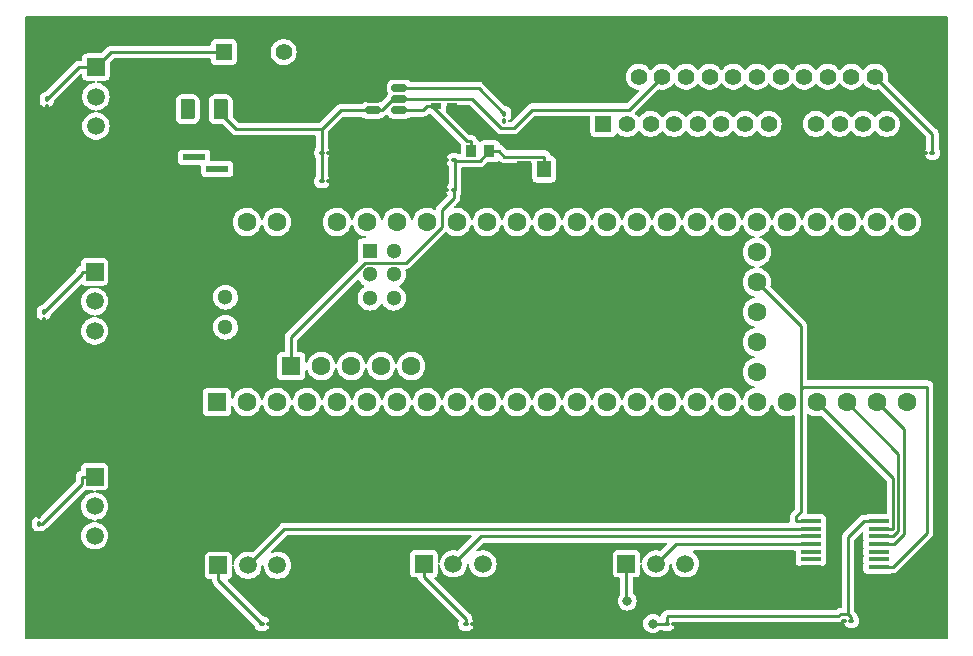
<source format=gbr>
%TF.GenerationSoftware,KiCad,Pcbnew,7.0.7*%
%TF.CreationDate,2024-02-01T19:36:20-05:00*%
%TF.ProjectId,500g Bot Design-2024-01-21,35303067-2042-46f7-9420-44657369676e,rev?*%
%TF.SameCoordinates,Original*%
%TF.FileFunction,Copper,L1,Top*%
%TF.FilePolarity,Positive*%
%FSLAX46Y46*%
G04 Gerber Fmt 4.6, Leading zero omitted, Abs format (unit mm)*
G04 Created by KiCad (PCBNEW 7.0.7) date 2024-02-01 19:36:20*
%MOMM*%
%LPD*%
G01*
G04 APERTURE LIST*
G04 Aperture macros list*
%AMRoundRect*
0 Rectangle with rounded corners*
0 $1 Rounding radius*
0 $2 $3 $4 $5 $6 $7 $8 $9 X,Y pos of 4 corners*
0 Add a 4 corners polygon primitive as box body*
4,1,4,$2,$3,$4,$5,$6,$7,$8,$9,$2,$3,0*
0 Add four circle primitives for the rounded corners*
1,1,$1+$1,$2,$3*
1,1,$1+$1,$4,$5*
1,1,$1+$1,$6,$7*
1,1,$1+$1,$8,$9*
0 Add four rect primitives between the rounded corners*
20,1,$1+$1,$2,$3,$4,$5,0*
20,1,$1+$1,$4,$5,$6,$7,0*
20,1,$1+$1,$6,$7,$8,$9,0*
20,1,$1+$1,$8,$9,$2,$3,0*%
G04 Aperture macros list end*
%TA.AperFunction,ComponentPad*%
%ADD10C,1.300000*%
%TD*%
%TA.AperFunction,ComponentPad*%
%ADD11R,1.300000X1.300000*%
%TD*%
%TA.AperFunction,ComponentPad*%
%ADD12C,1.600000*%
%TD*%
%TA.AperFunction,ComponentPad*%
%ADD13R,1.600000X1.600000*%
%TD*%
%TA.AperFunction,SMDPad,CuDef*%
%ADD14RoundRect,0.250000X-0.375000X-0.625000X0.375000X-0.625000X0.375000X0.625000X-0.375000X0.625000X0*%
%TD*%
%TA.AperFunction,SMDPad,CuDef*%
%ADD15RoundRect,0.100000X0.100000X-0.130000X0.100000X0.130000X-0.100000X0.130000X-0.100000X-0.130000X0*%
%TD*%
%TA.AperFunction,SMDPad,CuDef*%
%ADD16R,1.200000X1.470000*%
%TD*%
%TA.AperFunction,SMDPad,CuDef*%
%ADD17RoundRect,0.100000X-0.100000X0.130000X-0.100000X-0.130000X0.100000X-0.130000X0.100000X0.130000X0*%
%TD*%
%TA.AperFunction,SMDPad,CuDef*%
%ADD18RoundRect,0.100000X-0.130000X-0.100000X0.130000X-0.100000X0.130000X0.100000X-0.130000X0.100000X0*%
%TD*%
%TA.AperFunction,ComponentPad*%
%ADD19R,1.508000X1.508000*%
%TD*%
%TA.AperFunction,ComponentPad*%
%ADD20C,1.508000*%
%TD*%
%TA.AperFunction,SMDPad,CuDef*%
%ADD21R,0.858799X0.550799*%
%TD*%
%TA.AperFunction,SMDPad,CuDef*%
%ADD22RoundRect,0.100000X0.130000X0.100000X-0.130000X0.100000X-0.130000X-0.100000X0.130000X-0.100000X0*%
%TD*%
%TA.AperFunction,SMDPad,CuDef*%
%ADD23R,1.950000X0.500000*%
%TD*%
%TA.AperFunction,ComponentPad*%
%ADD24R,1.388000X1.388000*%
%TD*%
%TA.AperFunction,ComponentPad*%
%ADD25C,1.388000*%
%TD*%
%TA.AperFunction,SMDPad,CuDef*%
%ADD26R,1.778000X0.355600*%
%TD*%
%TA.AperFunction,ComponentPad*%
%ADD27R,1.398000X1.398000*%
%TD*%
%TA.AperFunction,ComponentPad*%
%ADD28C,1.398000*%
%TD*%
%TA.AperFunction,SMDPad,CuDef*%
%ADD29R,0.940000X1.020000*%
%TD*%
%TA.AperFunction,SMDPad,CuDef*%
%ADD30RoundRect,0.150000X-0.512500X-0.150000X0.512500X-0.150000X0.512500X0.150000X-0.512500X0.150000X0*%
%TD*%
%TA.AperFunction,ViaPad*%
%ADD31C,0.800000*%
%TD*%
%TA.AperFunction,Conductor*%
%ADD32C,0.250000*%
%TD*%
G04 APERTURE END LIST*
D10*
%TO.P,IC1,67*%
%TO.N,N/C*%
X70000000Y-103800000D03*
%TO.P,IC1,66*%
X70000000Y-101260000D03*
%TO.P,IC1,65*%
X84240000Y-97348400D03*
%TO.P,IC1,64*%
X84240000Y-99348400D03*
%TO.P,IC1,63*%
X84240000Y-101348400D03*
%TO.P,IC1,62*%
X82240000Y-101348400D03*
%TO.P,IC1,61*%
X82240000Y-99348400D03*
D11*
%TO.P,IC1,60*%
X82240000Y-97348400D03*
D12*
%TO.P,IC1,59*%
X85729200Y-107099200D03*
%TO.P,IC1,58*%
X83189200Y-107099200D03*
%TO.P,IC1,57,RX1*%
%TO.N,unconnected-(IC1-RX1-Pad57)*%
X80649200Y-107099200D03*
%TO.P,IC1,56*%
%TO.N,N/C*%
X78109200Y-107099200D03*
D13*
%TO.P,IC1,55,VIN_(3.6_TO_5.5_VOLTS)*%
%TO.N,+5V*%
X75569200Y-107099200D03*
D12*
%TO.P,IC1,54*%
%TO.N,N/C*%
X114990000Y-97450000D03*
%TO.P,IC1,53,3.3V_(250_M_A_MAX)*%
%TO.N,+3.3V*%
X114990000Y-99990000D03*
%TO.P,IC1,52,+5V*%
%TO.N,unconnected-(IC1-+5V-Pad52)*%
X114990000Y-102530000D03*
%TO.P,IC1,51,D-*%
%TO.N,unconnected-(IC1-D--Pad51)*%
X114990000Y-105070000D03*
%TO.P,IC1,50,D+*%
%TO.N,unconnected-(IC1-D+-Pad50)*%
X114990000Y-107610000D03*
%TO.P,IC1,49,GND_3*%
%TO.N,GNDS*%
X71810000Y-97450000D03*
%TO.P,IC1,48,GND_2*%
X69270000Y-94910000D03*
%TO.P,IC1,47,ON/OFF*%
%TO.N,unconnected-(IC1-ON{slash}OFF-Pad47)*%
X71810000Y-94910000D03*
%TO.P,IC1,46,PROGRAM*%
%TO.N,unconnected-(IC1-PROGRAM-Pad46)*%
X74350000Y-94910000D03*
%TO.P,IC1,45,GND_1*%
%TO.N,GNDS*%
X76890000Y-94910000D03*
%TO.P,IC1,44,3.3V_2*%
%TO.N,unconnected-(IC1-3.3V_2-Pad44)*%
X79430000Y-94910000D03*
%TO.P,IC1,43,VBAT*%
%TO.N,unconnected-(IC1-VBAT-Pad43)*%
X81970000Y-94910000D03*
%TO.P,IC1,42,3.3V_1*%
%TO.N,unconnected-(IC1-3.3V_1-Pad42)*%
X84510000Y-94910000D03*
%TO.P,IC1,41,A17*%
%TO.N,unconnected-(IC1-A17-Pad41)*%
X87050000Y-94910000D03*
%TO.P,IC1,40,A16*%
%TO.N,unconnected-(IC1-A16-Pad40)*%
X89590000Y-94910000D03*
%TO.P,IC1,39,A15*%
%TO.N,unconnected-(IC1-A15-Pad39)*%
X92130000Y-94910000D03*
%TO.P,IC1,38,A14*%
%TO.N,unconnected-(IC1-A14-Pad38)*%
X94670000Y-94910000D03*
%TO.P,IC1,37,CS_3*%
%TO.N,unconnected-(IC1-CS_3-Pad37)*%
X97210000Y-94910000D03*
%TO.P,IC1,36,CS_2*%
%TO.N,unconnected-(IC1-CS_2-Pad36)*%
X99750000Y-94910000D03*
%TO.P,IC1,35,TX8*%
%TO.N,unconnected-(IC1-TX8-Pad35)*%
X102290000Y-94910000D03*
%TO.P,IC1,34,RX8*%
%TO.N,unconnected-(IC1-RX8-Pad34)*%
X104830000Y-94910000D03*
%TO.P,IC1,33,MCLK2*%
%TO.N,unconnected-(IC1-MCLK2-Pad33)*%
X107370000Y-94910000D03*
%TO.P,IC1,32,OUT1B*%
%TO.N,unconnected-(IC1-OUT1B-Pad32)*%
X109910000Y-94910000D03*
%TO.P,IC1,31,CTX3*%
%TO.N,unconnected-(IC1-CTX3-Pad31)*%
X112450000Y-94910000D03*
%TO.P,IC1,30,CRX3*%
%TO.N,unconnected-(IC1-CRX3-Pad30)*%
X114990000Y-94910000D03*
%TO.P,IC1,29,TX7*%
%TO.N,unconnected-(IC1-TX7-Pad29)*%
X117530000Y-94910000D03*
%TO.P,IC1,28,RX7*%
%TO.N,unconnected-(IC1-RX7-Pad28)*%
X120070000Y-94910000D03*
%TO.P,IC1,27,A13*%
%TO.N,IR_START*%
X122610000Y-94910000D03*
%TO.P,IC1,26,A12*%
%TO.N,M_REF*%
X125150000Y-94910000D03*
%TO.P,IC1,25,A11*%
%TO.N,M_SPD*%
X127690000Y-94910000D03*
%TO.P,IC1,24,A10*%
%TO.N,unconnected-(IC1-A10-Pad24)*%
X127690000Y-110150000D03*
%TO.P,IC1,23,A9*%
%TO.N,CIR3.3*%
X125150000Y-110150000D03*
%TO.P,IC1,22,A8*%
%TO.N,RIR3.3*%
X122610000Y-110150000D03*
%TO.P,IC1,21,A7*%
%TO.N,LIR3.3*%
X120070000Y-110150000D03*
%TO.P,IC1,20,A6*%
%TO.N,RF_LINE*%
X117530000Y-110150000D03*
%TO.P,IC1,19,A5*%
%TO.N,LF_LINE*%
X114990000Y-110150000D03*
%TO.P,IC1,18,A4*%
%TO.N,B_LINE*%
X112450000Y-110150000D03*
%TO.P,IC1,17,A3*%
%TO.N,M_IN2*%
X109910000Y-110150000D03*
%TO.P,IC1,16,A2*%
%TO.N,M_IN1*%
X107370000Y-110150000D03*
%TO.P,IC1,15,A1*%
%TO.N,unconnected-(IC1-A1-Pad15)*%
X104830000Y-110150000D03*
%TO.P,IC1,14,A0*%
%TO.N,unconnected-(IC1-A0-Pad14)*%
X102290000Y-110150000D03*
%TO.P,IC1,13,SCK*%
%TO.N,unconnected-(IC1-SCK-Pad13)*%
X99750000Y-110150000D03*
%TO.P,IC1,12,MISO*%
%TO.N,unconnected-(IC1-MISO-Pad12)*%
X97210000Y-110150000D03*
%TO.P,IC1,11,MOSI*%
%TO.N,unconnected-(IC1-MOSI-Pad11)*%
X94670000Y-110150000D03*
%TO.P,IC1,10,CS_1*%
%TO.N,unconnected-(IC1-CS_1-Pad10)*%
X92130000Y-110150000D03*
%TO.P,IC1,9,OUT1C*%
%TO.N,unconnected-(IC1-OUT1C-Pad9)*%
X89590000Y-110150000D03*
%TO.P,IC1,8,TX2*%
%TO.N,unconnected-(IC1-TX2-Pad8)*%
X87050000Y-110150000D03*
%TO.P,IC1,7,RX2*%
%TO.N,unconnected-(IC1-RX2-Pad7)*%
X84510000Y-110150000D03*
%TO.P,IC1,6,OUT1D*%
%TO.N,unconnected-(IC1-OUT1D-Pad6)*%
X81970000Y-110150000D03*
%TO.P,IC1,5,IN2*%
%TO.N,unconnected-(IC1-IN2-Pad5)*%
X79430000Y-110150000D03*
%TO.P,IC1,4,BCLK2*%
%TO.N,unconnected-(IC1-BCLK2-Pad4)*%
X76890000Y-110150000D03*
%TO.P,IC1,3,LRCLK2*%
%TO.N,unconnected-(IC1-LRCLK2-Pad3)*%
X74350000Y-110150000D03*
%TO.P,IC1,2,OUT2*%
%TO.N,unconnected-(IC1-OUT2-Pad2)*%
X71810000Y-110150000D03*
D13*
%TO.P,IC1,1,TX1*%
%TO.N,unconnected-(IC1-TX1-Pad1)*%
X69270000Y-110150000D03*
%TD*%
D14*
%TO.P,F1,1*%
%TO.N,Net-(J10-Pin_1b)*%
X66799000Y-85344000D03*
%TO.P,F1,2*%
%TO.N,+12V*%
X69599000Y-85344000D03*
%TD*%
D15*
%TO.P,C11,1*%
%TO.N,+3.3V*%
X54229000Y-120462000D03*
%TO.P,C11,2*%
%TO.N,GNDS*%
X54229000Y-119822000D03*
%TD*%
D16*
%TO.P,L2,1,1*%
%TO.N,GNDS*%
X95279000Y-90424000D03*
%TO.P,L2,2,2*%
%TO.N,+5V*%
X96999000Y-90424000D03*
%TD*%
D17*
%TO.P,C12,1*%
%TO.N,+3.3V*%
X54864000Y-84516000D03*
%TO.P,C12,2*%
%TO.N,GNDS*%
X54864000Y-85156000D03*
%TD*%
D18*
%TO.P,C4,1*%
%TO.N,+5V*%
X73086000Y-128905000D03*
%TO.P,C4,2*%
%TO.N,GNDS*%
X73726000Y-128905000D03*
%TD*%
D19*
%TO.P,J4,1,Pin_1*%
%TO.N,+5V*%
X103946000Y-123842000D03*
D20*
%TO.P,J4,2,Pin_2*%
%TO.N,CIR5*%
X106446000Y-123842000D03*
%TO.P,J4,3,Pin_3*%
%TO.N,unconnected-(J4-Pin_3-Pad3)*%
X108946000Y-123842000D03*
%TO.P,J4,4,Pin_4*%
%TO.N,GNDS*%
X111446000Y-123842000D03*
%TD*%
D18*
%TO.P,C8,1*%
%TO.N,+12V*%
X78166000Y-89050000D03*
%TO.P,C8,2*%
%TO.N,GNDS*%
X78806000Y-89050000D03*
%TD*%
D19*
%TO.P,J1,1,Pin_1*%
%TO.N,+5V*%
X69402000Y-123969000D03*
D20*
%TO.P,J1,2,Pin_2*%
%TO.N,LIR5*%
X71902000Y-123969000D03*
%TO.P,J1,3,Pin_3*%
%TO.N,unconnected-(J1-Pin_3-Pad3)*%
X74402000Y-123969000D03*
%TO.P,J1,4,Pin_4*%
%TO.N,GNDS*%
X76902000Y-123969000D03*
%TD*%
D18*
%TO.P,C6,1*%
%TO.N,+5V*%
X107376000Y-128905000D03*
%TO.P,C6,2*%
%TO.N,GNDS*%
X108016000Y-128905000D03*
%TD*%
D21*
%TO.P,R2,1*%
%TO.N,Net-(U2-VFB)*%
X87864601Y-85090000D03*
%TO.P,R2,2*%
%TO.N,GNDS*%
X89173399Y-85090000D03*
%TD*%
D22*
%TO.P,C2,1*%
%TO.N,+5V*%
X89347000Y-89662000D03*
%TO.P,C2,2*%
%TO.N,GNDS*%
X88707000Y-89662000D03*
%TD*%
D18*
%TO.P,C13,1*%
%TO.N,+12V*%
X78166000Y-91440000D03*
%TO.P,C13,2*%
%TO.N,GNDS*%
X78806000Y-91440000D03*
%TD*%
D19*
%TO.P,J2,1,Pin_1*%
%TO.N,+5V*%
X86801000Y-123842000D03*
D20*
%TO.P,J2,2,Pin_2*%
%TO.N,RIR5*%
X89301000Y-123842000D03*
%TO.P,J2,3,Pin_3*%
%TO.N,unconnected-(J2-Pin_3-Pad3)*%
X91801000Y-123842000D03*
%TO.P,J2,4,Pin_4*%
%TO.N,GNDS*%
X94301000Y-123842000D03*
%TD*%
D23*
%TO.P,J10,1*%
%TO.N,N/C*%
X67351000Y-89416000D03*
%TO.P,J10,2*%
X69301000Y-90416000D03*
%TD*%
D22*
%TO.P,C14,1*%
%TO.N,+5V*%
X123002000Y-128651000D03*
%TO.P,C14,2*%
%TO.N,GNDS*%
X122362000Y-128651000D03*
%TD*%
D19*
%TO.P,J6,1,Pin_1*%
%TO.N,+3.3V*%
X58928000Y-116474200D03*
D20*
%TO.P,J6,2,Pin_2*%
%TO.N,RF_LINE*%
X58928000Y-118974200D03*
%TO.P,J6,3,Pin_3*%
%TO.N,unconnected-(J6-Pin_3-Pad3)*%
X58928000Y-121474200D03*
%TO.P,J6,4,Pin_4*%
%TO.N,GNDS*%
X58928000Y-123974200D03*
%TD*%
D19*
%TO.P,J5,1,Pin_1*%
%TO.N,+3.3V*%
X58928000Y-99131100D03*
D20*
%TO.P,J5,2,Pin_2*%
%TO.N,LF_LINE*%
X58928000Y-101631100D03*
%TO.P,J5,3,Pin_3*%
%TO.N,unconnected-(J5-Pin_3-Pad3)*%
X58928000Y-104131100D03*
%TO.P,J5,4,Pin_4*%
%TO.N,GNDS*%
X58928000Y-106631100D03*
%TD*%
D18*
%TO.P,C3,1*%
%TO.N,+5V*%
X90358000Y-128905000D03*
%TO.P,C3,2*%
%TO.N,GNDS*%
X90998000Y-128905000D03*
%TD*%
D24*
%TO.P,U1,1,ALERT1*%
%TO.N,unconnected-(U1-ALERT1-Pad1)*%
X102000000Y-86600000D03*
D25*
%TO.P,U1,2,SGND*%
%TO.N,GNDS*%
X103000000Y-82600000D03*
%TO.P,U1,3,SELECT*%
%TO.N,unconnected-(U1-SELECT-Pad3)*%
X104000000Y-86600000D03*
%TO.P,U1,4,TEST1*%
%TO.N,unconnected-(U1-TEST1-Pad4)*%
X105000000Y-82600000D03*
%TO.P,U1,5,VREF*%
%TO.N,M_REF*%
X106000000Y-86600000D03*
%TO.P,U1,6,VCC*%
%TO.N,+12V*%
X107000000Y-82600000D03*
%TO.P,U1,7,STBY*%
%TO.N,unconnected-(U1-STBY-Pad7)*%
X108000000Y-86600000D03*
%TO.P,U1,8,IN1*%
%TO.N,M_IN1*%
X109000000Y-82600000D03*
%TO.P,U1,9,IN2*%
%TO.N,M_IN2*%
X110000000Y-86600000D03*
%TO.P,U1,10,OUT2B*%
%TO.N,Net-(J9-Pin_2)*%
X111000000Y-82600000D03*
%TO.P,U1,11,RSB*%
%TO.N,unconnected-(U1-RSB-Pad11)*%
X112000000Y-86600000D03*
%TO.P,U1,12,OUT1B*%
%TO.N,Net-(J9-Pin_1)*%
X113000000Y-82600000D03*
%TO.P,U1,13,PGNDB*%
%TO.N,unconnected-(U1-PGNDB-Pad13)*%
X114000000Y-86600000D03*
%TO.P,U1,14,OUT2A*%
%TO.N,Net-(J8-Pin_2)*%
X115000000Y-82600000D03*
%TO.P,U1,15,RSA*%
%TO.N,unconnected-(U1-RSA-Pad15)*%
X116000000Y-86600000D03*
%TO.P,U1,16,OUT1A*%
%TO.N,Net-(J8-Pin_1)*%
X117000000Y-82600000D03*
%TO.P,U1,17,PGNDA*%
%TO.N,GNDS*%
X118000000Y-86600000D03*
%TO.P,U1,18,TEST2*%
%TO.N,unconnected-(U1-TEST2-Pad18)*%
X119000000Y-82600000D03*
%TO.P,U1,19,TEST3*%
%TO.N,unconnected-(U1-TEST3-Pad19)*%
X120000000Y-86600000D03*
%TO.P,U1,20,VCC*%
%TO.N,+12V*%
X121000000Y-82600000D03*
%TO.P,U1,21,TEST4*%
%TO.N,unconnected-(U1-TEST4-Pad21)*%
X122000000Y-86600000D03*
%TO.P,U1,22,PWM*%
%TO.N,M_SPD*%
X123000000Y-82600000D03*
%TO.P,U1,23,OSC*%
%TO.N,unconnected-(U1-OSC-Pad23)*%
X124000000Y-86600000D03*
%TO.P,U1,24,VREG*%
%TO.N,Net-(U1-VREG)*%
X125000000Y-82600000D03*
%TO.P,U1,25,ALERT2*%
%TO.N,unconnected-(U1-ALERT2-Pad25)*%
X126000000Y-86600000D03*
%TD*%
D26*
%TO.P,U3,1,VCCA*%
%TO.N,+3.3V*%
X119557800Y-120223999D03*
%TO.P,U3,2,A1*%
%TO.N,LIR5*%
X119557800Y-120874000D03*
%TO.P,U3,3,A2*%
%TO.N,RIR5*%
X119557800Y-121524001D03*
%TO.P,U3,4,A3*%
%TO.N,CIR5*%
X119557800Y-122174000D03*
%TO.P,U3,5,A4*%
%TO.N,unconnected-(U3-A4-Pad5)*%
X119557800Y-122823999D03*
%TO.P,U3,6,NC*%
%TO.N,unconnected-(U3-NC-Pad6)*%
X119557800Y-123474000D03*
%TO.P,U3,7,GND*%
%TO.N,GNDS*%
X119557800Y-124123999D03*
%TO.P,U3,8,EN*%
%TO.N,+3.3V*%
X125298200Y-124124001D03*
%TO.P,U3,9,NC*%
%TO.N,unconnected-(U3-NC-Pad9)*%
X125298200Y-123474000D03*
%TO.P,U3,10,Y4*%
%TO.N,unconnected-(U3-Y4-Pad10)*%
X125298200Y-122824001D03*
%TO.P,U3,11,Y3*%
%TO.N,CIR3.3*%
X125298200Y-122174000D03*
%TO.P,U3,12,Y2*%
%TO.N,RIR3.3*%
X125298200Y-121524001D03*
%TO.P,U3,13,Y1*%
%TO.N,LIR3.3*%
X125298200Y-120874000D03*
%TO.P,U3,14,VCCY*%
%TO.N,+5V*%
X125298200Y-120224001D03*
%TD*%
D22*
%TO.P,C1,1*%
%TO.N,+5V*%
X89347000Y-92202000D03*
%TO.P,C1,2*%
%TO.N,GNDS*%
X88707000Y-92202000D03*
%TD*%
D15*
%TO.P,C9,1*%
%TO.N,GNDS*%
X93599000Y-86360000D03*
%TO.P,C9,2*%
%TO.N,Net-(U2-VBST)*%
X93599000Y-85720000D03*
%TD*%
D19*
%TO.P,J7,1,Pin_1*%
%TO.N,+3.3V*%
X59038000Y-81781000D03*
D20*
%TO.P,J7,2,Pin_2*%
%TO.N,B_LINE*%
X59038000Y-84281000D03*
%TO.P,J7,3,Pin_3*%
%TO.N,unconnected-(J7-Pin_3-Pad3)*%
X59038000Y-86781000D03*
%TO.P,J7,4,Pin_4*%
%TO.N,GNDS*%
X59038000Y-89281000D03*
%TD*%
D27*
%TO.P,J11,1,Pin_1*%
%TO.N,+3.3V*%
X69850000Y-80518000D03*
D28*
%TO.P,J11,2,Pin_2*%
%TO.N,GNDS*%
X72390000Y-80518000D03*
%TO.P,J11,3,Pin_3*%
%TO.N,IR_START*%
X74930000Y-80518000D03*
%TD*%
D29*
%TO.P,R1,1*%
%TO.N,Net-(U2-VFB)*%
X90777000Y-88900000D03*
%TO.P,R1,2*%
%TO.N,+5V*%
X92357000Y-88900000D03*
%TD*%
D17*
%TO.P,C10,1*%
%TO.N,+3.3V*%
X54610000Y-102550000D03*
%TO.P,C10,2*%
%TO.N,GNDS*%
X54610000Y-103190000D03*
%TD*%
D18*
%TO.P,C7,1*%
%TO.N,GNDS*%
X129220000Y-89027000D03*
%TO.P,C7,2*%
%TO.N,Net-(U1-VREG)*%
X129860000Y-89027000D03*
%TD*%
D30*
%TO.P,U2,1,GND*%
%TO.N,GNDS*%
X82457500Y-83550000D03*
%TO.P,U2,2,SW*%
X82457500Y-84500000D03*
%TO.P,U2,3,VIN*%
%TO.N,+12V*%
X82457500Y-85450000D03*
%TO.P,U2,4,VFB*%
%TO.N,Net-(U2-VFB)*%
X84732500Y-85450000D03*
%TO.P,U2,5,EN*%
%TO.N,+12V*%
X84732500Y-84500000D03*
%TO.P,U2,6,VBST*%
%TO.N,Net-(U2-VBST)*%
X84732500Y-83550000D03*
%TD*%
D31*
%TO.N,+5V*%
X104013000Y-127000000D03*
X106172000Y-128905000D03*
%TD*%
D32*
%TO.N,+3.3V*%
X60301000Y-80518000D02*
X59038000Y-81781000D01*
X69850000Y-80518000D02*
X60301000Y-80518000D01*
X54495700Y-120462000D02*
X54229000Y-120462000D01*
%TO.N,+5V*%
X69402000Y-125221000D02*
X73086000Y-128905000D01*
X104013000Y-127000000D02*
X104013000Y-127127000D01*
X75569200Y-104624000D02*
X75569200Y-107099000D01*
X69402000Y-123969000D02*
X69402000Y-125221000D01*
X104013000Y-127000000D02*
X103946000Y-126933000D01*
X107459000Y-128270000D02*
X107376000Y-128353000D01*
X85261100Y-98348400D02*
X81844900Y-98348400D01*
X93616000Y-89362100D02*
X96999000Y-89362100D01*
X89421900Y-92127100D02*
X89347000Y-92202000D01*
X90358000Y-128480000D02*
X90358000Y-128905000D01*
X125298000Y-120224000D02*
X125298200Y-120224000D01*
X106172000Y-128905000D02*
X106083000Y-128816000D01*
X88320000Y-93888500D02*
X88320000Y-95289500D01*
X121907000Y-128270000D02*
X107459000Y-128270000D01*
X93153900Y-88900000D02*
X93616000Y-89362100D01*
X92357000Y-88900000D02*
X93153900Y-88900000D01*
X104013000Y-127000000D02*
X104013000Y-127254000D01*
X122732000Y-121574000D02*
X124082000Y-120224000D01*
X86801000Y-123842000D02*
X86801000Y-124923000D01*
X122066000Y-128111000D02*
X121907000Y-128270000D01*
X92357000Y-88900000D02*
X91520100Y-89736900D01*
X89347000Y-92202000D02*
X89347000Y-92861500D01*
X103946000Y-126933000D02*
X103946000Y-123842000D01*
X122732000Y-128111000D02*
X122066000Y-128111000D01*
X91520100Y-89736900D02*
X89421900Y-89736900D01*
X81844900Y-98348400D02*
X75569200Y-104624000D01*
X107376000Y-128353000D02*
X107376000Y-128905000D01*
X86801000Y-124923000D02*
X90358000Y-128480000D01*
X88320000Y-95289500D02*
X85261100Y-98348400D01*
X89421900Y-89736900D02*
X89421900Y-92127100D01*
X124082000Y-120224000D02*
X125298000Y-120224000D01*
X123002000Y-128381000D02*
X122732000Y-128111000D01*
X107376000Y-128905000D02*
X106172000Y-128905000D01*
X123002000Y-128651000D02*
X123002000Y-128381000D01*
X96999000Y-89362100D02*
X96999000Y-90424000D01*
X89347000Y-92861500D02*
X88320000Y-93888500D01*
X106083000Y-128816000D02*
X105918000Y-128816000D01*
X75569200Y-107099000D02*
X75569200Y-107099200D01*
X122732000Y-128111000D02*
X122732000Y-121574000D01*
%TO.N,+12V*%
X78166000Y-87049900D02*
X70920900Y-87049900D01*
X104210000Y-85389500D02*
X95973400Y-85389500D01*
X82457500Y-85450000D02*
X79765900Y-85450000D01*
X83234600Y-85450000D02*
X82457500Y-85450000D01*
X79765900Y-85450000D02*
X78166000Y-87049900D01*
X84184600Y-84500000D02*
X83234600Y-85450000D01*
X94405900Y-86957000D02*
X93344200Y-86957000D01*
X95973400Y-85389500D02*
X94405900Y-86957000D01*
X90866900Y-84479700D02*
X84752800Y-84479700D01*
X93344200Y-86957000D02*
X90866900Y-84479700D01*
X84732500Y-84500000D02*
X84184600Y-84500000D01*
X70920900Y-87049900D02*
X69596000Y-85725000D01*
X107000000Y-82600000D02*
X104210000Y-85389500D01*
X84752800Y-84479700D02*
X84732500Y-84500000D01*
X78166000Y-87049900D02*
X78166000Y-89050000D01*
X78166000Y-91440000D02*
X78166000Y-89050000D01*
%TO.N,Net-(U2-VBST)*%
X91429000Y-83550000D02*
X84732500Y-83550000D01*
X93599000Y-85720000D02*
X91429000Y-83550000D01*
%TO.N,Net-(U1-VREG)*%
X129860000Y-87460000D02*
X129860000Y-89027000D01*
X125000000Y-82600000D02*
X129860000Y-87460000D01*
%TO.N,LIR5*%
X74997000Y-120874000D02*
X71902000Y-123969000D01*
X119558000Y-120874000D02*
X119557800Y-120874000D01*
X119557800Y-120874000D02*
X74997000Y-120874000D01*
%TO.N,Net-(U2-VFB)*%
X86748300Y-85450000D02*
X87108300Y-85090000D01*
X90777000Y-88063100D02*
X90459600Y-88063100D01*
X87108300Y-85090000D02*
X87486500Y-85090000D01*
X90777000Y-88900000D02*
X90777000Y-88063100D01*
X84732500Y-85450000D02*
X86748300Y-85450000D01*
X87864600Y-85090000D02*
X87486500Y-85090000D01*
X90459600Y-88063100D02*
X87486500Y-85090000D01*
%TO.N,+3.3V*%
X118342000Y-119834000D02*
X118342000Y-120224000D01*
X125298000Y-124124000D02*
X126514000Y-124124000D01*
X57847100Y-117111000D02*
X54495700Y-120462000D01*
X57599000Y-81781000D02*
X54864000Y-84516000D01*
X57847100Y-99312900D02*
X54610000Y-102550000D01*
X118342000Y-120224000D02*
X119557800Y-120224000D01*
X58927800Y-116474000D02*
X57847100Y-116474000D01*
X58928000Y-116474000D02*
X58927800Y-116474000D01*
X57847100Y-99131100D02*
X57847100Y-99312900D01*
X129413000Y-121225000D02*
X129413000Y-108839000D01*
X118709000Y-103709000D02*
X118709000Y-109022000D01*
X126514000Y-124124000D02*
X129413000Y-121225000D01*
X114990000Y-99990000D02*
X118709000Y-103709000D01*
X118709000Y-119466000D02*
X118342000Y-119834000D01*
X118709000Y-109022000D02*
X118709000Y-119466000D01*
X119557800Y-120224000D02*
X119558000Y-120224000D01*
X118892000Y-108839000D02*
X118709000Y-109022000D01*
X57847100Y-116474000D02*
X57847100Y-117111000D01*
X58927800Y-116474000D02*
X58928000Y-116474200D01*
X58928000Y-99131100D02*
X57847100Y-99131100D01*
X59038000Y-81781000D02*
X57599000Y-81781000D01*
X129413000Y-108839000D02*
X118892000Y-108839000D01*
%TO.N,RIR5*%
X119557800Y-121524000D02*
X91619000Y-121524000D01*
X91619000Y-121524000D02*
X89301000Y-123842000D01*
X119558000Y-121524000D02*
X119557800Y-121524000D01*
%TO.N,CIR5*%
X119557800Y-122174000D02*
X119558000Y-122174000D01*
X106446000Y-123842000D02*
X108114000Y-122174000D01*
X108114000Y-122174000D02*
X119557800Y-122174000D01*
%TO.N,CIR3.3*%
X125298200Y-122174000D02*
X125298000Y-122174000D01*
X127430000Y-112430000D02*
X127430000Y-121315000D01*
X125150000Y-110150000D02*
X127430000Y-112430000D01*
X127430000Y-121315000D02*
X126571000Y-122174000D01*
X126571000Y-122174000D02*
X125298200Y-122174000D01*
%TO.N,RIR3.3*%
X126527000Y-121524000D02*
X125298200Y-121524000D01*
X125298200Y-121524000D02*
X125298000Y-121524000D01*
X126969000Y-114509000D02*
X126969000Y-121082000D01*
X122610000Y-110150000D02*
X126969000Y-114509000D01*
X126969000Y-121082000D02*
X126527000Y-121524000D01*
%TO.N,LIR3.3*%
X125298200Y-120874000D02*
X125298000Y-120874000D01*
X126514000Y-120874000D02*
X125298200Y-120874000D01*
X120070000Y-110150000D02*
X126514000Y-116594000D01*
X126514000Y-116594000D02*
X126514000Y-120874000D01*
%TD*%
%TA.AperFunction,Conductor*%
%TO.N,GNDS*%
G36*
X131158691Y-77519407D02*
G01*
X131194655Y-77568907D01*
X131199500Y-77599500D01*
X131199500Y-130100500D01*
X131180593Y-130158691D01*
X131131093Y-130194655D01*
X131100500Y-130199500D01*
X53099500Y-130199500D01*
X53041309Y-130180593D01*
X53005345Y-130131093D01*
X53000500Y-130100500D01*
X53000500Y-120639866D01*
X53628500Y-120639866D01*
X53628501Y-120639870D01*
X53634908Y-120699480D01*
X53634909Y-120699485D01*
X53685202Y-120834329D01*
X53760200Y-120934513D01*
X53771454Y-120949546D01*
X53771457Y-120949548D01*
X53771458Y-120949549D01*
X53886670Y-121035797D01*
X54021511Y-121086089D01*
X54021512Y-121086089D01*
X54021517Y-121086091D01*
X54081127Y-121092500D01*
X54376872Y-121092499D01*
X54436483Y-121086091D01*
X54571331Y-121035796D01*
X54656807Y-120971807D01*
X54684308Y-120958837D01*
X54683960Y-120957955D01*
X54690258Y-120955470D01*
X54690265Y-120955469D01*
X54727555Y-120934504D01*
X54732057Y-120932268D01*
X54771309Y-120915219D01*
X54785865Y-120903375D01*
X54799830Y-120893871D01*
X54816186Y-120884677D01*
X54846440Y-120854425D01*
X54850176Y-120851054D01*
X54883365Y-120824054D01*
X54894187Y-120808720D01*
X54905066Y-120795806D01*
X58046445Y-117654801D01*
X58100962Y-117627028D01*
X58131931Y-117627028D01*
X58142481Y-117628700D01*
X58774404Y-117628699D01*
X58832594Y-117647606D01*
X58868558Y-117697106D01*
X58868558Y-117758292D01*
X58832594Y-117807792D01*
X58792595Y-117825013D01*
X58610704Y-117859014D01*
X58488483Y-117906363D01*
X58411190Y-117936307D01*
X58229278Y-118048942D01*
X58229275Y-118048944D01*
X58071160Y-118193085D01*
X57942220Y-118363828D01*
X57942215Y-118363837D01*
X57846850Y-118555357D01*
X57846849Y-118555360D01*
X57788296Y-118761152D01*
X57768554Y-118974200D01*
X57788296Y-119187248D01*
X57846849Y-119393040D01*
X57942219Y-119584570D01*
X58071159Y-119755314D01*
X58229278Y-119899458D01*
X58411190Y-120012093D01*
X58610703Y-120089385D01*
X58747078Y-120114878D01*
X58811315Y-120126886D01*
X58865041Y-120156164D01*
X58891297Y-120211429D01*
X58880054Y-120271573D01*
X58835607Y-120313621D01*
X58811315Y-120321514D01*
X58610705Y-120359014D01*
X58555133Y-120380543D01*
X58411190Y-120436307D01*
X58229278Y-120548942D01*
X58229275Y-120548944D01*
X58129534Y-120639870D01*
X58071159Y-120693086D01*
X58066328Y-120699483D01*
X57942220Y-120863828D01*
X57942215Y-120863837D01*
X57854264Y-121040468D01*
X57846849Y-121055360D01*
X57788296Y-121261152D01*
X57768554Y-121474200D01*
X57788296Y-121687248D01*
X57846849Y-121893040D01*
X57942219Y-122084570D01*
X58071159Y-122255314D01*
X58229278Y-122399458D01*
X58411190Y-122512093D01*
X58610703Y-122589385D01*
X58821020Y-122628700D01*
X59034980Y-122628700D01*
X59245297Y-122589385D01*
X59444810Y-122512093D01*
X59626722Y-122399458D01*
X59784841Y-122255314D01*
X59913781Y-122084570D01*
X60009151Y-121893040D01*
X60067704Y-121687248D01*
X60087446Y-121474200D01*
X60067704Y-121261152D01*
X60009151Y-121055360D01*
X59913781Y-120863830D01*
X59784841Y-120693086D01*
X59626722Y-120548942D01*
X59444810Y-120436307D01*
X59245297Y-120359015D01*
X59245296Y-120359014D01*
X59245294Y-120359014D01*
X59044684Y-120321514D01*
X58990958Y-120292236D01*
X58964702Y-120236971D01*
X58975945Y-120176827D01*
X59020392Y-120134779D01*
X59044684Y-120126886D01*
X59245297Y-120089385D01*
X59444810Y-120012093D01*
X59626722Y-119899458D01*
X59784841Y-119755314D01*
X59913781Y-119584570D01*
X60009151Y-119393040D01*
X60067704Y-119187248D01*
X60087446Y-118974200D01*
X60067704Y-118761152D01*
X60009151Y-118555360D01*
X59913781Y-118363830D01*
X59784841Y-118193086D01*
X59626722Y-118048942D01*
X59444810Y-117936307D01*
X59245297Y-117859015D01*
X59245296Y-117859014D01*
X59245294Y-117859014D01*
X59063404Y-117825013D01*
X59009678Y-117795735D01*
X58983422Y-117740470D01*
X58994665Y-117680326D01*
X59039112Y-117638277D01*
X59081593Y-117628699D01*
X59713518Y-117628699D01*
X59713521Y-117628699D01*
X59713522Y-117628698D01*
X59773889Y-117619138D01*
X59807299Y-117613847D01*
X59807299Y-117613846D01*
X59807304Y-117613846D01*
X59920342Y-117556250D01*
X60010050Y-117466542D01*
X60067646Y-117353504D01*
X60082500Y-117259719D01*
X60082499Y-115688682D01*
X60082499Y-115688681D01*
X60082499Y-115688678D01*
X60082498Y-115688676D01*
X60067647Y-115594900D01*
X60067646Y-115594898D01*
X60067646Y-115594896D01*
X60010050Y-115481858D01*
X59920342Y-115392150D01*
X59807304Y-115334554D01*
X59807305Y-115334554D01*
X59713521Y-115319700D01*
X58142478Y-115319700D01*
X58142476Y-115319701D01*
X58048700Y-115334552D01*
X58048695Y-115334554D01*
X57935659Y-115392149D01*
X57845949Y-115481859D01*
X57788354Y-115594895D01*
X57773500Y-115688678D01*
X57773500Y-115868678D01*
X57754593Y-115926869D01*
X57709731Y-115959463D01*
X57710196Y-115960533D01*
X57705379Y-115962624D01*
X57705093Y-115962833D01*
X57704458Y-115963024D01*
X57696620Y-115966429D01*
X57677326Y-115972552D01*
X57669466Y-115974185D01*
X57622780Y-115998375D01*
X57619729Y-115999827D01*
X57571490Y-116020781D01*
X57565254Y-116025854D01*
X57548337Y-116036950D01*
X57541204Y-116040646D01*
X57502775Y-116076537D01*
X57500228Y-116078758D01*
X57459433Y-116111948D01*
X57459430Y-116111951D01*
X57454800Y-116118510D01*
X57441504Y-116133759D01*
X57435634Y-116139241D01*
X57435629Y-116139247D01*
X57420769Y-116163684D01*
X57408301Y-116184186D01*
X57406456Y-116186999D01*
X57376128Y-116229963D01*
X57376128Y-116229964D01*
X57373434Y-116237542D01*
X57364747Y-116255807D01*
X57360574Y-116262669D01*
X57360573Y-116262673D01*
X57346386Y-116313304D01*
X57345364Y-116316524D01*
X57327753Y-116366076D01*
X57327205Y-116374094D01*
X57323767Y-116394033D01*
X57321601Y-116401766D01*
X57321600Y-116401774D01*
X57321600Y-116454359D01*
X57321485Y-116457720D01*
X57317896Y-116510199D01*
X57319529Y-116518056D01*
X57321600Y-116538200D01*
X57321600Y-116852301D01*
X57302693Y-116910492D01*
X57292599Y-116922309D01*
X54412055Y-119802508D01*
X54357537Y-119830282D01*
X54342056Y-119831500D01*
X54081131Y-119831500D01*
X54081129Y-119831500D01*
X54081128Y-119831501D01*
X54075556Y-119832100D01*
X54021519Y-119837908D01*
X54021514Y-119837909D01*
X53886670Y-119888202D01*
X53771458Y-119974450D01*
X53771450Y-119974458D01*
X53685202Y-120089670D01*
X53634910Y-120224511D01*
X53634908Y-120224522D01*
X53628500Y-120284129D01*
X53628500Y-120639866D01*
X53000500Y-120639866D01*
X53000500Y-110981521D01*
X68069500Y-110981521D01*
X68069501Y-110981523D01*
X68084352Y-111075299D01*
X68084354Y-111075304D01*
X68141950Y-111188342D01*
X68231658Y-111278050D01*
X68344696Y-111335646D01*
X68438481Y-111350500D01*
X70101518Y-111350499D01*
X70101521Y-111350499D01*
X70101522Y-111350498D01*
X70148410Y-111343072D01*
X70195299Y-111335647D01*
X70195299Y-111335646D01*
X70195304Y-111335646D01*
X70308342Y-111278050D01*
X70398050Y-111188342D01*
X70455646Y-111075304D01*
X70470500Y-110981519D01*
X70470499Y-110538631D01*
X70489406Y-110480443D01*
X70538906Y-110444479D01*
X70600091Y-110444479D01*
X70649592Y-110480443D01*
X70664719Y-110511540D01*
X70685771Y-110585528D01*
X70784942Y-110784689D01*
X70919019Y-110962236D01*
X71083438Y-111112124D01*
X71272599Y-111229247D01*
X71480060Y-111309618D01*
X71698757Y-111350500D01*
X71921243Y-111350500D01*
X72139940Y-111309618D01*
X72347401Y-111229247D01*
X72536562Y-111112124D01*
X72700981Y-110962236D01*
X72835058Y-110784689D01*
X72934229Y-110585528D01*
X72984780Y-110407859D01*
X73018889Y-110357065D01*
X73076342Y-110336021D01*
X73135191Y-110352765D01*
X73172960Y-110400902D01*
X73175215Y-110407845D01*
X73225771Y-110585528D01*
X73324942Y-110784689D01*
X73459019Y-110962236D01*
X73623438Y-111112124D01*
X73812599Y-111229247D01*
X74020060Y-111309618D01*
X74238757Y-111350500D01*
X74461243Y-111350500D01*
X74679940Y-111309618D01*
X74887401Y-111229247D01*
X75076562Y-111112124D01*
X75240981Y-110962236D01*
X75375058Y-110784689D01*
X75474229Y-110585528D01*
X75524780Y-110407859D01*
X75558889Y-110357065D01*
X75616342Y-110336021D01*
X75675191Y-110352765D01*
X75712960Y-110400902D01*
X75715215Y-110407845D01*
X75765771Y-110585528D01*
X75864942Y-110784689D01*
X75999019Y-110962236D01*
X76163438Y-111112124D01*
X76352599Y-111229247D01*
X76560060Y-111309618D01*
X76778757Y-111350500D01*
X77001243Y-111350500D01*
X77219940Y-111309618D01*
X77427401Y-111229247D01*
X77616562Y-111112124D01*
X77780981Y-110962236D01*
X77915058Y-110784689D01*
X78014229Y-110585528D01*
X78064780Y-110407856D01*
X78098888Y-110357066D01*
X78156340Y-110336021D01*
X78215190Y-110352764D01*
X78252959Y-110400901D01*
X78255220Y-110407859D01*
X78305771Y-110585528D01*
X78404942Y-110784689D01*
X78539019Y-110962236D01*
X78703438Y-111112124D01*
X78892599Y-111229247D01*
X79100060Y-111309618D01*
X79318757Y-111350500D01*
X79541243Y-111350500D01*
X79759940Y-111309618D01*
X79967401Y-111229247D01*
X80156562Y-111112124D01*
X80320981Y-110962236D01*
X80455058Y-110784689D01*
X80554229Y-110585528D01*
X80604780Y-110407859D01*
X80638889Y-110357065D01*
X80696342Y-110336021D01*
X80755191Y-110352765D01*
X80792960Y-110400902D01*
X80795215Y-110407845D01*
X80845771Y-110585528D01*
X80944942Y-110784689D01*
X81079019Y-110962236D01*
X81243438Y-111112124D01*
X81432599Y-111229247D01*
X81640060Y-111309618D01*
X81858757Y-111350500D01*
X82081243Y-111350500D01*
X82299940Y-111309618D01*
X82507401Y-111229247D01*
X82696562Y-111112124D01*
X82860981Y-110962236D01*
X82995058Y-110784689D01*
X83094229Y-110585528D01*
X83144780Y-110407859D01*
X83178889Y-110357065D01*
X83236342Y-110336021D01*
X83295191Y-110352765D01*
X83332960Y-110400902D01*
X83335215Y-110407845D01*
X83385771Y-110585528D01*
X83484942Y-110784689D01*
X83619019Y-110962236D01*
X83783438Y-111112124D01*
X83972599Y-111229247D01*
X84180060Y-111309618D01*
X84398757Y-111350500D01*
X84621243Y-111350500D01*
X84839940Y-111309618D01*
X85047401Y-111229247D01*
X85236562Y-111112124D01*
X85400981Y-110962236D01*
X85535058Y-110784689D01*
X85634229Y-110585528D01*
X85684780Y-110407859D01*
X85718889Y-110357065D01*
X85776342Y-110336021D01*
X85835191Y-110352765D01*
X85872960Y-110400902D01*
X85875215Y-110407845D01*
X85925771Y-110585528D01*
X86024942Y-110784689D01*
X86159019Y-110962236D01*
X86323438Y-111112124D01*
X86512599Y-111229247D01*
X86720060Y-111309618D01*
X86938757Y-111350500D01*
X87161243Y-111350500D01*
X87379940Y-111309618D01*
X87587401Y-111229247D01*
X87776562Y-111112124D01*
X87940981Y-110962236D01*
X88075058Y-110784689D01*
X88174229Y-110585528D01*
X88224780Y-110407859D01*
X88258889Y-110357065D01*
X88316342Y-110336021D01*
X88375191Y-110352765D01*
X88412960Y-110400902D01*
X88415215Y-110407845D01*
X88465771Y-110585528D01*
X88564942Y-110784689D01*
X88699019Y-110962236D01*
X88863438Y-111112124D01*
X89052599Y-111229247D01*
X89260060Y-111309618D01*
X89478757Y-111350500D01*
X89701243Y-111350500D01*
X89919940Y-111309618D01*
X90127401Y-111229247D01*
X90316562Y-111112124D01*
X90480981Y-110962236D01*
X90615058Y-110784689D01*
X90714229Y-110585528D01*
X90764780Y-110407859D01*
X90798889Y-110357065D01*
X90856342Y-110336021D01*
X90915191Y-110352765D01*
X90952960Y-110400902D01*
X90955215Y-110407845D01*
X91005771Y-110585528D01*
X91104942Y-110784689D01*
X91239019Y-110962236D01*
X91403438Y-111112124D01*
X91592599Y-111229247D01*
X91800060Y-111309618D01*
X92018757Y-111350500D01*
X92241243Y-111350500D01*
X92459940Y-111309618D01*
X92667401Y-111229247D01*
X92856562Y-111112124D01*
X93020981Y-110962236D01*
X93155058Y-110784689D01*
X93254229Y-110585528D01*
X93304780Y-110407859D01*
X93338889Y-110357065D01*
X93396342Y-110336021D01*
X93455191Y-110352765D01*
X93492960Y-110400902D01*
X93495215Y-110407845D01*
X93545771Y-110585528D01*
X93644942Y-110784689D01*
X93779019Y-110962236D01*
X93943438Y-111112124D01*
X94132599Y-111229247D01*
X94340060Y-111309618D01*
X94558757Y-111350500D01*
X94781243Y-111350500D01*
X94999940Y-111309618D01*
X95207401Y-111229247D01*
X95396562Y-111112124D01*
X95560981Y-110962236D01*
X95695058Y-110784689D01*
X95794229Y-110585528D01*
X95844780Y-110407859D01*
X95878889Y-110357065D01*
X95936342Y-110336021D01*
X95995191Y-110352765D01*
X96032960Y-110400902D01*
X96035215Y-110407845D01*
X96085771Y-110585528D01*
X96184942Y-110784689D01*
X96319019Y-110962236D01*
X96483438Y-111112124D01*
X96672599Y-111229247D01*
X96880060Y-111309618D01*
X97098757Y-111350500D01*
X97321243Y-111350500D01*
X97539940Y-111309618D01*
X97747401Y-111229247D01*
X97936562Y-111112124D01*
X98100981Y-110962236D01*
X98235058Y-110784689D01*
X98334229Y-110585528D01*
X98384780Y-110407856D01*
X98418888Y-110357066D01*
X98476340Y-110336021D01*
X98535190Y-110352764D01*
X98572959Y-110400901D01*
X98575220Y-110407859D01*
X98625771Y-110585528D01*
X98724942Y-110784689D01*
X98859019Y-110962236D01*
X99023438Y-111112124D01*
X99212599Y-111229247D01*
X99420060Y-111309618D01*
X99638757Y-111350500D01*
X99861243Y-111350500D01*
X100079940Y-111309618D01*
X100287401Y-111229247D01*
X100476562Y-111112124D01*
X100640981Y-110962236D01*
X100775058Y-110784689D01*
X100874229Y-110585528D01*
X100924780Y-110407859D01*
X100958889Y-110357065D01*
X101016342Y-110336021D01*
X101075191Y-110352765D01*
X101112960Y-110400902D01*
X101115215Y-110407845D01*
X101165771Y-110585528D01*
X101264942Y-110784689D01*
X101399019Y-110962236D01*
X101563438Y-111112124D01*
X101752599Y-111229247D01*
X101960060Y-111309618D01*
X102178757Y-111350500D01*
X102401243Y-111350500D01*
X102619940Y-111309618D01*
X102827401Y-111229247D01*
X103016562Y-111112124D01*
X103180981Y-110962236D01*
X103315058Y-110784689D01*
X103414229Y-110585528D01*
X103464780Y-110407859D01*
X103498889Y-110357065D01*
X103556342Y-110336021D01*
X103615191Y-110352765D01*
X103652960Y-110400902D01*
X103655215Y-110407845D01*
X103705771Y-110585528D01*
X103804942Y-110784689D01*
X103939019Y-110962236D01*
X104103438Y-111112124D01*
X104292599Y-111229247D01*
X104500060Y-111309618D01*
X104718757Y-111350500D01*
X104941243Y-111350500D01*
X105159940Y-111309618D01*
X105367401Y-111229247D01*
X105556562Y-111112124D01*
X105720981Y-110962236D01*
X105855058Y-110784689D01*
X105954229Y-110585528D01*
X106004780Y-110407859D01*
X106038889Y-110357065D01*
X106096342Y-110336021D01*
X106155191Y-110352765D01*
X106192960Y-110400902D01*
X106195215Y-110407845D01*
X106245771Y-110585528D01*
X106344942Y-110784689D01*
X106479019Y-110962236D01*
X106643438Y-111112124D01*
X106832599Y-111229247D01*
X107040060Y-111309618D01*
X107258757Y-111350500D01*
X107481243Y-111350500D01*
X107699940Y-111309618D01*
X107907401Y-111229247D01*
X108096562Y-111112124D01*
X108260981Y-110962236D01*
X108395058Y-110784689D01*
X108494229Y-110585528D01*
X108544780Y-110407859D01*
X108578889Y-110357065D01*
X108636342Y-110336021D01*
X108695191Y-110352765D01*
X108732960Y-110400902D01*
X108735215Y-110407845D01*
X108785771Y-110585528D01*
X108884942Y-110784689D01*
X109019019Y-110962236D01*
X109183438Y-111112124D01*
X109372599Y-111229247D01*
X109580060Y-111309618D01*
X109798757Y-111350500D01*
X110021243Y-111350500D01*
X110239940Y-111309618D01*
X110447401Y-111229247D01*
X110636562Y-111112124D01*
X110800981Y-110962236D01*
X110935058Y-110784689D01*
X111034229Y-110585528D01*
X111084780Y-110407859D01*
X111118889Y-110357065D01*
X111176342Y-110336021D01*
X111235191Y-110352765D01*
X111272960Y-110400902D01*
X111275215Y-110407845D01*
X111325771Y-110585528D01*
X111424942Y-110784689D01*
X111559019Y-110962236D01*
X111723438Y-111112124D01*
X111912599Y-111229247D01*
X112120060Y-111309618D01*
X112338757Y-111350500D01*
X112561243Y-111350500D01*
X112779940Y-111309618D01*
X112987401Y-111229247D01*
X113176562Y-111112124D01*
X113340981Y-110962236D01*
X113475058Y-110784689D01*
X113574229Y-110585528D01*
X113624780Y-110407859D01*
X113658889Y-110357065D01*
X113716342Y-110336021D01*
X113775191Y-110352765D01*
X113812960Y-110400902D01*
X113815215Y-110407845D01*
X113865771Y-110585528D01*
X113964942Y-110784689D01*
X114099019Y-110962236D01*
X114263438Y-111112124D01*
X114452599Y-111229247D01*
X114660060Y-111309618D01*
X114878757Y-111350500D01*
X115101243Y-111350500D01*
X115319940Y-111309618D01*
X115527401Y-111229247D01*
X115716562Y-111112124D01*
X115880981Y-110962236D01*
X116015058Y-110784689D01*
X116114229Y-110585528D01*
X116164780Y-110407859D01*
X116198889Y-110357065D01*
X116256342Y-110336021D01*
X116315191Y-110352765D01*
X116352960Y-110400902D01*
X116355215Y-110407845D01*
X116405771Y-110585528D01*
X116504942Y-110784689D01*
X116639019Y-110962236D01*
X116803438Y-111112124D01*
X116992599Y-111229247D01*
X117200060Y-111309618D01*
X117418757Y-111350500D01*
X117641243Y-111350500D01*
X117859940Y-111309618D01*
X118048741Y-111236475D01*
X118109828Y-111233086D01*
X118161245Y-111266251D01*
X118183348Y-111323305D01*
X118183500Y-111328791D01*
X118183500Y-119207820D01*
X118164593Y-119266011D01*
X118154599Y-119277728D01*
X117976512Y-119456300D01*
X117930531Y-119499243D01*
X117908116Y-119536101D01*
X117905305Y-119540238D01*
X117879280Y-119574655D01*
X117872566Y-119591749D01*
X117865013Y-119606982D01*
X117855476Y-119622667D01*
X117855472Y-119622675D01*
X117849021Y-119645701D01*
X117844860Y-119660554D01*
X117843840Y-119664193D01*
X117842249Y-119668936D01*
X117826469Y-119709111D01*
X117824615Y-119727390D01*
X117821452Y-119744095D01*
X117816500Y-119761772D01*
X117816500Y-119761773D01*
X117816500Y-119761774D01*
X117816500Y-119804907D01*
X117816247Y-119809904D01*
X117811894Y-119852828D01*
X117811894Y-119852832D01*
X117815038Y-119870919D01*
X117816500Y-119887871D01*
X117816500Y-120204359D01*
X117816385Y-120207720D01*
X117814385Y-120236971D01*
X117813066Y-120256255D01*
X117790232Y-120313020D01*
X117738394Y-120345523D01*
X117714297Y-120348500D01*
X75005985Y-120348500D01*
X74942755Y-120346340D01*
X74942748Y-120346340D01*
X74908795Y-120354615D01*
X74901223Y-120356460D01*
X74896249Y-120357405D01*
X74853891Y-120363228D01*
X74836648Y-120370717D01*
X74820659Y-120376093D01*
X74802406Y-120380542D01*
X74802403Y-120380543D01*
X74765156Y-120401486D01*
X74760616Y-120403742D01*
X74721390Y-120420781D01*
X74706814Y-120432639D01*
X74692864Y-120442133D01*
X74676489Y-120451340D01*
X74676486Y-120451343D01*
X74646254Y-120481574D01*
X74642491Y-120484970D01*
X74609337Y-120511944D01*
X74609330Y-120511951D01*
X74598502Y-120527290D01*
X74587629Y-120540199D01*
X72302296Y-122825533D01*
X72247779Y-122853310D01*
X72214101Y-122852843D01*
X72008980Y-122814500D01*
X71795020Y-122814500D01*
X71584705Y-122853814D01*
X71545263Y-122869094D01*
X71385190Y-122931107D01*
X71220112Y-123033319D01*
X71203275Y-123043744D01*
X71045160Y-123187885D01*
X70916220Y-123358628D01*
X70916215Y-123358637D01*
X70824879Y-123542066D01*
X70820849Y-123550160D01*
X70762296Y-123755952D01*
X70754323Y-123841999D01*
X70754077Y-123844649D01*
X70729880Y-123900847D01*
X70677273Y-123932090D01*
X70616349Y-123926444D01*
X70570378Y-123886066D01*
X70556499Y-123835514D01*
X70556499Y-123183478D01*
X70556498Y-123183476D01*
X70541647Y-123089700D01*
X70541646Y-123089698D01*
X70541646Y-123089696D01*
X70484050Y-122976658D01*
X70394342Y-122886950D01*
X70281304Y-122829354D01*
X70281305Y-122829354D01*
X70187521Y-122814500D01*
X68616478Y-122814500D01*
X68616476Y-122814501D01*
X68522700Y-122829352D01*
X68522695Y-122829354D01*
X68409659Y-122886949D01*
X68319949Y-122976659D01*
X68262354Y-123089695D01*
X68247500Y-123183478D01*
X68247500Y-124754521D01*
X68247501Y-124754523D01*
X68262352Y-124848299D01*
X68262354Y-124848304D01*
X68319950Y-124961342D01*
X68409658Y-125051050D01*
X68522696Y-125108646D01*
X68616481Y-125123500D01*
X68777084Y-125123499D01*
X68835274Y-125142406D01*
X68871238Y-125191906D01*
X68876026Y-125225878D01*
X68874340Y-125275243D01*
X68874340Y-125275250D01*
X68884458Y-125316766D01*
X68885405Y-125321749D01*
X68891228Y-125364109D01*
X68898715Y-125381346D01*
X68904094Y-125397341D01*
X68907241Y-125410255D01*
X68908543Y-125415594D01*
X68908545Y-125415597D01*
X68929490Y-125452848D01*
X68931746Y-125457390D01*
X68948781Y-125496610D01*
X68960636Y-125511181D01*
X68970135Y-125525137D01*
X68979341Y-125541511D01*
X69009576Y-125571747D01*
X69012973Y-125575511D01*
X69039948Y-125608667D01*
X69055284Y-125619492D01*
X69068199Y-125630369D01*
X72426683Y-128988853D01*
X72454460Y-129043370D01*
X72455188Y-129050240D01*
X72455218Y-129050237D01*
X72461908Y-129112480D01*
X72461909Y-129112485D01*
X72512202Y-129247329D01*
X72598450Y-129362541D01*
X72598454Y-129362546D01*
X72598457Y-129362548D01*
X72598458Y-129362549D01*
X72713670Y-129448797D01*
X72848511Y-129499089D01*
X72848512Y-129499089D01*
X72848517Y-129499091D01*
X72908127Y-129505500D01*
X73263872Y-129505499D01*
X73323483Y-129499091D01*
X73429643Y-129459496D01*
X73458329Y-129448797D01*
X73458329Y-129448796D01*
X73458331Y-129448796D01*
X73573546Y-129362546D01*
X73659796Y-129247331D01*
X73660632Y-129245091D01*
X73710089Y-129112488D01*
X73710090Y-129112485D01*
X73710091Y-129112483D01*
X73716500Y-129052873D01*
X73716499Y-128757128D01*
X73710091Y-128697517D01*
X73696334Y-128660633D01*
X73659797Y-128562670D01*
X73573549Y-128447458D01*
X73573548Y-128447457D01*
X73573546Y-128447454D01*
X73568283Y-128443514D01*
X73458329Y-128361202D01*
X73323488Y-128310910D01*
X73323483Y-128310909D01*
X73323481Y-128310908D01*
X73323477Y-128310908D01*
X73289922Y-128307300D01*
X73263873Y-128304500D01*
X73263870Y-128304500D01*
X73261238Y-128304217D01*
X73261335Y-128303305D01*
X73207433Y-128282518D01*
X73199852Y-128275682D01*
X70204180Y-125280011D01*
X70176403Y-125225494D01*
X70185974Y-125165062D01*
X70229239Y-125121797D01*
X70258697Y-125112226D01*
X70281304Y-125108646D01*
X70394342Y-125051050D01*
X70484050Y-124961342D01*
X70541646Y-124848304D01*
X70556500Y-124754519D01*
X70556499Y-124102484D01*
X70575406Y-124044295D01*
X70624906Y-124008331D01*
X70686092Y-124008331D01*
X70735592Y-124044295D01*
X70754076Y-124093350D01*
X70762296Y-124182048D01*
X70820849Y-124387840D01*
X70916219Y-124579370D01*
X71045159Y-124750114D01*
X71203278Y-124894258D01*
X71385190Y-125006893D01*
X71584703Y-125084185D01*
X71795020Y-125123500D01*
X72008980Y-125123500D01*
X72219297Y-125084185D01*
X72418810Y-125006893D01*
X72600722Y-124894258D01*
X72758841Y-124750114D01*
X72887781Y-124579370D01*
X72983151Y-124387840D01*
X73041704Y-124182048D01*
X73053422Y-124055584D01*
X73077618Y-123999388D01*
X73130226Y-123968145D01*
X73191150Y-123973791D01*
X73237120Y-124014169D01*
X73250577Y-124055583D01*
X73262296Y-124182048D01*
X73320849Y-124387840D01*
X73416219Y-124579370D01*
X73545159Y-124750114D01*
X73703278Y-124894258D01*
X73885190Y-125006893D01*
X74084703Y-125084185D01*
X74295020Y-125123500D01*
X74508980Y-125123500D01*
X74719297Y-125084185D01*
X74918810Y-125006893D01*
X75100722Y-124894258D01*
X75258841Y-124750114D01*
X75387781Y-124579370D01*
X75483151Y-124387840D01*
X75541704Y-124182048D01*
X75561446Y-123969000D01*
X75541704Y-123755952D01*
X75483151Y-123550160D01*
X75387781Y-123358630D01*
X75258841Y-123187886D01*
X75100722Y-123043742D01*
X74918810Y-122931107D01*
X74719297Y-122853815D01*
X74719296Y-122853814D01*
X74719294Y-122853814D01*
X74508980Y-122814500D01*
X74295020Y-122814500D01*
X74084705Y-122853814D01*
X73992858Y-122889396D01*
X73931766Y-122892786D01*
X73880350Y-122859620D01*
X73858247Y-122802566D01*
X73873901Y-122743417D01*
X73887086Y-122727082D01*
X75185673Y-121428495D01*
X75240190Y-121400719D01*
X75255677Y-121399500D01*
X90761323Y-121399500D01*
X90819514Y-121418407D01*
X90855478Y-121467907D01*
X90855478Y-121529093D01*
X90831327Y-121568504D01*
X89701296Y-122698533D01*
X89646779Y-122726310D01*
X89613101Y-122725843D01*
X89407980Y-122687500D01*
X89194020Y-122687500D01*
X88983705Y-122726814D01*
X88944263Y-122742094D01*
X88784190Y-122804107D01*
X88602281Y-122916740D01*
X88602275Y-122916744D01*
X88448994Y-123056478D01*
X88444159Y-123060886D01*
X88422403Y-123089696D01*
X88315220Y-123231628D01*
X88315215Y-123231637D01*
X88219850Y-123423157D01*
X88161296Y-123628952D01*
X88153077Y-123717649D01*
X88128880Y-123773847D01*
X88076273Y-123805090D01*
X88015349Y-123799444D01*
X87969378Y-123759066D01*
X87955499Y-123708514D01*
X87955499Y-123056478D01*
X87955498Y-123056476D01*
X87940647Y-122962700D01*
X87940646Y-122962698D01*
X87940646Y-122962696D01*
X87883050Y-122849658D01*
X87793342Y-122759950D01*
X87680304Y-122702354D01*
X87680305Y-122702354D01*
X87586521Y-122687500D01*
X86015478Y-122687500D01*
X86015476Y-122687501D01*
X85921700Y-122702352D01*
X85921695Y-122702354D01*
X85808659Y-122759949D01*
X85718949Y-122849659D01*
X85661354Y-122962695D01*
X85646500Y-123056478D01*
X85646500Y-124627521D01*
X85646501Y-124627523D01*
X85661352Y-124721299D01*
X85661354Y-124721304D01*
X85718950Y-124834342D01*
X85808658Y-124924050D01*
X85921696Y-124981646D01*
X86015481Y-124996500D01*
X86195649Y-124996499D01*
X86253840Y-125015406D01*
X86286494Y-125060351D01*
X86287532Y-125059901D01*
X86289559Y-125064570D01*
X86289804Y-125064906D01*
X86290029Y-125065650D01*
X86297715Y-125083346D01*
X86303094Y-125099341D01*
X86304267Y-125104153D01*
X86307543Y-125117594D01*
X86309906Y-125121797D01*
X86328490Y-125154848D01*
X86330744Y-125159386D01*
X86336805Y-125173341D01*
X86347781Y-125198610D01*
X86359636Y-125213181D01*
X86369135Y-125227137D01*
X86378341Y-125243511D01*
X86408576Y-125273747D01*
X86411973Y-125277511D01*
X86438948Y-125310667D01*
X86454284Y-125321492D01*
X86467199Y-125332369D01*
X89715662Y-128580832D01*
X89743439Y-128635349D01*
X89738417Y-128685430D01*
X89734982Y-128694641D01*
X89733910Y-128697515D01*
X89733908Y-128697522D01*
X89727500Y-128757129D01*
X89727500Y-129052868D01*
X89727501Y-129052870D01*
X89733908Y-129112480D01*
X89733909Y-129112485D01*
X89784202Y-129247329D01*
X89870450Y-129362541D01*
X89870454Y-129362546D01*
X89870457Y-129362548D01*
X89870458Y-129362549D01*
X89985670Y-129448797D01*
X90120511Y-129499089D01*
X90120512Y-129499089D01*
X90120517Y-129499091D01*
X90180127Y-129505500D01*
X90535872Y-129505499D01*
X90595483Y-129499091D01*
X90701643Y-129459496D01*
X90730329Y-129448797D01*
X90730329Y-129448796D01*
X90730331Y-129448796D01*
X90845546Y-129362546D01*
X90931796Y-129247331D01*
X90932632Y-129245091D01*
X90982089Y-129112488D01*
X90982090Y-129112485D01*
X90982091Y-129112483D01*
X90988500Y-129052873D01*
X90988499Y-128757128D01*
X90982091Y-128697517D01*
X90968334Y-128660633D01*
X90931797Y-128562670D01*
X90904078Y-128525642D01*
X90884342Y-128467728D01*
X90884390Y-128462935D01*
X90884556Y-128458048D01*
X90885660Y-128425755D01*
X90875538Y-128384221D01*
X90874592Y-128379248D01*
X90868771Y-128336889D01*
X90861285Y-128319656D01*
X90855904Y-128303654D01*
X90851458Y-128285406D01*
X90830507Y-128248146D01*
X90828250Y-128243603D01*
X90821217Y-128227411D01*
X90811219Y-128204391D01*
X90799358Y-128189813D01*
X90789861Y-128175857D01*
X90780658Y-128159489D01*
X90762841Y-128141672D01*
X90750427Y-128129257D01*
X90747029Y-128125492D01*
X90742262Y-128119633D01*
X90720054Y-128092335D01*
X90720053Y-128092334D01*
X90720052Y-128092333D01*
X90704706Y-128081500D01*
X90691794Y-128070625D01*
X87725322Y-125104153D01*
X87697545Y-125049636D01*
X87707116Y-124989204D01*
X87750379Y-124945940D01*
X87793342Y-124924050D01*
X87883050Y-124834342D01*
X87940646Y-124721304D01*
X87955500Y-124627519D01*
X87955499Y-123975484D01*
X87974406Y-123917295D01*
X88023906Y-123881331D01*
X88085092Y-123881331D01*
X88134592Y-123917295D01*
X88153076Y-123966350D01*
X88161296Y-124055048D01*
X88219849Y-124260840D01*
X88315219Y-124452370D01*
X88444159Y-124623114D01*
X88602278Y-124767258D01*
X88784190Y-124879893D01*
X88983703Y-124957185D01*
X89194020Y-124996500D01*
X89407980Y-124996500D01*
X89618297Y-124957185D01*
X89817810Y-124879893D01*
X89999722Y-124767258D01*
X90157841Y-124623114D01*
X90286781Y-124452370D01*
X90382151Y-124260840D01*
X90440704Y-124055048D01*
X90452422Y-123928584D01*
X90476618Y-123872388D01*
X90529226Y-123841145D01*
X90590150Y-123846791D01*
X90636120Y-123887169D01*
X90649577Y-123928583D01*
X90661296Y-124055048D01*
X90719849Y-124260840D01*
X90815219Y-124452370D01*
X90944159Y-124623114D01*
X91102278Y-124767258D01*
X91284190Y-124879893D01*
X91483703Y-124957185D01*
X91694020Y-124996500D01*
X91907980Y-124996500D01*
X92118297Y-124957185D01*
X92317810Y-124879893D01*
X92499722Y-124767258D01*
X92657841Y-124623114D01*
X92786781Y-124452370D01*
X92882151Y-124260840D01*
X92940704Y-124055048D01*
X92960446Y-123842000D01*
X92940704Y-123628952D01*
X92882151Y-123423160D01*
X92786781Y-123231630D01*
X92657841Y-123060886D01*
X92499722Y-122916742D01*
X92317810Y-122804107D01*
X92118297Y-122726815D01*
X92118296Y-122726814D01*
X92118294Y-122726814D01*
X91907980Y-122687500D01*
X91694020Y-122687500D01*
X91483705Y-122726814D01*
X91391858Y-122762396D01*
X91330766Y-122765786D01*
X91279350Y-122732620D01*
X91257247Y-122675566D01*
X91272901Y-122616417D01*
X91286086Y-122600082D01*
X91807672Y-122078496D01*
X91862190Y-122050719D01*
X91877677Y-122049500D01*
X107256323Y-122049500D01*
X107314514Y-122068407D01*
X107350478Y-122117907D01*
X107350478Y-122179093D01*
X107326326Y-122218504D01*
X106846295Y-122698533D01*
X106791779Y-122726310D01*
X106758101Y-122725843D01*
X106552980Y-122687500D01*
X106339020Y-122687500D01*
X106128705Y-122726814D01*
X106089263Y-122742094D01*
X105929190Y-122804107D01*
X105747281Y-122916740D01*
X105747275Y-122916744D01*
X105593994Y-123056478D01*
X105589159Y-123060886D01*
X105567403Y-123089696D01*
X105460220Y-123231628D01*
X105460215Y-123231637D01*
X105364850Y-123423157D01*
X105306296Y-123628952D01*
X105298077Y-123717649D01*
X105273880Y-123773847D01*
X105221273Y-123805090D01*
X105160349Y-123799444D01*
X105114378Y-123759066D01*
X105100499Y-123708514D01*
X105100499Y-123056478D01*
X105100498Y-123056476D01*
X105085647Y-122962700D01*
X105085646Y-122962698D01*
X105085646Y-122962696D01*
X105028050Y-122849658D01*
X104938342Y-122759950D01*
X104825304Y-122702354D01*
X104825305Y-122702354D01*
X104731521Y-122687500D01*
X103160478Y-122687500D01*
X103160476Y-122687501D01*
X103066700Y-122702352D01*
X103066695Y-122702354D01*
X102953659Y-122759949D01*
X102863949Y-122849659D01*
X102806354Y-122962695D01*
X102791500Y-123056478D01*
X102791500Y-124627521D01*
X102791501Y-124627523D01*
X102806352Y-124721299D01*
X102806354Y-124721304D01*
X102863950Y-124834342D01*
X102953658Y-124924050D01*
X103066696Y-124981646D01*
X103160481Y-124996500D01*
X103321499Y-124996499D01*
X103379689Y-125015406D01*
X103415653Y-125064906D01*
X103420499Y-125095499D01*
X103420499Y-126419414D01*
X103401592Y-126477605D01*
X103391505Y-126489415D01*
X103383190Y-126497730D01*
X103383183Y-126497739D01*
X103287212Y-126650473D01*
X103287211Y-126650477D01*
X103227633Y-126820738D01*
X103227632Y-126820742D01*
X103207435Y-127000000D01*
X103227632Y-127179257D01*
X103227633Y-127179261D01*
X103287211Y-127349522D01*
X103287211Y-127349523D01*
X103373280Y-127486500D01*
X103383184Y-127502262D01*
X103510738Y-127629816D01*
X103510740Y-127629817D01*
X103510741Y-127629818D01*
X103603881Y-127688342D01*
X103663478Y-127725789D01*
X103710778Y-127742340D01*
X103833738Y-127785366D01*
X103833742Y-127785367D01*
X103833745Y-127785368D01*
X104013000Y-127805565D01*
X104192255Y-127785368D01*
X104362522Y-127725789D01*
X104515262Y-127629816D01*
X104642816Y-127502262D01*
X104738789Y-127349522D01*
X104798368Y-127179255D01*
X104818565Y-127000000D01*
X104798368Y-126820745D01*
X104738789Y-126650478D01*
X104642816Y-126497738D01*
X104515262Y-126370184D01*
X104515259Y-126370182D01*
X104515257Y-126370180D01*
X104510918Y-126366720D01*
X104512220Y-126365086D01*
X104478608Y-126324806D01*
X104471500Y-126287971D01*
X104471500Y-125095499D01*
X104490407Y-125037308D01*
X104539907Y-125001344D01*
X104570500Y-124996499D01*
X104731521Y-124996499D01*
X104731522Y-124996498D01*
X104778411Y-124989072D01*
X104825299Y-124981647D01*
X104825299Y-124981646D01*
X104825304Y-124981646D01*
X104938342Y-124924050D01*
X105028050Y-124834342D01*
X105085646Y-124721304D01*
X105100500Y-124627519D01*
X105100499Y-123975484D01*
X105119406Y-123917295D01*
X105168906Y-123881331D01*
X105230092Y-123881331D01*
X105279592Y-123917295D01*
X105298076Y-123966350D01*
X105306296Y-124055048D01*
X105364849Y-124260840D01*
X105460219Y-124452370D01*
X105589159Y-124623114D01*
X105747278Y-124767258D01*
X105929190Y-124879893D01*
X106128703Y-124957185D01*
X106339020Y-124996500D01*
X106552980Y-124996500D01*
X106763297Y-124957185D01*
X106962810Y-124879893D01*
X107144722Y-124767258D01*
X107302841Y-124623114D01*
X107431781Y-124452370D01*
X107527151Y-124260840D01*
X107585704Y-124055048D01*
X107597422Y-123928584D01*
X107621618Y-123872388D01*
X107674226Y-123841145D01*
X107735150Y-123846791D01*
X107781120Y-123887169D01*
X107794577Y-123928583D01*
X107806296Y-124055048D01*
X107864849Y-124260840D01*
X107960219Y-124452370D01*
X108089159Y-124623114D01*
X108247278Y-124767258D01*
X108429190Y-124879893D01*
X108628703Y-124957185D01*
X108839020Y-124996500D01*
X109052980Y-124996500D01*
X109263297Y-124957185D01*
X109462810Y-124879893D01*
X109644722Y-124767258D01*
X109802841Y-124623114D01*
X109931781Y-124452370D01*
X110027151Y-124260840D01*
X110085704Y-124055048D01*
X110105446Y-123842000D01*
X110085704Y-123628952D01*
X110027151Y-123423160D01*
X109931781Y-123231630D01*
X109802841Y-123060886D01*
X109644722Y-122916742D01*
X109600557Y-122889396D01*
X109589696Y-122882671D01*
X109550175Y-122835963D01*
X109545656Y-122774944D01*
X109577866Y-122722923D01*
X109634502Y-122699770D01*
X109641813Y-122699500D01*
X118169300Y-122699500D01*
X118227491Y-122718407D01*
X118263455Y-122767907D01*
X118268300Y-122798500D01*
X118268300Y-123033319D01*
X118268301Y-123033320D01*
X118284169Y-123133514D01*
X118284169Y-123164487D01*
X118268300Y-123264677D01*
X118268300Y-123683320D01*
X118268301Y-123683323D01*
X118283152Y-123777099D01*
X118283154Y-123777104D01*
X118340750Y-123890142D01*
X118430458Y-123979850D01*
X118543496Y-124037446D01*
X118637281Y-124052300D01*
X120478318Y-124052299D01*
X120478321Y-124052299D01*
X120478322Y-124052298D01*
X120525210Y-124044872D01*
X120572099Y-124037447D01*
X120572099Y-124037446D01*
X120572104Y-124037446D01*
X120685142Y-123979850D01*
X120774850Y-123890142D01*
X120832446Y-123777104D01*
X120847300Y-123683319D01*
X120847299Y-123264682D01*
X120835137Y-123187885D01*
X120831431Y-123164482D01*
X120831431Y-123133508D01*
X120832445Y-123127104D01*
X120832446Y-123127103D01*
X120847300Y-123033318D01*
X120847299Y-122614681D01*
X120832446Y-122520895D01*
X120831431Y-122514485D01*
X120831431Y-122483512D01*
X120832446Y-122477104D01*
X120847300Y-122383319D01*
X120847299Y-121964682D01*
X120832446Y-121870896D01*
X120831431Y-121864486D01*
X120831431Y-121833513D01*
X120847299Y-121733325D01*
X120847300Y-121733320D01*
X120847299Y-121314683D01*
X120838821Y-121261152D01*
X120831431Y-121214483D01*
X120831431Y-121183509D01*
X120832445Y-121177105D01*
X120832446Y-121177104D01*
X120847300Y-121083319D01*
X120847299Y-120664682D01*
X120842281Y-120633000D01*
X120831431Y-120564482D01*
X120831431Y-120533508D01*
X120832445Y-120527104D01*
X120832446Y-120527103D01*
X120847300Y-120433318D01*
X120847299Y-120014681D01*
X120832446Y-119920895D01*
X120774850Y-119807857D01*
X120685142Y-119718149D01*
X120572104Y-119660553D01*
X120572105Y-119660553D01*
X120478322Y-119645699D01*
X120478319Y-119645699D01*
X119333267Y-119645699D01*
X119275076Y-119626792D01*
X119239112Y-119577292D01*
X119236233Y-119545000D01*
X119234500Y-119545000D01*
X119234500Y-119495091D01*
X119234753Y-119490093D01*
X119236242Y-119475398D01*
X119239106Y-119447169D01*
X119235962Y-119429080D01*
X119234500Y-119412128D01*
X119234500Y-111222411D01*
X119253407Y-111164220D01*
X119302907Y-111128256D01*
X119364093Y-111128256D01*
X119385610Y-111138235D01*
X119532599Y-111229247D01*
X119740060Y-111309618D01*
X119958757Y-111350500D01*
X120181243Y-111350500D01*
X120399935Y-111309619D01*
X120399935Y-111309618D01*
X120399940Y-111309618D01*
X120402129Y-111308769D01*
X120403116Y-111308714D01*
X120404346Y-111308365D01*
X120404424Y-111308642D01*
X120463217Y-111305371D01*
X120507906Y-111331076D01*
X125959504Y-116782673D01*
X125987281Y-116837190D01*
X125988500Y-116852677D01*
X125988500Y-119546701D01*
X125969593Y-119604892D01*
X125920093Y-119640856D01*
X125889500Y-119645701D01*
X124377678Y-119645701D01*
X124377676Y-119645702D01*
X124283900Y-119660553D01*
X124283897Y-119660554D01*
X124267447Y-119668936D01*
X124230601Y-119687710D01*
X124185657Y-119698500D01*
X124090985Y-119698500D01*
X124027756Y-119696340D01*
X124027751Y-119696340D01*
X123986223Y-119706460D01*
X123981242Y-119707406D01*
X123938888Y-119713228D01*
X123938885Y-119713229D01*
X123921655Y-119720714D01*
X123905656Y-119726095D01*
X123887407Y-119730542D01*
X123887399Y-119730545D01*
X123850148Y-119751491D01*
X123845607Y-119753746D01*
X123806392Y-119770780D01*
X123791807Y-119782645D01*
X123777858Y-119792138D01*
X123761486Y-119801343D01*
X123731260Y-119831569D01*
X123727497Y-119834965D01*
X123694337Y-119861943D01*
X123694330Y-119861951D01*
X123683500Y-119877293D01*
X123672627Y-119890202D01*
X122366771Y-121196058D01*
X122320530Y-121239245D01*
X122298318Y-121275770D01*
X122295466Y-121279960D01*
X122269636Y-121314024D01*
X122269635Y-121314026D01*
X122262741Y-121331506D01*
X122255237Y-121346615D01*
X122245473Y-121362673D01*
X122233939Y-121403835D01*
X122232323Y-121408641D01*
X122216641Y-121448407D01*
X122216640Y-121448413D01*
X122214718Y-121467103D01*
X122211569Y-121483676D01*
X122206500Y-121501771D01*
X122206500Y-121544521D01*
X122206240Y-121549585D01*
X122201869Y-121592110D01*
X122205061Y-121610625D01*
X122206500Y-121627444D01*
X122206500Y-127486500D01*
X122187593Y-127544691D01*
X122138093Y-127580655D01*
X122107500Y-127585500D01*
X122074985Y-127585500D01*
X122011755Y-127583340D01*
X122011748Y-127583340D01*
X121977795Y-127591615D01*
X121970223Y-127593460D01*
X121965249Y-127594405D01*
X121922891Y-127600228D01*
X121905648Y-127607717D01*
X121889659Y-127613093D01*
X121871406Y-127617542D01*
X121871403Y-127617543D01*
X121834156Y-127638486D01*
X121829616Y-127640742D01*
X121790390Y-127657781D01*
X121775814Y-127669639D01*
X121761864Y-127679133D01*
X121745489Y-127688340D01*
X121745486Y-127688342D01*
X121718324Y-127715505D01*
X121663807Y-127743281D01*
X121648322Y-127744500D01*
X107467985Y-127744500D01*
X107404755Y-127742340D01*
X107404748Y-127742340D01*
X107370795Y-127750615D01*
X107363223Y-127752460D01*
X107358249Y-127753405D01*
X107315891Y-127759228D01*
X107298648Y-127766717D01*
X107282659Y-127772093D01*
X107264406Y-127776542D01*
X107264403Y-127776543D01*
X107227156Y-127797486D01*
X107222616Y-127799742D01*
X107183390Y-127816781D01*
X107168814Y-127828639D01*
X107154864Y-127838133D01*
X107138489Y-127847340D01*
X107138486Y-127847343D01*
X107108255Y-127877573D01*
X107104492Y-127880969D01*
X107071334Y-127907946D01*
X107060502Y-127923292D01*
X107049629Y-127936201D01*
X107010769Y-127975061D01*
X106964528Y-128018247D01*
X106942318Y-128054770D01*
X106939466Y-128058960D01*
X106913636Y-128093024D01*
X106913635Y-128093026D01*
X106906741Y-128110506D01*
X106899237Y-128125615D01*
X106889473Y-128141673D01*
X106877939Y-128182835D01*
X106876323Y-128187641D01*
X106860641Y-128227407D01*
X106860640Y-128227413D01*
X106860100Y-128232667D01*
X106835337Y-128288617D01*
X106782416Y-128319326D01*
X106721552Y-128313064D01*
X106691619Y-128292541D01*
X106674262Y-128275184D01*
X106674259Y-128275182D01*
X106674258Y-128275181D01*
X106521523Y-128179211D01*
X106351261Y-128119633D01*
X106351257Y-128119632D01*
X106172000Y-128099435D01*
X105992742Y-128119632D01*
X105992738Y-128119633D01*
X105822477Y-128179211D01*
X105822476Y-128179211D01*
X105669741Y-128275181D01*
X105542181Y-128402741D01*
X105446211Y-128555476D01*
X105446211Y-128555477D01*
X105386633Y-128725738D01*
X105386632Y-128725742D01*
X105366435Y-128905000D01*
X105386632Y-129084257D01*
X105386633Y-129084261D01*
X105446211Y-129254522D01*
X105446211Y-129254523D01*
X105542181Y-129407258D01*
X105542184Y-129407262D01*
X105669738Y-129534816D01*
X105822478Y-129630789D01*
X105890657Y-129654646D01*
X105992738Y-129690366D01*
X105992742Y-129690367D01*
X105992745Y-129690368D01*
X106172000Y-129710565D01*
X106351255Y-129690368D01*
X106521522Y-129630789D01*
X106674262Y-129534816D01*
X106711923Y-129497155D01*
X106749583Y-129459496D01*
X106804100Y-129431719D01*
X106819586Y-129430500D01*
X106946278Y-129430500D01*
X106996657Y-129446868D01*
X106997457Y-129445404D01*
X107003670Y-129448797D01*
X107138511Y-129499089D01*
X107138512Y-129499089D01*
X107138517Y-129499091D01*
X107198127Y-129505500D01*
X107553872Y-129505499D01*
X107613483Y-129499091D01*
X107719643Y-129459496D01*
X107748329Y-129448797D01*
X107748329Y-129448796D01*
X107748331Y-129448796D01*
X107863546Y-129362546D01*
X107949796Y-129247331D01*
X107950632Y-129245091D01*
X108000089Y-129112488D01*
X108000090Y-129112485D01*
X108000091Y-129112483D01*
X108006500Y-129052873D01*
X108006499Y-128894499D01*
X108025406Y-128836310D01*
X108074906Y-128800346D01*
X108105499Y-128795500D01*
X121898015Y-128795500D01*
X121900251Y-128795576D01*
X121961245Y-128797660D01*
X122002777Y-128787538D01*
X122007740Y-128786594D01*
X122050111Y-128780771D01*
X122067355Y-128773280D01*
X122083343Y-128767904D01*
X122101594Y-128763457D01*
X122138855Y-128742505D01*
X122143385Y-128740255D01*
X122182609Y-128723219D01*
X122197184Y-128711359D01*
X122211127Y-128701869D01*
X122223986Y-128694640D01*
X122283973Y-128682605D01*
X122339581Y-128708129D01*
X122369566Y-128761463D01*
X122371500Y-128780933D01*
X122371500Y-128798866D01*
X122371500Y-128798869D01*
X122371501Y-128798872D01*
X122373044Y-128813229D01*
X122377908Y-128858480D01*
X122377909Y-128858485D01*
X122428202Y-128993329D01*
X122496271Y-129084257D01*
X122514454Y-129108546D01*
X122514457Y-129108548D01*
X122514458Y-129108549D01*
X122629670Y-129194797D01*
X122764511Y-129245089D01*
X122764512Y-129245089D01*
X122764517Y-129245091D01*
X122824127Y-129251500D01*
X123179872Y-129251499D01*
X123239483Y-129245091D01*
X123306907Y-129219943D01*
X123374329Y-129194797D01*
X123374329Y-129194796D01*
X123374331Y-129194796D01*
X123489546Y-129108546D01*
X123575796Y-128993331D01*
X123626091Y-128858483D01*
X123632500Y-128798873D01*
X123632499Y-128503128D01*
X123626091Y-128443517D01*
X123610883Y-128402741D01*
X123575797Y-128308670D01*
X123530488Y-128248146D01*
X123512993Y-128224776D01*
X123496061Y-128188880D01*
X123495459Y-128186409D01*
X123495458Y-128186407D01*
X123495458Y-128186406D01*
X123474507Y-128149146D01*
X123472250Y-128144603D01*
X123470977Y-128141673D01*
X123455219Y-128105391D01*
X123443358Y-128090813D01*
X123433861Y-128076857D01*
X123430357Y-128070625D01*
X123424658Y-128060489D01*
X123409542Y-128045373D01*
X123394427Y-128030257D01*
X123391029Y-128026492D01*
X123384321Y-128018247D01*
X123364054Y-127993335D01*
X123364053Y-127993334D01*
X123364052Y-127993333D01*
X123348706Y-127982500D01*
X123335794Y-127971625D01*
X123286496Y-127922327D01*
X123258719Y-127867810D01*
X123257500Y-127852323D01*
X123257500Y-121832676D01*
X123276407Y-121774485D01*
X123286490Y-121762678D01*
X123844856Y-121204311D01*
X123899371Y-121176536D01*
X123959803Y-121186107D01*
X124003068Y-121229372D01*
X124012640Y-121289801D01*
X124008700Y-121314681D01*
X124008700Y-121733321D01*
X124008701Y-121733325D01*
X124024568Y-121833518D01*
X124024568Y-121864490D01*
X124008700Y-121964677D01*
X124008700Y-122383316D01*
X124024569Y-122483518D01*
X124024568Y-122514490D01*
X124008700Y-122614678D01*
X124008700Y-123033321D01*
X124008701Y-123033325D01*
X124024568Y-123133518D01*
X124024568Y-123164490D01*
X124008700Y-123264677D01*
X124008700Y-123683316D01*
X124024569Y-123783518D01*
X124024568Y-123814490D01*
X124008700Y-123914678D01*
X124008700Y-124333321D01*
X124008701Y-124333324D01*
X124023552Y-124427100D01*
X124023554Y-124427105D01*
X124081150Y-124540143D01*
X124170858Y-124629851D01*
X124283896Y-124687447D01*
X124377681Y-124702301D01*
X126218718Y-124702300D01*
X126218721Y-124702300D01*
X126218722Y-124702299D01*
X126265610Y-124694873D01*
X126312499Y-124687448D01*
X126312500Y-124687447D01*
X126312504Y-124687447D01*
X126365802Y-124660289D01*
X126410747Y-124649500D01*
X126505015Y-124649500D01*
X126507251Y-124649576D01*
X126568245Y-124651660D01*
X126609777Y-124641538D01*
X126614740Y-124640594D01*
X126657111Y-124634771D01*
X126674355Y-124627280D01*
X126690343Y-124621904D01*
X126708594Y-124617457D01*
X126745855Y-124596505D01*
X126750385Y-124594255D01*
X126789609Y-124577219D01*
X126804184Y-124565360D01*
X126818136Y-124555864D01*
X126834512Y-124546658D01*
X126864749Y-124516419D01*
X126868493Y-124513040D01*
X126901665Y-124486054D01*
X126912499Y-124470704D01*
X126923363Y-124457805D01*
X129778228Y-121602940D01*
X129824469Y-121559755D01*
X129846679Y-121523229D01*
X129849529Y-121519042D01*
X129875364Y-121484975D01*
X129875877Y-121483676D01*
X129882257Y-121467496D01*
X129889769Y-121452372D01*
X129899526Y-121436328D01*
X129911061Y-121395155D01*
X129912674Y-121390361D01*
X129923593Y-121362673D01*
X129928359Y-121350589D01*
X129930280Y-121331891D01*
X129933431Y-121315317D01*
X129938500Y-121297228D01*
X129938500Y-121254458D01*
X129938758Y-121249428D01*
X129943131Y-121206890D01*
X129939939Y-121188374D01*
X129938500Y-121171555D01*
X129938500Y-108858639D01*
X129938614Y-108855279D01*
X129942204Y-108802801D01*
X129931506Y-108751319D01*
X129930932Y-108747992D01*
X129923771Y-108695889D01*
X129920573Y-108688527D01*
X129914445Y-108669217D01*
X129912814Y-108661367D01*
X129912812Y-108661361D01*
X129888621Y-108614676D01*
X129887169Y-108611622D01*
X129866220Y-108563392D01*
X129865194Y-108562131D01*
X129861149Y-108557160D01*
X129850046Y-108540231D01*
X129846354Y-108533105D01*
X129810449Y-108494661D01*
X129808254Y-108492144D01*
X129775054Y-108451335D01*
X129768491Y-108446702D01*
X129753237Y-108433401D01*
X129747755Y-108427531D01*
X129702829Y-108400211D01*
X129700003Y-108398357D01*
X129657041Y-108368031D01*
X129657040Y-108368030D01*
X129656232Y-108367743D01*
X129649462Y-108365336D01*
X129631186Y-108356644D01*
X129624328Y-108352474D01*
X129624325Y-108352472D01*
X129573686Y-108338283D01*
X129570465Y-108337261D01*
X129520920Y-108319653D01*
X129520924Y-108319653D01*
X129512904Y-108319105D01*
X129492957Y-108315665D01*
X129485230Y-108313500D01*
X129485228Y-108313500D01*
X129432641Y-108313500D01*
X129429279Y-108313385D01*
X129376801Y-108309796D01*
X129376800Y-108309796D01*
X129371864Y-108310821D01*
X129368941Y-108311429D01*
X129348800Y-108313500D01*
X119333500Y-108313500D01*
X119275309Y-108294593D01*
X119239345Y-108245093D01*
X119234500Y-108214500D01*
X119234500Y-103717984D01*
X119234576Y-103715747D01*
X119236660Y-103654755D01*
X119226538Y-103613221D01*
X119225592Y-103608242D01*
X119223644Y-103594066D01*
X119219771Y-103565889D01*
X119212283Y-103548651D01*
X119206904Y-103532657D01*
X119202457Y-103514405D01*
X119181501Y-103477135D01*
X119179258Y-103472619D01*
X119162219Y-103433391D01*
X119150352Y-103418804D01*
X119140862Y-103404859D01*
X119131658Y-103388489D01*
X119101427Y-103358257D01*
X119098029Y-103354492D01*
X119094362Y-103349985D01*
X119071054Y-103321335D01*
X119071053Y-103321334D01*
X119071052Y-103321333D01*
X119055706Y-103310500D01*
X119042794Y-103299625D01*
X116167431Y-100424262D01*
X116139654Y-100369745D01*
X116142215Y-100327164D01*
X116151317Y-100295177D01*
X116175115Y-100211536D01*
X116195643Y-99990000D01*
X116175115Y-99768464D01*
X116114229Y-99554472D01*
X116015058Y-99355311D01*
X115880981Y-99177764D01*
X115716562Y-99027876D01*
X115527401Y-98910753D01*
X115319940Y-98830382D01*
X115319939Y-98830381D01*
X115319937Y-98830381D01*
X115250033Y-98817314D01*
X115196307Y-98788036D01*
X115170051Y-98732771D01*
X115181294Y-98672627D01*
X115225741Y-98630578D01*
X115250033Y-98622686D01*
X115319940Y-98609618D01*
X115527401Y-98529247D01*
X115716562Y-98412124D01*
X115880981Y-98262236D01*
X116015058Y-98084689D01*
X116114229Y-97885528D01*
X116175115Y-97671536D01*
X116195643Y-97450000D01*
X116175115Y-97228464D01*
X116114229Y-97014472D01*
X116015058Y-96815311D01*
X115880981Y-96637764D01*
X115716562Y-96487876D01*
X115527401Y-96370753D01*
X115319940Y-96290382D01*
X115319939Y-96290381D01*
X115319937Y-96290381D01*
X115250033Y-96277314D01*
X115196307Y-96248036D01*
X115170051Y-96192771D01*
X115181294Y-96132627D01*
X115225741Y-96090578D01*
X115250033Y-96082686D01*
X115255361Y-96081690D01*
X115319940Y-96069618D01*
X115527401Y-95989247D01*
X115716562Y-95872124D01*
X115880981Y-95722236D01*
X116015058Y-95544689D01*
X116114229Y-95345528D01*
X116164780Y-95167859D01*
X116198889Y-95117065D01*
X116256342Y-95096021D01*
X116315191Y-95112765D01*
X116352960Y-95160902D01*
X116355215Y-95167845D01*
X116405771Y-95345528D01*
X116504942Y-95544689D01*
X116639019Y-95722236D01*
X116803438Y-95872124D01*
X116992599Y-95989247D01*
X117200060Y-96069618D01*
X117418757Y-96110500D01*
X117641243Y-96110500D01*
X117859940Y-96069618D01*
X118067401Y-95989247D01*
X118256562Y-95872124D01*
X118420981Y-95722236D01*
X118555058Y-95544689D01*
X118654229Y-95345528D01*
X118704780Y-95167859D01*
X118738889Y-95117065D01*
X118796342Y-95096021D01*
X118855191Y-95112765D01*
X118892960Y-95160902D01*
X118895215Y-95167845D01*
X118945771Y-95345528D01*
X119044942Y-95544689D01*
X119179019Y-95722236D01*
X119343438Y-95872124D01*
X119532599Y-95989247D01*
X119740060Y-96069618D01*
X119958757Y-96110500D01*
X120181243Y-96110500D01*
X120399940Y-96069618D01*
X120607401Y-95989247D01*
X120796562Y-95872124D01*
X120960981Y-95722236D01*
X121095058Y-95544689D01*
X121194229Y-95345528D01*
X121244780Y-95167859D01*
X121278889Y-95117065D01*
X121336342Y-95096021D01*
X121395191Y-95112765D01*
X121432960Y-95160902D01*
X121435215Y-95167845D01*
X121485771Y-95345528D01*
X121584942Y-95544689D01*
X121719019Y-95722236D01*
X121883438Y-95872124D01*
X122072599Y-95989247D01*
X122280060Y-96069618D01*
X122498757Y-96110500D01*
X122721243Y-96110500D01*
X122939940Y-96069618D01*
X123147401Y-95989247D01*
X123336562Y-95872124D01*
X123500981Y-95722236D01*
X123635058Y-95544689D01*
X123734229Y-95345528D01*
X123784780Y-95167856D01*
X123818888Y-95117066D01*
X123876340Y-95096021D01*
X123935190Y-95112764D01*
X123972959Y-95160901D01*
X123975220Y-95167860D01*
X124025771Y-95345528D01*
X124124942Y-95544689D01*
X124259019Y-95722236D01*
X124423438Y-95872124D01*
X124612599Y-95989247D01*
X124820060Y-96069618D01*
X125038757Y-96110500D01*
X125261243Y-96110500D01*
X125479940Y-96069618D01*
X125687401Y-95989247D01*
X125876562Y-95872124D01*
X126040981Y-95722236D01*
X126175058Y-95544689D01*
X126274229Y-95345528D01*
X126324780Y-95167859D01*
X126358889Y-95117065D01*
X126416342Y-95096021D01*
X126475191Y-95112765D01*
X126512960Y-95160902D01*
X126515215Y-95167845D01*
X126565771Y-95345528D01*
X126664942Y-95544689D01*
X126799019Y-95722236D01*
X126963438Y-95872124D01*
X127152599Y-95989247D01*
X127360060Y-96069618D01*
X127578757Y-96110500D01*
X127801243Y-96110500D01*
X128019940Y-96069618D01*
X128227401Y-95989247D01*
X128416562Y-95872124D01*
X128580981Y-95722236D01*
X128715058Y-95544689D01*
X128814229Y-95345528D01*
X128875115Y-95131536D01*
X128895643Y-94910000D01*
X128875115Y-94688464D01*
X128814229Y-94474472D01*
X128715058Y-94275311D01*
X128580981Y-94097764D01*
X128416562Y-93947876D01*
X128227401Y-93830753D01*
X128019940Y-93750382D01*
X128019939Y-93750381D01*
X128019937Y-93750381D01*
X127801243Y-93709500D01*
X127578757Y-93709500D01*
X127360062Y-93750381D01*
X127283797Y-93779926D01*
X127152599Y-93830753D01*
X126986705Y-93933470D01*
X126963438Y-93947876D01*
X126799020Y-94097763D01*
X126664943Y-94275309D01*
X126664938Y-94275318D01*
X126565772Y-94474469D01*
X126565771Y-94474472D01*
X126515219Y-94652140D01*
X126481111Y-94702934D01*
X126423658Y-94723978D01*
X126364809Y-94707234D01*
X126327040Y-94659097D01*
X126324784Y-94652154D01*
X126274229Y-94474472D01*
X126175058Y-94275311D01*
X126040981Y-94097764D01*
X125876562Y-93947876D01*
X125687401Y-93830753D01*
X125479940Y-93750382D01*
X125479939Y-93750381D01*
X125479937Y-93750381D01*
X125261243Y-93709500D01*
X125038757Y-93709500D01*
X124820062Y-93750381D01*
X124743797Y-93779926D01*
X124612599Y-93830753D01*
X124446705Y-93933470D01*
X124423438Y-93947876D01*
X124259020Y-94097763D01*
X124124943Y-94275309D01*
X124124938Y-94275318D01*
X124025772Y-94474469D01*
X123975220Y-94652139D01*
X123941109Y-94702934D01*
X123883657Y-94723978D01*
X123824807Y-94707234D01*
X123787039Y-94659097D01*
X123784788Y-94652171D01*
X123734229Y-94474472D01*
X123635058Y-94275311D01*
X123500981Y-94097764D01*
X123336562Y-93947876D01*
X123147401Y-93830753D01*
X122939940Y-93750382D01*
X122939939Y-93750381D01*
X122939937Y-93750381D01*
X122721243Y-93709500D01*
X122498757Y-93709500D01*
X122280062Y-93750381D01*
X122203797Y-93779926D01*
X122072599Y-93830753D01*
X121906705Y-93933470D01*
X121883438Y-93947876D01*
X121719020Y-94097763D01*
X121584943Y-94275309D01*
X121584938Y-94275318D01*
X121485772Y-94474469D01*
X121485771Y-94474472D01*
X121435219Y-94652140D01*
X121401111Y-94702934D01*
X121343658Y-94723978D01*
X121284809Y-94707234D01*
X121247040Y-94659097D01*
X121244784Y-94652154D01*
X121194229Y-94474472D01*
X121095058Y-94275311D01*
X120960981Y-94097764D01*
X120796562Y-93947876D01*
X120607401Y-93830753D01*
X120399940Y-93750382D01*
X120399939Y-93750381D01*
X120399937Y-93750381D01*
X120181243Y-93709500D01*
X119958757Y-93709500D01*
X119740062Y-93750381D01*
X119663797Y-93779926D01*
X119532599Y-93830753D01*
X119366705Y-93933470D01*
X119343438Y-93947876D01*
X119179020Y-94097763D01*
X119044943Y-94275309D01*
X119044938Y-94275318D01*
X118945772Y-94474469D01*
X118945771Y-94474472D01*
X118895219Y-94652140D01*
X118861111Y-94702934D01*
X118803658Y-94723978D01*
X118744809Y-94707234D01*
X118707040Y-94659097D01*
X118704784Y-94652154D01*
X118654229Y-94474472D01*
X118555058Y-94275311D01*
X118420981Y-94097764D01*
X118256562Y-93947876D01*
X118067401Y-93830753D01*
X117859940Y-93750382D01*
X117859939Y-93750381D01*
X117859937Y-93750381D01*
X117641243Y-93709500D01*
X117418757Y-93709500D01*
X117200062Y-93750381D01*
X117123797Y-93779926D01*
X116992599Y-93830753D01*
X116826705Y-93933470D01*
X116803438Y-93947876D01*
X116639020Y-94097763D01*
X116504943Y-94275309D01*
X116504938Y-94275318D01*
X116405772Y-94474469D01*
X116405771Y-94474472D01*
X116355219Y-94652140D01*
X116321111Y-94702934D01*
X116263658Y-94723978D01*
X116204809Y-94707234D01*
X116167040Y-94659097D01*
X116164784Y-94652154D01*
X116114229Y-94474472D01*
X116015058Y-94275311D01*
X115880981Y-94097764D01*
X115716562Y-93947876D01*
X115527401Y-93830753D01*
X115319940Y-93750382D01*
X115319939Y-93750381D01*
X115319937Y-93750381D01*
X115101243Y-93709500D01*
X114878757Y-93709500D01*
X114660062Y-93750381D01*
X114583797Y-93779926D01*
X114452599Y-93830753D01*
X114286705Y-93933470D01*
X114263438Y-93947876D01*
X114099020Y-94097763D01*
X113964943Y-94275309D01*
X113964938Y-94275318D01*
X113865772Y-94474469D01*
X113865771Y-94474472D01*
X113815219Y-94652140D01*
X113781111Y-94702934D01*
X113723658Y-94723978D01*
X113664809Y-94707234D01*
X113627040Y-94659097D01*
X113624784Y-94652154D01*
X113574229Y-94474472D01*
X113475058Y-94275311D01*
X113340981Y-94097764D01*
X113176562Y-93947876D01*
X112987401Y-93830753D01*
X112779940Y-93750382D01*
X112779939Y-93750381D01*
X112779937Y-93750381D01*
X112561243Y-93709500D01*
X112338757Y-93709500D01*
X112120062Y-93750381D01*
X112043797Y-93779926D01*
X111912599Y-93830753D01*
X111746705Y-93933470D01*
X111723438Y-93947876D01*
X111559020Y-94097763D01*
X111424943Y-94275309D01*
X111424938Y-94275318D01*
X111325772Y-94474469D01*
X111275220Y-94652139D01*
X111241109Y-94702934D01*
X111183657Y-94723978D01*
X111124807Y-94707234D01*
X111087039Y-94659097D01*
X111084788Y-94652171D01*
X111034229Y-94474472D01*
X110935058Y-94275311D01*
X110800981Y-94097764D01*
X110636562Y-93947876D01*
X110447401Y-93830753D01*
X110239940Y-93750382D01*
X110239939Y-93750381D01*
X110239937Y-93750381D01*
X110021243Y-93709500D01*
X109798757Y-93709500D01*
X109580062Y-93750381D01*
X109503797Y-93779926D01*
X109372599Y-93830753D01*
X109206705Y-93933470D01*
X109183438Y-93947876D01*
X109019020Y-94097763D01*
X108884943Y-94275309D01*
X108884938Y-94275318D01*
X108785772Y-94474469D01*
X108785771Y-94474472D01*
X108735219Y-94652140D01*
X108701111Y-94702934D01*
X108643658Y-94723978D01*
X108584809Y-94707234D01*
X108547040Y-94659097D01*
X108544784Y-94652154D01*
X108494229Y-94474472D01*
X108395058Y-94275311D01*
X108260981Y-94097764D01*
X108096562Y-93947876D01*
X107907401Y-93830753D01*
X107699940Y-93750382D01*
X107699939Y-93750381D01*
X107699937Y-93750381D01*
X107481243Y-93709500D01*
X107258757Y-93709500D01*
X107040062Y-93750381D01*
X106963797Y-93779926D01*
X106832599Y-93830753D01*
X106666705Y-93933470D01*
X106643438Y-93947876D01*
X106479020Y-94097763D01*
X106344943Y-94275309D01*
X106344938Y-94275318D01*
X106245772Y-94474469D01*
X106245771Y-94474472D01*
X106195219Y-94652140D01*
X106161111Y-94702934D01*
X106103658Y-94723978D01*
X106044809Y-94707234D01*
X106007040Y-94659097D01*
X106004784Y-94652154D01*
X105954229Y-94474472D01*
X105855058Y-94275311D01*
X105720981Y-94097764D01*
X105556562Y-93947876D01*
X105367401Y-93830753D01*
X105159940Y-93750382D01*
X105159939Y-93750381D01*
X105159937Y-93750381D01*
X104941243Y-93709500D01*
X104718757Y-93709500D01*
X104500062Y-93750381D01*
X104423797Y-93779926D01*
X104292599Y-93830753D01*
X104126705Y-93933470D01*
X104103438Y-93947876D01*
X103939020Y-94097763D01*
X103804943Y-94275309D01*
X103804938Y-94275318D01*
X103705772Y-94474469D01*
X103705771Y-94474472D01*
X103655219Y-94652140D01*
X103621111Y-94702934D01*
X103563658Y-94723978D01*
X103504809Y-94707234D01*
X103467040Y-94659097D01*
X103464784Y-94652154D01*
X103414229Y-94474472D01*
X103315058Y-94275311D01*
X103180981Y-94097764D01*
X103016562Y-93947876D01*
X102827401Y-93830753D01*
X102619940Y-93750382D01*
X102619939Y-93750381D01*
X102619937Y-93750381D01*
X102401243Y-93709500D01*
X102178757Y-93709500D01*
X101960062Y-93750381D01*
X101883797Y-93779926D01*
X101752599Y-93830753D01*
X101586705Y-93933470D01*
X101563438Y-93947876D01*
X101399020Y-94097763D01*
X101264943Y-94275309D01*
X101264938Y-94275318D01*
X101165772Y-94474469D01*
X101165771Y-94474472D01*
X101115219Y-94652140D01*
X101081111Y-94702934D01*
X101023658Y-94723978D01*
X100964809Y-94707234D01*
X100927040Y-94659097D01*
X100924784Y-94652154D01*
X100874229Y-94474472D01*
X100775058Y-94275311D01*
X100640981Y-94097764D01*
X100476562Y-93947876D01*
X100287401Y-93830753D01*
X100079940Y-93750382D01*
X100079939Y-93750381D01*
X100079937Y-93750381D01*
X99861243Y-93709500D01*
X99638757Y-93709500D01*
X99420062Y-93750381D01*
X99343797Y-93779926D01*
X99212599Y-93830753D01*
X99046705Y-93933470D01*
X99023438Y-93947876D01*
X98859020Y-94097763D01*
X98724943Y-94275309D01*
X98724938Y-94275318D01*
X98625772Y-94474469D01*
X98575220Y-94652139D01*
X98541109Y-94702934D01*
X98483657Y-94723978D01*
X98424807Y-94707234D01*
X98387039Y-94659097D01*
X98384788Y-94652171D01*
X98334229Y-94474472D01*
X98235058Y-94275311D01*
X98100981Y-94097764D01*
X97936562Y-93947876D01*
X97747401Y-93830753D01*
X97539940Y-93750382D01*
X97539939Y-93750381D01*
X97539937Y-93750381D01*
X97321243Y-93709500D01*
X97098757Y-93709500D01*
X96880062Y-93750381D01*
X96803797Y-93779926D01*
X96672599Y-93830753D01*
X96506705Y-93933470D01*
X96483438Y-93947876D01*
X96319020Y-94097763D01*
X96184943Y-94275309D01*
X96184938Y-94275318D01*
X96085772Y-94474469D01*
X96085771Y-94474472D01*
X96035219Y-94652140D01*
X96001111Y-94702934D01*
X95943658Y-94723978D01*
X95884809Y-94707234D01*
X95847040Y-94659097D01*
X95844784Y-94652154D01*
X95794229Y-94474472D01*
X95695058Y-94275311D01*
X95560981Y-94097764D01*
X95396562Y-93947876D01*
X95207401Y-93830753D01*
X94999940Y-93750382D01*
X94999939Y-93750381D01*
X94999937Y-93750381D01*
X94781243Y-93709500D01*
X94558757Y-93709500D01*
X94340062Y-93750381D01*
X94263797Y-93779926D01*
X94132599Y-93830753D01*
X93966705Y-93933470D01*
X93943438Y-93947876D01*
X93779020Y-94097763D01*
X93644943Y-94275309D01*
X93644938Y-94275318D01*
X93545772Y-94474469D01*
X93545771Y-94474472D01*
X93495219Y-94652140D01*
X93461111Y-94702934D01*
X93403658Y-94723978D01*
X93344809Y-94707234D01*
X93307040Y-94659097D01*
X93304784Y-94652154D01*
X93254229Y-94474472D01*
X93155058Y-94275311D01*
X93020981Y-94097764D01*
X92856562Y-93947876D01*
X92667401Y-93830753D01*
X92459940Y-93750382D01*
X92459939Y-93750381D01*
X92459937Y-93750381D01*
X92241243Y-93709500D01*
X92018757Y-93709500D01*
X91800062Y-93750381D01*
X91723797Y-93779926D01*
X91592599Y-93830753D01*
X91426705Y-93933470D01*
X91403438Y-93947876D01*
X91239020Y-94097763D01*
X91104943Y-94275309D01*
X91104938Y-94275318D01*
X91005772Y-94474469D01*
X91005771Y-94474472D01*
X90955219Y-94652140D01*
X90921111Y-94702934D01*
X90863658Y-94723978D01*
X90804809Y-94707234D01*
X90767040Y-94659097D01*
X90764784Y-94652154D01*
X90714229Y-94474472D01*
X90615058Y-94275311D01*
X90480981Y-94097764D01*
X90316562Y-93947876D01*
X90127401Y-93830753D01*
X89919940Y-93750382D01*
X89919939Y-93750381D01*
X89919937Y-93750381D01*
X89701243Y-93709500D01*
X89481176Y-93709500D01*
X89422985Y-93690593D01*
X89387021Y-93641093D01*
X89387021Y-93579907D01*
X89411172Y-93540497D01*
X89504708Y-93446959D01*
X89712228Y-93239440D01*
X89758469Y-93196255D01*
X89780679Y-93159729D01*
X89783529Y-93155542D01*
X89809364Y-93121475D01*
X89816257Y-93103996D01*
X89823769Y-93088872D01*
X89833526Y-93072828D01*
X89845061Y-93031655D01*
X89846674Y-93026861D01*
X89862357Y-92987093D01*
X89862359Y-92987089D01*
X89864280Y-92968390D01*
X89867430Y-92951817D01*
X89872500Y-92933728D01*
X89872500Y-92890978D01*
X89872760Y-92885913D01*
X89873504Y-92878667D01*
X89877131Y-92843391D01*
X89873939Y-92824876D01*
X89872500Y-92808057D01*
X89872500Y-92641796D01*
X89891407Y-92583605D01*
X89892174Y-92582564D01*
X89920796Y-92544331D01*
X89971091Y-92409483D01*
X89977500Y-92349873D01*
X89977499Y-92054128D01*
X89971091Y-91994517D01*
X89953641Y-91947732D01*
X89947400Y-91913137D01*
X89947400Y-90361400D01*
X89966307Y-90303209D01*
X90015807Y-90267245D01*
X90046400Y-90262400D01*
X91511115Y-90262400D01*
X91513351Y-90262476D01*
X91574345Y-90264560D01*
X91615877Y-90254438D01*
X91620840Y-90253494D01*
X91663211Y-90247671D01*
X91680455Y-90240180D01*
X91696443Y-90234804D01*
X91714694Y-90230357D01*
X91751955Y-90209405D01*
X91756485Y-90207155D01*
X91795709Y-90190119D01*
X91810284Y-90178260D01*
X91824236Y-90168764D01*
X91840612Y-90159558D01*
X91870849Y-90129319D01*
X91874593Y-90125940D01*
X91907765Y-90098954D01*
X91918595Y-90083609D01*
X91929461Y-90070707D01*
X92160674Y-89839493D01*
X92215189Y-89811718D01*
X92230676Y-89810499D01*
X92858521Y-89810499D01*
X92858522Y-89810498D01*
X92905411Y-89803072D01*
X92952299Y-89795647D01*
X92952299Y-89795646D01*
X92952304Y-89795646D01*
X93065342Y-89738050D01*
X93087058Y-89716333D01*
X93141572Y-89688556D01*
X93202004Y-89698127D01*
X93227060Y-89716329D01*
X93238060Y-89727329D01*
X93281242Y-89773566D01*
X93281241Y-89773566D01*
X93281243Y-89773567D01*
X93281245Y-89773569D01*
X93317769Y-89795779D01*
X93321957Y-89798630D01*
X93337608Y-89810498D01*
X93356025Y-89824464D01*
X93356026Y-89824464D01*
X93356027Y-89824465D01*
X93373499Y-89831355D01*
X93388618Y-89838864D01*
X93404668Y-89848624D01*
X93404670Y-89848625D01*
X93404672Y-89848626D01*
X93445837Y-89860159D01*
X93450630Y-89861771D01*
X93490411Y-89877459D01*
X93509091Y-89879379D01*
X93525682Y-89882532D01*
X93543768Y-89887599D01*
X93543770Y-89887600D01*
X93543772Y-89887600D01*
X93586522Y-89887600D01*
X93591586Y-89887860D01*
X93603059Y-89889039D01*
X93634110Y-89892231D01*
X93649316Y-89889609D01*
X93652625Y-89889039D01*
X93669444Y-89887600D01*
X95899500Y-89887600D01*
X95957691Y-89906507D01*
X95993655Y-89956007D01*
X95998500Y-89986600D01*
X95998500Y-91190521D01*
X95998501Y-91190523D01*
X96013352Y-91284299D01*
X96013354Y-91284304D01*
X96070950Y-91397342D01*
X96160658Y-91487050D01*
X96273696Y-91544646D01*
X96367481Y-91559500D01*
X97630518Y-91559499D01*
X97630521Y-91559499D01*
X97630522Y-91559498D01*
X97677411Y-91552072D01*
X97724299Y-91544647D01*
X97724299Y-91544646D01*
X97724304Y-91544646D01*
X97837342Y-91487050D01*
X97927050Y-91397342D01*
X97984646Y-91284304D01*
X97999500Y-91190519D01*
X97999499Y-89657482D01*
X97999499Y-89657478D01*
X97999498Y-89657476D01*
X97984647Y-89563700D01*
X97984646Y-89563698D01*
X97984646Y-89563696D01*
X97927050Y-89450658D01*
X97837342Y-89360950D01*
X97724304Y-89303354D01*
X97724305Y-89303354D01*
X97630522Y-89288500D01*
X97630519Y-89288500D01*
X97604321Y-89288500D01*
X97546130Y-89269593D01*
X97513538Y-89224735D01*
X97512469Y-89225200D01*
X97510376Y-89220382D01*
X97510166Y-89220093D01*
X97509972Y-89219452D01*
X97506573Y-89211627D01*
X97500445Y-89192317D01*
X97498814Y-89184467D01*
X97498812Y-89184461D01*
X97474621Y-89137776D01*
X97473169Y-89134722D01*
X97452220Y-89086492D01*
X97451194Y-89085231D01*
X97447149Y-89080260D01*
X97436046Y-89063331D01*
X97435098Y-89061501D01*
X97432354Y-89056205D01*
X97396449Y-89017761D01*
X97394254Y-89015244D01*
X97361054Y-88974435D01*
X97354491Y-88969802D01*
X97339237Y-88956501D01*
X97333755Y-88950631D01*
X97288829Y-88923311D01*
X97286003Y-88921457D01*
X97243041Y-88891131D01*
X97243040Y-88891130D01*
X97242232Y-88890843D01*
X97235462Y-88888436D01*
X97217186Y-88879744D01*
X97210328Y-88875574D01*
X97210325Y-88875572D01*
X97159686Y-88861383D01*
X97156465Y-88860361D01*
X97106920Y-88842753D01*
X97106924Y-88842753D01*
X97098904Y-88842205D01*
X97078957Y-88838765D01*
X97071230Y-88836600D01*
X97071228Y-88836600D01*
X97018641Y-88836600D01*
X97015279Y-88836485D01*
X96962801Y-88832896D01*
X96962800Y-88832896D01*
X96957864Y-88833921D01*
X96954941Y-88834529D01*
X96934800Y-88836600D01*
X93874677Y-88836600D01*
X93816486Y-88817693D01*
X93804674Y-88807604D01*
X93531840Y-88534771D01*
X93488657Y-88488532D01*
X93488655Y-88488531D01*
X93452132Y-88466321D01*
X93447939Y-88463467D01*
X93413873Y-88437634D01*
X93396392Y-88430740D01*
X93381281Y-88423235D01*
X93365225Y-88413472D01*
X93324066Y-88401940D01*
X93319259Y-88400324D01*
X93281069Y-88385263D01*
X93233872Y-88346326D01*
X93219608Y-88308651D01*
X93212647Y-88264700D01*
X93212646Y-88264698D01*
X93212646Y-88264696D01*
X93155050Y-88151658D01*
X93065342Y-88061950D01*
X92952304Y-88004354D01*
X92952305Y-88004354D01*
X92858521Y-87989500D01*
X91855478Y-87989500D01*
X91855476Y-87989501D01*
X91761700Y-88004352D01*
X91761695Y-88004354D01*
X91648658Y-88061949D01*
X91637002Y-88073606D01*
X91582484Y-88101382D01*
X91522052Y-88091808D01*
X91496998Y-88073606D01*
X91485341Y-88061949D01*
X91372304Y-88004354D01*
X91372305Y-88004354D01*
X91371208Y-88004180D01*
X91370326Y-88004040D01*
X91368542Y-88003131D01*
X91364896Y-88001947D01*
X91365083Y-88001369D01*
X91315811Y-87976263D01*
X91290354Y-87926300D01*
X91289599Y-87926512D01*
X91288543Y-87922746D01*
X91288034Y-87921746D01*
X91287776Y-87920010D01*
X91287771Y-87919989D01*
X91284573Y-87912627D01*
X91278445Y-87893317D01*
X91276814Y-87885467D01*
X91276812Y-87885461D01*
X91252621Y-87838776D01*
X91251169Y-87835722D01*
X91230220Y-87787492D01*
X91229194Y-87786231D01*
X91225149Y-87781260D01*
X91214046Y-87764331D01*
X91210354Y-87757205D01*
X91174449Y-87718761D01*
X91172254Y-87716244D01*
X91139054Y-87675435D01*
X91132491Y-87670802D01*
X91117237Y-87657501D01*
X91116982Y-87657228D01*
X91111755Y-87651631D01*
X91066829Y-87624311D01*
X91064003Y-87622457D01*
X91021041Y-87592131D01*
X91021040Y-87592130D01*
X91020232Y-87591843D01*
X91013462Y-87589436D01*
X90995186Y-87580744D01*
X90989604Y-87577350D01*
X90988325Y-87576572D01*
X90937686Y-87562383D01*
X90934465Y-87561361D01*
X90884920Y-87543753D01*
X90884924Y-87543753D01*
X90876904Y-87543205D01*
X90856957Y-87539765D01*
X90849230Y-87537600D01*
X90849228Y-87537600D01*
X90796641Y-87537600D01*
X90793279Y-87537485D01*
X90740801Y-87533896D01*
X90740800Y-87533896D01*
X90737470Y-87534588D01*
X90734863Y-87534301D01*
X90734043Y-87534358D01*
X90734032Y-87534210D01*
X90676650Y-87527911D01*
X90647330Y-87507661D01*
X88708577Y-85568908D01*
X88680800Y-85514391D01*
X88680800Y-85483424D01*
X88694501Y-85396919D01*
X88694500Y-85104199D01*
X88713407Y-85046010D01*
X88762907Y-85010046D01*
X88793500Y-85005200D01*
X90608222Y-85005200D01*
X90666413Y-85024107D01*
X90678226Y-85034196D01*
X92966259Y-87322228D01*
X93009441Y-87368466D01*
X93009443Y-87368467D01*
X93009445Y-87368469D01*
X93045969Y-87390679D01*
X93050157Y-87393530D01*
X93070254Y-87408770D01*
X93084225Y-87419364D01*
X93084226Y-87419364D01*
X93084227Y-87419365D01*
X93101699Y-87426255D01*
X93116818Y-87433764D01*
X93132868Y-87443524D01*
X93132870Y-87443525D01*
X93132872Y-87443526D01*
X93174037Y-87455059D01*
X93178830Y-87456671D01*
X93218611Y-87472359D01*
X93237291Y-87474279D01*
X93253882Y-87477432D01*
X93271968Y-87482499D01*
X93271970Y-87482500D01*
X93271972Y-87482500D01*
X93314722Y-87482500D01*
X93319786Y-87482760D01*
X93331259Y-87483939D01*
X93362310Y-87487131D01*
X93377516Y-87484509D01*
X93380825Y-87483939D01*
X93397644Y-87482500D01*
X94396915Y-87482500D01*
X94399151Y-87482576D01*
X94460145Y-87484660D01*
X94501677Y-87474538D01*
X94506640Y-87473594D01*
X94549011Y-87467771D01*
X94566255Y-87460280D01*
X94582243Y-87454904D01*
X94600494Y-87450457D01*
X94637755Y-87429505D01*
X94642285Y-87427255D01*
X94681509Y-87410219D01*
X94696084Y-87398360D01*
X94710036Y-87388864D01*
X94726412Y-87379658D01*
X94756649Y-87349419D01*
X94760393Y-87346040D01*
X94793565Y-87319054D01*
X94804399Y-87303704D01*
X94815263Y-87290805D01*
X96162073Y-85943996D01*
X96216591Y-85916219D01*
X96232078Y-85915000D01*
X100806500Y-85915000D01*
X100864691Y-85933907D01*
X100900655Y-85983407D01*
X100905500Y-86014000D01*
X100905500Y-87325521D01*
X100905501Y-87325523D01*
X100920352Y-87419299D01*
X100920354Y-87419304D01*
X100977950Y-87532342D01*
X101067658Y-87622050D01*
X101180696Y-87679646D01*
X101274481Y-87694500D01*
X102725518Y-87694499D01*
X102725521Y-87694499D01*
X102725522Y-87694498D01*
X102772410Y-87687072D01*
X102819299Y-87679647D01*
X102819299Y-87679646D01*
X102819304Y-87679646D01*
X102932342Y-87622050D01*
X103022050Y-87532342D01*
X103079646Y-87419304D01*
X103079647Y-87419299D01*
X103082376Y-87413944D01*
X103125641Y-87370679D01*
X103186073Y-87361108D01*
X103237279Y-87385725D01*
X103337591Y-87477172D01*
X103510049Y-87583954D01*
X103699193Y-87657228D01*
X103898580Y-87694500D01*
X104101420Y-87694500D01*
X104300807Y-87657228D01*
X104489951Y-87583954D01*
X104662409Y-87477172D01*
X104812310Y-87340519D01*
X104920997Y-87196592D01*
X104971152Y-87161551D01*
X105032327Y-87162682D01*
X105079002Y-87196592D01*
X105187690Y-87340519D01*
X105337591Y-87477172D01*
X105510049Y-87583954D01*
X105699193Y-87657228D01*
X105898580Y-87694500D01*
X106101420Y-87694500D01*
X106300807Y-87657228D01*
X106489951Y-87583954D01*
X106662409Y-87477172D01*
X106812310Y-87340519D01*
X106920997Y-87196592D01*
X106971152Y-87161551D01*
X107032327Y-87162682D01*
X107079002Y-87196592D01*
X107187690Y-87340519D01*
X107337591Y-87477172D01*
X107510049Y-87583954D01*
X107699193Y-87657228D01*
X107898580Y-87694500D01*
X108101420Y-87694500D01*
X108300807Y-87657228D01*
X108489951Y-87583954D01*
X108662409Y-87477172D01*
X108812310Y-87340519D01*
X108920997Y-87196592D01*
X108971152Y-87161551D01*
X109032327Y-87162682D01*
X109079002Y-87196592D01*
X109187690Y-87340519D01*
X109337591Y-87477172D01*
X109510049Y-87583954D01*
X109699193Y-87657228D01*
X109898580Y-87694500D01*
X110101420Y-87694500D01*
X110300807Y-87657228D01*
X110489951Y-87583954D01*
X110662409Y-87477172D01*
X110812310Y-87340519D01*
X110920997Y-87196592D01*
X110971152Y-87161551D01*
X111032327Y-87162682D01*
X111079002Y-87196592D01*
X111187690Y-87340519D01*
X111337591Y-87477172D01*
X111510049Y-87583954D01*
X111699193Y-87657228D01*
X111898580Y-87694500D01*
X112101420Y-87694500D01*
X112300807Y-87657228D01*
X112489951Y-87583954D01*
X112662409Y-87477172D01*
X112812310Y-87340519D01*
X112920997Y-87196592D01*
X112971152Y-87161551D01*
X113032327Y-87162682D01*
X113079002Y-87196592D01*
X113187690Y-87340519D01*
X113337591Y-87477172D01*
X113510049Y-87583954D01*
X113699193Y-87657228D01*
X113898580Y-87694500D01*
X114101420Y-87694500D01*
X114300807Y-87657228D01*
X114489951Y-87583954D01*
X114662409Y-87477172D01*
X114812310Y-87340519D01*
X114920997Y-87196592D01*
X114971152Y-87161551D01*
X115032327Y-87162682D01*
X115079002Y-87196592D01*
X115187690Y-87340519D01*
X115337591Y-87477172D01*
X115510049Y-87583954D01*
X115699193Y-87657228D01*
X115898580Y-87694500D01*
X116101420Y-87694500D01*
X116300807Y-87657228D01*
X116489951Y-87583954D01*
X116662409Y-87477172D01*
X116812310Y-87340519D01*
X116934549Y-87178648D01*
X117024963Y-86997073D01*
X117080473Y-86801975D01*
X117099189Y-86600000D01*
X118900811Y-86600000D01*
X118919527Y-86801975D01*
X118975037Y-86997073D01*
X119065451Y-87178648D01*
X119187690Y-87340519D01*
X119337591Y-87477172D01*
X119510049Y-87583954D01*
X119699193Y-87657228D01*
X119898580Y-87694500D01*
X120101420Y-87694500D01*
X120300807Y-87657228D01*
X120489951Y-87583954D01*
X120662409Y-87477172D01*
X120812310Y-87340519D01*
X120920997Y-87196592D01*
X120971152Y-87161551D01*
X121032327Y-87162682D01*
X121079002Y-87196592D01*
X121187690Y-87340519D01*
X121337591Y-87477172D01*
X121510049Y-87583954D01*
X121699193Y-87657228D01*
X121898580Y-87694500D01*
X122101420Y-87694500D01*
X122300807Y-87657228D01*
X122489951Y-87583954D01*
X122662409Y-87477172D01*
X122812310Y-87340519D01*
X122920997Y-87196592D01*
X122971152Y-87161551D01*
X123032327Y-87162682D01*
X123079002Y-87196592D01*
X123187690Y-87340519D01*
X123337591Y-87477172D01*
X123510049Y-87583954D01*
X123699193Y-87657228D01*
X123898580Y-87694500D01*
X124101420Y-87694500D01*
X124300807Y-87657228D01*
X124489951Y-87583954D01*
X124662409Y-87477172D01*
X124812310Y-87340519D01*
X124920997Y-87196592D01*
X124971152Y-87161551D01*
X125032327Y-87162682D01*
X125079002Y-87196592D01*
X125187690Y-87340519D01*
X125337591Y-87477172D01*
X125510049Y-87583954D01*
X125699193Y-87657228D01*
X125898580Y-87694500D01*
X126101420Y-87694500D01*
X126300807Y-87657228D01*
X126489951Y-87583954D01*
X126662409Y-87477172D01*
X126812310Y-87340519D01*
X126934549Y-87178648D01*
X127024963Y-86997073D01*
X127080473Y-86801975D01*
X127099189Y-86600000D01*
X127080473Y-86398025D01*
X127024963Y-86202927D01*
X126934549Y-86021352D01*
X126812310Y-85859481D01*
X126662409Y-85722828D01*
X126511223Y-85629217D01*
X126489956Y-85616049D01*
X126489951Y-85616046D01*
X126392705Y-85578373D01*
X126300807Y-85542772D01*
X126300806Y-85542771D01*
X126300804Y-85542771D01*
X126101420Y-85505500D01*
X125898580Y-85505500D01*
X125699195Y-85542771D01*
X125510048Y-85616046D01*
X125510043Y-85616049D01*
X125337595Y-85722825D01*
X125337593Y-85722826D01*
X125337591Y-85722828D01*
X125187690Y-85859481D01*
X125100077Y-85975500D01*
X125079004Y-86003405D01*
X125028847Y-86038448D01*
X124967672Y-86037317D01*
X124920996Y-86003405D01*
X124901554Y-85977660D01*
X124812310Y-85859481D01*
X124662409Y-85722828D01*
X124511223Y-85629217D01*
X124489956Y-85616049D01*
X124489951Y-85616046D01*
X124392705Y-85578373D01*
X124300807Y-85542772D01*
X124300806Y-85542771D01*
X124300804Y-85542771D01*
X124101420Y-85505500D01*
X123898580Y-85505500D01*
X123699195Y-85542771D01*
X123510048Y-85616046D01*
X123510043Y-85616049D01*
X123337595Y-85722825D01*
X123337593Y-85722826D01*
X123337591Y-85722828D01*
X123187690Y-85859481D01*
X123100077Y-85975500D01*
X123079004Y-86003405D01*
X123028847Y-86038448D01*
X122967672Y-86037317D01*
X122920996Y-86003405D01*
X122901554Y-85977660D01*
X122812310Y-85859481D01*
X122662409Y-85722828D01*
X122511223Y-85629217D01*
X122489956Y-85616049D01*
X122489951Y-85616046D01*
X122392705Y-85578373D01*
X122300807Y-85542772D01*
X122300806Y-85542771D01*
X122300804Y-85542771D01*
X122101420Y-85505500D01*
X121898580Y-85505500D01*
X121699195Y-85542771D01*
X121510048Y-85616046D01*
X121510043Y-85616049D01*
X121337595Y-85722825D01*
X121337593Y-85722826D01*
X121337591Y-85722828D01*
X121187690Y-85859481D01*
X121100077Y-85975500D01*
X121079004Y-86003405D01*
X121028847Y-86038448D01*
X120967672Y-86037317D01*
X120920996Y-86003405D01*
X120901554Y-85977660D01*
X120812310Y-85859481D01*
X120662409Y-85722828D01*
X120511223Y-85629217D01*
X120489956Y-85616049D01*
X120489951Y-85616046D01*
X120392705Y-85578373D01*
X120300807Y-85542772D01*
X120300806Y-85542771D01*
X120300804Y-85542771D01*
X120101420Y-85505500D01*
X119898580Y-85505500D01*
X119699195Y-85542771D01*
X119510048Y-85616046D01*
X119510043Y-85616049D01*
X119337595Y-85722825D01*
X119337593Y-85722826D01*
X119337591Y-85722828D01*
X119187690Y-85859481D01*
X119167652Y-85886016D01*
X119065452Y-86021350D01*
X119065447Y-86021359D01*
X118975037Y-86202926D01*
X118919527Y-86398023D01*
X118910503Y-86495404D01*
X118900811Y-86600000D01*
X117099189Y-86600000D01*
X117080473Y-86398025D01*
X117024963Y-86202927D01*
X116934549Y-86021352D01*
X116812310Y-85859481D01*
X116662409Y-85722828D01*
X116511223Y-85629217D01*
X116489956Y-85616049D01*
X116489951Y-85616046D01*
X116392705Y-85578373D01*
X116300807Y-85542772D01*
X116300806Y-85542771D01*
X116300804Y-85542771D01*
X116101420Y-85505500D01*
X115898580Y-85505500D01*
X115699195Y-85542771D01*
X115510048Y-85616046D01*
X115510043Y-85616049D01*
X115337595Y-85722825D01*
X115337593Y-85722826D01*
X115337591Y-85722828D01*
X115187690Y-85859481D01*
X115100077Y-85975500D01*
X115079004Y-86003405D01*
X115028847Y-86038448D01*
X114967672Y-86037317D01*
X114920996Y-86003405D01*
X114901554Y-85977660D01*
X114812310Y-85859481D01*
X114662409Y-85722828D01*
X114511223Y-85629217D01*
X114489956Y-85616049D01*
X114489951Y-85616046D01*
X114392705Y-85578373D01*
X114300807Y-85542772D01*
X114300806Y-85542771D01*
X114300804Y-85542771D01*
X114101420Y-85505500D01*
X113898580Y-85505500D01*
X113699195Y-85542771D01*
X113510048Y-85616046D01*
X113510043Y-85616049D01*
X113337595Y-85722825D01*
X113337593Y-85722826D01*
X113337591Y-85722828D01*
X113187690Y-85859481D01*
X113100077Y-85975500D01*
X113079004Y-86003405D01*
X113028847Y-86038448D01*
X112967672Y-86037317D01*
X112920996Y-86003405D01*
X112901554Y-85977660D01*
X112812310Y-85859481D01*
X112662409Y-85722828D01*
X112511223Y-85629217D01*
X112489956Y-85616049D01*
X112489951Y-85616046D01*
X112392705Y-85578373D01*
X112300807Y-85542772D01*
X112300806Y-85542771D01*
X112300804Y-85542771D01*
X112101420Y-85505500D01*
X111898580Y-85505500D01*
X111699195Y-85542771D01*
X111510048Y-85616046D01*
X111510043Y-85616049D01*
X111337595Y-85722825D01*
X111337593Y-85722826D01*
X111337591Y-85722828D01*
X111187690Y-85859481D01*
X111100077Y-85975500D01*
X111079004Y-86003405D01*
X111028847Y-86038448D01*
X110967672Y-86037317D01*
X110920996Y-86003405D01*
X110901554Y-85977660D01*
X110812310Y-85859481D01*
X110662409Y-85722828D01*
X110511223Y-85629217D01*
X110489956Y-85616049D01*
X110489951Y-85616046D01*
X110392705Y-85578373D01*
X110300807Y-85542772D01*
X110300806Y-85542771D01*
X110300804Y-85542771D01*
X110101420Y-85505500D01*
X109898580Y-85505500D01*
X109699195Y-85542771D01*
X109510048Y-85616046D01*
X109510043Y-85616049D01*
X109337595Y-85722825D01*
X109337593Y-85722826D01*
X109337591Y-85722828D01*
X109187690Y-85859481D01*
X109100077Y-85975500D01*
X109079004Y-86003405D01*
X109028847Y-86038448D01*
X108967672Y-86037317D01*
X108920996Y-86003405D01*
X108901554Y-85977660D01*
X108812310Y-85859481D01*
X108662409Y-85722828D01*
X108511223Y-85629217D01*
X108489956Y-85616049D01*
X108489951Y-85616046D01*
X108392705Y-85578373D01*
X108300807Y-85542772D01*
X108300806Y-85542771D01*
X108300804Y-85542771D01*
X108101420Y-85505500D01*
X107898580Y-85505500D01*
X107699195Y-85542771D01*
X107510048Y-85616046D01*
X107510043Y-85616049D01*
X107337595Y-85722825D01*
X107337593Y-85722826D01*
X107337591Y-85722828D01*
X107187690Y-85859481D01*
X107100077Y-85975500D01*
X107079004Y-86003405D01*
X107028847Y-86038448D01*
X106967672Y-86037317D01*
X106920996Y-86003405D01*
X106901554Y-85977660D01*
X106812310Y-85859481D01*
X106662409Y-85722828D01*
X106511223Y-85629217D01*
X106489956Y-85616049D01*
X106489951Y-85616046D01*
X106392705Y-85578373D01*
X106300807Y-85542772D01*
X106300806Y-85542771D01*
X106300804Y-85542771D01*
X106101420Y-85505500D01*
X105898580Y-85505500D01*
X105699195Y-85542771D01*
X105510048Y-85616046D01*
X105510043Y-85616049D01*
X105337595Y-85722825D01*
X105337593Y-85722826D01*
X105337591Y-85722828D01*
X105187690Y-85859481D01*
X105100077Y-85975500D01*
X105079004Y-86003405D01*
X105028847Y-86038448D01*
X104967672Y-86037317D01*
X104920996Y-86003405D01*
X104901554Y-85977660D01*
X104812310Y-85859481D01*
X104801149Y-85849306D01*
X104716775Y-85772388D01*
X104686509Y-85719213D01*
X104693280Y-85658403D01*
X104713472Y-85629219D01*
X106651027Y-83692011D01*
X106705544Y-83664240D01*
X106739212Y-83664708D01*
X106898580Y-83694500D01*
X107101420Y-83694500D01*
X107300807Y-83657228D01*
X107489951Y-83583954D01*
X107662409Y-83477172D01*
X107812310Y-83340519D01*
X107920997Y-83196592D01*
X107971152Y-83161551D01*
X108032327Y-83162682D01*
X108079002Y-83196592D01*
X108187690Y-83340519D01*
X108337591Y-83477172D01*
X108510049Y-83583954D01*
X108699193Y-83657228D01*
X108898580Y-83694500D01*
X109101420Y-83694500D01*
X109300807Y-83657228D01*
X109489951Y-83583954D01*
X109662409Y-83477172D01*
X109812310Y-83340519D01*
X109920997Y-83196592D01*
X109971152Y-83161551D01*
X110032327Y-83162682D01*
X110079002Y-83196592D01*
X110187690Y-83340519D01*
X110337591Y-83477172D01*
X110510049Y-83583954D01*
X110699193Y-83657228D01*
X110898580Y-83694500D01*
X111101420Y-83694500D01*
X111300807Y-83657228D01*
X111489951Y-83583954D01*
X111662409Y-83477172D01*
X111812310Y-83340519D01*
X111920997Y-83196592D01*
X111971152Y-83161551D01*
X112032327Y-83162682D01*
X112079002Y-83196592D01*
X112187690Y-83340519D01*
X112337591Y-83477172D01*
X112510049Y-83583954D01*
X112699193Y-83657228D01*
X112898580Y-83694500D01*
X113101420Y-83694500D01*
X113300807Y-83657228D01*
X113489951Y-83583954D01*
X113662409Y-83477172D01*
X113812310Y-83340519D01*
X113920997Y-83196592D01*
X113971152Y-83161551D01*
X114032327Y-83162682D01*
X114079002Y-83196592D01*
X114187690Y-83340519D01*
X114337591Y-83477172D01*
X114510049Y-83583954D01*
X114699193Y-83657228D01*
X114898580Y-83694500D01*
X115101420Y-83694500D01*
X115300807Y-83657228D01*
X115489951Y-83583954D01*
X115662409Y-83477172D01*
X115812310Y-83340519D01*
X115920997Y-83196592D01*
X115971152Y-83161551D01*
X116032327Y-83162682D01*
X116079002Y-83196592D01*
X116187690Y-83340519D01*
X116337591Y-83477172D01*
X116510049Y-83583954D01*
X116699193Y-83657228D01*
X116898580Y-83694500D01*
X117101420Y-83694500D01*
X117300807Y-83657228D01*
X117489951Y-83583954D01*
X117662409Y-83477172D01*
X117812310Y-83340519D01*
X117920997Y-83196592D01*
X117971152Y-83161551D01*
X118032327Y-83162682D01*
X118079002Y-83196592D01*
X118187690Y-83340519D01*
X118337591Y-83477172D01*
X118510049Y-83583954D01*
X118699193Y-83657228D01*
X118898580Y-83694500D01*
X119101420Y-83694500D01*
X119300807Y-83657228D01*
X119489951Y-83583954D01*
X119662409Y-83477172D01*
X119812310Y-83340519D01*
X119920997Y-83196592D01*
X119971152Y-83161551D01*
X120032327Y-83162682D01*
X120079002Y-83196592D01*
X120187690Y-83340519D01*
X120337591Y-83477172D01*
X120510049Y-83583954D01*
X120699193Y-83657228D01*
X120898580Y-83694500D01*
X121101420Y-83694500D01*
X121300807Y-83657228D01*
X121489951Y-83583954D01*
X121662409Y-83477172D01*
X121812310Y-83340519D01*
X121920997Y-83196592D01*
X121971152Y-83161551D01*
X122032327Y-83162682D01*
X122079002Y-83196592D01*
X122187690Y-83340519D01*
X122337591Y-83477172D01*
X122510049Y-83583954D01*
X122699193Y-83657228D01*
X122898580Y-83694500D01*
X123101420Y-83694500D01*
X123300807Y-83657228D01*
X123489951Y-83583954D01*
X123662409Y-83477172D01*
X123812310Y-83340519D01*
X123920997Y-83196592D01*
X123971152Y-83161551D01*
X124032327Y-83162682D01*
X124079002Y-83196592D01*
X124187690Y-83340519D01*
X124337591Y-83477172D01*
X124510049Y-83583954D01*
X124699193Y-83657228D01*
X124898580Y-83694500D01*
X125101420Y-83694500D01*
X125260676Y-83664730D01*
X125321350Y-83672623D01*
X125348871Y-83692040D01*
X129305503Y-87648672D01*
X129333280Y-87703189D01*
X129334499Y-87718676D01*
X129334499Y-88587203D01*
X129315592Y-88645394D01*
X129314754Y-88646530D01*
X129286202Y-88684671D01*
X129286201Y-88684674D01*
X129235910Y-88819511D01*
X129235908Y-88819522D01*
X129229500Y-88879129D01*
X129229500Y-89174868D01*
X129229500Y-89174869D01*
X129229501Y-89174872D01*
X129231044Y-89189229D01*
X129235908Y-89234480D01*
X129235909Y-89234485D01*
X129286202Y-89369329D01*
X129372450Y-89484541D01*
X129372454Y-89484546D01*
X129372457Y-89484548D01*
X129372458Y-89484549D01*
X129487670Y-89570797D01*
X129622511Y-89621089D01*
X129622512Y-89621089D01*
X129622517Y-89621091D01*
X129682127Y-89627500D01*
X130037872Y-89627499D01*
X130097483Y-89621091D01*
X130164907Y-89595943D01*
X130232329Y-89570797D01*
X130232329Y-89570796D01*
X130232331Y-89570796D01*
X130347546Y-89484546D01*
X130433796Y-89369331D01*
X130436923Y-89360949D01*
X130475512Y-89257485D01*
X130484091Y-89234483D01*
X130490500Y-89174873D01*
X130490499Y-88879128D01*
X130484091Y-88819517D01*
X130433796Y-88684669D01*
X130433795Y-88684667D01*
X130405246Y-88646530D01*
X130385509Y-88588615D01*
X130385499Y-88587201D01*
X130385500Y-87468984D01*
X130385912Y-87456909D01*
X130387660Y-87405755D01*
X130377534Y-87364206D01*
X130376594Y-87359258D01*
X130370771Y-87316889D01*
X130363280Y-87299645D01*
X130357903Y-87283654D01*
X130353457Y-87265406D01*
X130338369Y-87238573D01*
X130332509Y-87228150D01*
X130330252Y-87223607D01*
X130313219Y-87184391D01*
X130308547Y-87178649D01*
X130301365Y-87169821D01*
X130291862Y-87155858D01*
X130282660Y-87139490D01*
X130252422Y-87109251D01*
X130249024Y-87105486D01*
X130222052Y-87072333D01*
X130206709Y-87061502D01*
X130193797Y-87050627D01*
X128143640Y-85000470D01*
X126091634Y-82948465D01*
X126063858Y-82893949D01*
X126066419Y-82851368D01*
X126080471Y-82801982D01*
X126080470Y-82801982D01*
X126080473Y-82801975D01*
X126099189Y-82600000D01*
X126080473Y-82398025D01*
X126024963Y-82202927D01*
X125934549Y-82021352D01*
X125812310Y-81859481D01*
X125662409Y-81722828D01*
X125489951Y-81616046D01*
X125300807Y-81542772D01*
X125300806Y-81542771D01*
X125300804Y-81542771D01*
X125101420Y-81505500D01*
X124898580Y-81505500D01*
X124699195Y-81542771D01*
X124510048Y-81616046D01*
X124510043Y-81616049D01*
X124337595Y-81722825D01*
X124337593Y-81722826D01*
X124337591Y-81722828D01*
X124205719Y-81843045D01*
X124187691Y-81859480D01*
X124079004Y-82003405D01*
X124028847Y-82038448D01*
X123967672Y-82037317D01*
X123920996Y-82003405D01*
X123812310Y-81859481D01*
X123662409Y-81722828D01*
X123489951Y-81616046D01*
X123300807Y-81542772D01*
X123300806Y-81542771D01*
X123300804Y-81542771D01*
X123101420Y-81505500D01*
X122898580Y-81505500D01*
X122699195Y-81542771D01*
X122510048Y-81616046D01*
X122510043Y-81616049D01*
X122337595Y-81722825D01*
X122337593Y-81722826D01*
X122337591Y-81722828D01*
X122205719Y-81843045D01*
X122187691Y-81859480D01*
X122079004Y-82003405D01*
X122028847Y-82038448D01*
X121967672Y-82037317D01*
X121920996Y-82003405D01*
X121812310Y-81859481D01*
X121662409Y-81722828D01*
X121489951Y-81616046D01*
X121300807Y-81542772D01*
X121300806Y-81542771D01*
X121300804Y-81542771D01*
X121101420Y-81505500D01*
X120898580Y-81505500D01*
X120699195Y-81542771D01*
X120510048Y-81616046D01*
X120510043Y-81616049D01*
X120337595Y-81722825D01*
X120337593Y-81722826D01*
X120337591Y-81722828D01*
X120205719Y-81843045D01*
X120187691Y-81859480D01*
X120079004Y-82003405D01*
X120028847Y-82038448D01*
X119967672Y-82037317D01*
X119920996Y-82003405D01*
X119812310Y-81859481D01*
X119662409Y-81722828D01*
X119489951Y-81616046D01*
X119300807Y-81542772D01*
X119300806Y-81542771D01*
X119300804Y-81542771D01*
X119101420Y-81505500D01*
X118898580Y-81505500D01*
X118699195Y-81542771D01*
X118510048Y-81616046D01*
X118510043Y-81616049D01*
X118337595Y-81722825D01*
X118337593Y-81722826D01*
X118337591Y-81722828D01*
X118205719Y-81843045D01*
X118187691Y-81859480D01*
X118079004Y-82003405D01*
X118028847Y-82038448D01*
X117967672Y-82037317D01*
X117920996Y-82003405D01*
X117812310Y-81859481D01*
X117662409Y-81722828D01*
X117489951Y-81616046D01*
X117300807Y-81542772D01*
X117300806Y-81542771D01*
X117300804Y-81542771D01*
X117101420Y-81505500D01*
X116898580Y-81505500D01*
X116699195Y-81542771D01*
X116510048Y-81616046D01*
X116510043Y-81616049D01*
X116337595Y-81722825D01*
X116337593Y-81722826D01*
X116337591Y-81722828D01*
X116205719Y-81843045D01*
X116187691Y-81859480D01*
X116079004Y-82003405D01*
X116028847Y-82038448D01*
X115967672Y-82037317D01*
X115920996Y-82003405D01*
X115812310Y-81859481D01*
X115662409Y-81722828D01*
X115489951Y-81616046D01*
X115300807Y-81542772D01*
X115300806Y-81542771D01*
X115300804Y-81542771D01*
X115101420Y-81505500D01*
X114898580Y-81505500D01*
X114699195Y-81542771D01*
X114510048Y-81616046D01*
X114510043Y-81616049D01*
X114337595Y-81722825D01*
X114337593Y-81722826D01*
X114337591Y-81722828D01*
X114205719Y-81843045D01*
X114187691Y-81859480D01*
X114079004Y-82003405D01*
X114028847Y-82038448D01*
X113967672Y-82037317D01*
X113920996Y-82003405D01*
X113812310Y-81859481D01*
X113662409Y-81722828D01*
X113489951Y-81616046D01*
X113300807Y-81542772D01*
X113300806Y-81542771D01*
X113300804Y-81542771D01*
X113101420Y-81505500D01*
X112898580Y-81505500D01*
X112699195Y-81542771D01*
X112510048Y-81616046D01*
X112510043Y-81616049D01*
X112337595Y-81722825D01*
X112337593Y-81722826D01*
X112337591Y-81722828D01*
X112205719Y-81843045D01*
X112187691Y-81859480D01*
X112079004Y-82003405D01*
X112028847Y-82038448D01*
X111967672Y-82037317D01*
X111920996Y-82003405D01*
X111812310Y-81859481D01*
X111662409Y-81722828D01*
X111489951Y-81616046D01*
X111300807Y-81542772D01*
X111300806Y-81542771D01*
X111300804Y-81542771D01*
X111101420Y-81505500D01*
X110898580Y-81505500D01*
X110699195Y-81542771D01*
X110510048Y-81616046D01*
X110510043Y-81616049D01*
X110337595Y-81722825D01*
X110337593Y-81722826D01*
X110337591Y-81722828D01*
X110205719Y-81843045D01*
X110187691Y-81859480D01*
X110079004Y-82003405D01*
X110028847Y-82038448D01*
X109967672Y-82037317D01*
X109920996Y-82003405D01*
X109812310Y-81859481D01*
X109662409Y-81722828D01*
X109489951Y-81616046D01*
X109300807Y-81542772D01*
X109300806Y-81542771D01*
X109300804Y-81542771D01*
X109101420Y-81505500D01*
X108898580Y-81505500D01*
X108699195Y-81542771D01*
X108510048Y-81616046D01*
X108510043Y-81616049D01*
X108337595Y-81722825D01*
X108337593Y-81722826D01*
X108337591Y-81722828D01*
X108205719Y-81843045D01*
X108187691Y-81859480D01*
X108079004Y-82003405D01*
X108028847Y-82038448D01*
X107967672Y-82037317D01*
X107920996Y-82003405D01*
X107812310Y-81859481D01*
X107662409Y-81722828D01*
X107489951Y-81616046D01*
X107300807Y-81542772D01*
X107300806Y-81542771D01*
X107300804Y-81542771D01*
X107101420Y-81505500D01*
X106898580Y-81505500D01*
X106699195Y-81542771D01*
X106510048Y-81616046D01*
X106510043Y-81616049D01*
X106337595Y-81722825D01*
X106337593Y-81722826D01*
X106337591Y-81722828D01*
X106205719Y-81843045D01*
X106187691Y-81859480D01*
X106079004Y-82003405D01*
X106028847Y-82038448D01*
X105967672Y-82037317D01*
X105920996Y-82003405D01*
X105812310Y-81859481D01*
X105662409Y-81722828D01*
X105489951Y-81616046D01*
X105300807Y-81542772D01*
X105300806Y-81542771D01*
X105300804Y-81542771D01*
X105101420Y-81505500D01*
X104898580Y-81505500D01*
X104699195Y-81542771D01*
X104510048Y-81616046D01*
X104510043Y-81616049D01*
X104337595Y-81722825D01*
X104337593Y-81722826D01*
X104337591Y-81722828D01*
X104205719Y-81843045D01*
X104187691Y-81859480D01*
X104065452Y-82021350D01*
X104065447Y-82021359D01*
X103975037Y-82202926D01*
X103919527Y-82398023D01*
X103900811Y-82600000D01*
X103919527Y-82801976D01*
X103951867Y-82915638D01*
X103975037Y-82997073D01*
X104065451Y-83178648D01*
X104187690Y-83340519D01*
X104337591Y-83477172D01*
X104510049Y-83583954D01*
X104699193Y-83657228D01*
X104898580Y-83694500D01*
X104923030Y-83694500D01*
X104981221Y-83713407D01*
X105017185Y-83762907D01*
X105017185Y-83824093D01*
X104993027Y-83863510D01*
X104021354Y-84835010D01*
X103966835Y-84862783D01*
X103951357Y-84864000D01*
X95982385Y-84864000D01*
X95919155Y-84861840D01*
X95919148Y-84861840D01*
X95885195Y-84870115D01*
X95877623Y-84871960D01*
X95872649Y-84872905D01*
X95830291Y-84878728D01*
X95813048Y-84886217D01*
X95797059Y-84891593D01*
X95778806Y-84896042D01*
X95778803Y-84896043D01*
X95741556Y-84916986D01*
X95737016Y-84919242D01*
X95697790Y-84936281D01*
X95683214Y-84948139D01*
X95669264Y-84957633D01*
X95652889Y-84966840D01*
X95652886Y-84966843D01*
X95622654Y-84997074D01*
X95618891Y-85000470D01*
X95585737Y-85027444D01*
X95585730Y-85027451D01*
X95574902Y-85042790D01*
X95564029Y-85055698D01*
X94217227Y-86402503D01*
X94162710Y-86430281D01*
X94147223Y-86431500D01*
X94054827Y-86431500D01*
X93996636Y-86412593D01*
X93960672Y-86363093D01*
X93960672Y-86301907D01*
X93995498Y-86253247D01*
X94018207Y-86236246D01*
X94056546Y-86207546D01*
X94142796Y-86092331D01*
X94145770Y-86084359D01*
X94189340Y-85967539D01*
X94193091Y-85957483D01*
X94199500Y-85897873D01*
X94199499Y-85542128D01*
X94193091Y-85482517D01*
X94175555Y-85435500D01*
X94142797Y-85347670D01*
X94056549Y-85232458D01*
X94056548Y-85232457D01*
X94056546Y-85232454D01*
X94021549Y-85206255D01*
X93941329Y-85146202D01*
X93806488Y-85095910D01*
X93806483Y-85095909D01*
X93806481Y-85095908D01*
X93806477Y-85095908D01*
X93772922Y-85092300D01*
X93746873Y-85089500D01*
X93746870Y-85089500D01*
X93744238Y-85089217D01*
X93744335Y-85088305D01*
X93690434Y-85067520D01*
X93682851Y-85060682D01*
X91806940Y-83184771D01*
X91763757Y-83138532D01*
X91763755Y-83138531D01*
X91727232Y-83116321D01*
X91723039Y-83113467D01*
X91688973Y-83087634D01*
X91671492Y-83080740D01*
X91656381Y-83073235D01*
X91640325Y-83063472D01*
X91599166Y-83051940D01*
X91594360Y-83050324D01*
X91554589Y-83034641D01*
X91554592Y-83034641D01*
X91542628Y-83033411D01*
X91535892Y-83032718D01*
X91519314Y-83029567D01*
X91501228Y-83024500D01*
X91458478Y-83024500D01*
X91453414Y-83024240D01*
X91419061Y-83020709D01*
X91410890Y-83019869D01*
X91410889Y-83019869D01*
X91392375Y-83023061D01*
X91375556Y-83024500D01*
X85694188Y-83024500D01*
X85635997Y-83005593D01*
X85634435Y-83004434D01*
X85517342Y-82915639D01*
X85517339Y-82915637D01*
X85376565Y-82860123D01*
X85288106Y-82849500D01*
X85288102Y-82849500D01*
X84176898Y-82849500D01*
X84176893Y-82849500D01*
X84088434Y-82860123D01*
X83947660Y-82915637D01*
X83947656Y-82915640D01*
X83827081Y-83007075D01*
X83827075Y-83007081D01*
X83735640Y-83127656D01*
X83735637Y-83127660D01*
X83680123Y-83268434D01*
X83669500Y-83356893D01*
X83669500Y-83743106D01*
X83680123Y-83831565D01*
X83735637Y-83972339D01*
X83737967Y-83976482D01*
X83750003Y-84036472D01*
X83737971Y-84073508D01*
X83735640Y-84077654D01*
X83680122Y-84218437D01*
X83678353Y-84233166D01*
X83652641Y-84288687D01*
X83650064Y-84291363D01*
X83204669Y-84736759D01*
X83150152Y-84764537D01*
X83108158Y-84759934D01*
X83107718Y-84761678D01*
X83101569Y-84760123D01*
X83013106Y-84749500D01*
X83013102Y-84749500D01*
X81901898Y-84749500D01*
X81901893Y-84749500D01*
X81813434Y-84760123D01*
X81672660Y-84815637D01*
X81672660Y-84815638D01*
X81672659Y-84815638D01*
X81672658Y-84815639D01*
X81555629Y-84904384D01*
X81497840Y-84924479D01*
X81495812Y-84924500D01*
X79774885Y-84924500D01*
X79711656Y-84922340D01*
X79711651Y-84922340D01*
X79670123Y-84932460D01*
X79665142Y-84933406D01*
X79622788Y-84939228D01*
X79622785Y-84939229D01*
X79605555Y-84946714D01*
X79589556Y-84952095D01*
X79571307Y-84956542D01*
X79571299Y-84956545D01*
X79534048Y-84977491D01*
X79529507Y-84979746D01*
X79490292Y-84996780D01*
X79475707Y-85008645D01*
X79461758Y-85018138D01*
X79445386Y-85027343D01*
X79415160Y-85057569D01*
X79411397Y-85060965D01*
X79378237Y-85087943D01*
X79378230Y-85087951D01*
X79367400Y-85103293D01*
X79356527Y-85116202D01*
X77977327Y-86495404D01*
X77922810Y-86523181D01*
X77907323Y-86524400D01*
X71179577Y-86524400D01*
X71121386Y-86505493D01*
X71109573Y-86495404D01*
X70653496Y-86039327D01*
X70625719Y-85984810D01*
X70624500Y-85969323D01*
X70624500Y-84653310D01*
X70621598Y-84616434D01*
X70621598Y-84616431D01*
X70575744Y-84458602D01*
X70492081Y-84317135D01*
X70375865Y-84200919D01*
X70234398Y-84117256D01*
X70076569Y-84071402D01*
X70076568Y-84071401D01*
X70076565Y-84071401D01*
X70051297Y-84069413D01*
X70039694Y-84068500D01*
X69158306Y-84068500D01*
X69147548Y-84069346D01*
X69121434Y-84071401D01*
X69121427Y-84071403D01*
X68963602Y-84117256D01*
X68822136Y-84200918D01*
X68705918Y-84317136D01*
X68622256Y-84458602D01*
X68576403Y-84616427D01*
X68576401Y-84616434D01*
X68575346Y-84629850D01*
X68573500Y-84653306D01*
X68573500Y-86034694D01*
X68573865Y-86039327D01*
X68576401Y-86071565D01*
X68576401Y-86071568D01*
X68576402Y-86071569D01*
X68622256Y-86229398D01*
X68705919Y-86370865D01*
X68822135Y-86487081D01*
X68963602Y-86570744D01*
X69121431Y-86616598D01*
X69158306Y-86619500D01*
X69706322Y-86619500D01*
X69764513Y-86638407D01*
X69776326Y-86648496D01*
X70542973Y-87415143D01*
X70586142Y-87461367D01*
X70586145Y-87461369D01*
X70622666Y-87483578D01*
X70626859Y-87486432D01*
X70660923Y-87512264D01*
X70660924Y-87512264D01*
X70660925Y-87512265D01*
X70678412Y-87519161D01*
X70693522Y-87526666D01*
X70709572Y-87536426D01*
X70750733Y-87547958D01*
X70755522Y-87549569D01*
X70795311Y-87565260D01*
X70814002Y-87567181D01*
X70830588Y-87570333D01*
X70848672Y-87575400D01*
X70891412Y-87575400D01*
X70896476Y-87575660D01*
X70907959Y-87576840D01*
X70939010Y-87580032D01*
X70957523Y-87576839D01*
X70974345Y-87575400D01*
X77541500Y-87575400D01*
X77599691Y-87594307D01*
X77635655Y-87643807D01*
X77640500Y-87674400D01*
X77640500Y-88610202D01*
X77621593Y-88668393D01*
X77620754Y-88669530D01*
X77592202Y-88707670D01*
X77541910Y-88842511D01*
X77541908Y-88842522D01*
X77538355Y-88875572D01*
X77536683Y-88891129D01*
X77535500Y-88902129D01*
X77535500Y-89197868D01*
X77535501Y-89197870D01*
X77541908Y-89257480D01*
X77541909Y-89257485D01*
X77592202Y-89392327D01*
X77592203Y-89392328D01*
X77592204Y-89392331D01*
X77620753Y-89430468D01*
X77640490Y-89488381D01*
X77640500Y-89489796D01*
X77640500Y-91000202D01*
X77621593Y-91058393D01*
X77620754Y-91059530D01*
X77592202Y-91097670D01*
X77541910Y-91232511D01*
X77541908Y-91232522D01*
X77535500Y-91292129D01*
X77535500Y-91587868D01*
X77535501Y-91587870D01*
X77541908Y-91647480D01*
X77541909Y-91647485D01*
X77592202Y-91782329D01*
X77650099Y-91859669D01*
X77678454Y-91897546D01*
X77678457Y-91897548D01*
X77678458Y-91897549D01*
X77793670Y-91983797D01*
X77928511Y-92034089D01*
X77928512Y-92034089D01*
X77928517Y-92034091D01*
X77988127Y-92040500D01*
X78343872Y-92040499D01*
X78403483Y-92034091D01*
X78509573Y-91994522D01*
X78538329Y-91983797D01*
X78538329Y-91983796D01*
X78538331Y-91983796D01*
X78653546Y-91897546D01*
X78739796Y-91782331D01*
X78790091Y-91647483D01*
X78796500Y-91587873D01*
X78796499Y-91292128D01*
X78790091Y-91232517D01*
X78790089Y-91232511D01*
X78739797Y-91097670D01*
X78711246Y-91059530D01*
X78691510Y-91001615D01*
X78691500Y-91000202D01*
X78691500Y-89489796D01*
X78710407Y-89431605D01*
X78711174Y-89430564D01*
X78739796Y-89392331D01*
X78790091Y-89257483D01*
X78796500Y-89197873D01*
X78796499Y-88902128D01*
X78790091Y-88842517D01*
X78786503Y-88832896D01*
X78739797Y-88707670D01*
X78711246Y-88669530D01*
X78691510Y-88611615D01*
X78691500Y-88610202D01*
X78691500Y-87308577D01*
X78710407Y-87250386D01*
X78720496Y-87238573D01*
X79954573Y-86004496D01*
X80009090Y-85976719D01*
X80024577Y-85975500D01*
X81495812Y-85975500D01*
X81554003Y-85994407D01*
X81555564Y-85995565D01*
X81672658Y-86084361D01*
X81672660Y-86084361D01*
X81672660Y-86084362D01*
X81692863Y-86092329D01*
X81813436Y-86139877D01*
X81901898Y-86150500D01*
X81901900Y-86150500D01*
X83013100Y-86150500D01*
X83013102Y-86150500D01*
X83101564Y-86139877D01*
X83242342Y-86084361D01*
X83362922Y-85992922D01*
X83372651Y-85980091D01*
X83422876Y-85945148D01*
X83428073Y-85943729D01*
X83429194Y-85943457D01*
X83466455Y-85922505D01*
X83470985Y-85920255D01*
X83510209Y-85903219D01*
X83524784Y-85891360D01*
X83538736Y-85881864D01*
X83555112Y-85872658D01*
X83578464Y-85849304D01*
X83632977Y-85821526D01*
X83693409Y-85831094D01*
X83731111Y-85867278D01*
X83731548Y-85866947D01*
X83733638Y-85869703D01*
X83734761Y-85870781D01*
X83735637Y-85872340D01*
X83807374Y-85966938D01*
X83827078Y-85992922D01*
X83947658Y-86084361D01*
X83947659Y-86084361D01*
X83947660Y-86084362D01*
X83967863Y-86092329D01*
X84088436Y-86139877D01*
X84176898Y-86150500D01*
X84176900Y-86150500D01*
X85288100Y-86150500D01*
X85288102Y-86150500D01*
X85376564Y-86139877D01*
X85517342Y-86084361D01*
X85634370Y-85995615D01*
X85692160Y-85975521D01*
X85694188Y-85975500D01*
X86739315Y-85975500D01*
X86741551Y-85975576D01*
X86802545Y-85977660D01*
X86844077Y-85967538D01*
X86849040Y-85966594D01*
X86891411Y-85960771D01*
X86908655Y-85953280D01*
X86924643Y-85947904D01*
X86942894Y-85943457D01*
X86980155Y-85922505D01*
X86984685Y-85920255D01*
X87023909Y-85903219D01*
X87038484Y-85891360D01*
X87052436Y-85881864D01*
X87068812Y-85872658D01*
X87099048Y-85842420D01*
X87102791Y-85839042D01*
X87135965Y-85812054D01*
X87146795Y-85796709D01*
X87157667Y-85783800D01*
X87179891Y-85761576D01*
X87234406Y-85733801D01*
X87294835Y-85743371D01*
X87309897Y-85751046D01*
X87387982Y-85763413D01*
X87390385Y-85763794D01*
X87444902Y-85791571D01*
X89885230Y-88231899D01*
X89913007Y-88286416D01*
X89913007Y-88317389D01*
X89906500Y-88358476D01*
X89906500Y-89060541D01*
X89887593Y-89118732D01*
X89838093Y-89154696D01*
X89776907Y-89154696D01*
X89748174Y-89139796D01*
X89719331Y-89118204D01*
X89719328Y-89118203D01*
X89719327Y-89118202D01*
X89584488Y-89067910D01*
X89584483Y-89067909D01*
X89584481Y-89067908D01*
X89584477Y-89067908D01*
X89553249Y-89064550D01*
X89524873Y-89061500D01*
X89524870Y-89061500D01*
X89169133Y-89061500D01*
X89169129Y-89061500D01*
X89169128Y-89061501D01*
X89161949Y-89062272D01*
X89109519Y-89067908D01*
X89109514Y-89067909D01*
X88974670Y-89118202D01*
X88859458Y-89204450D01*
X88859450Y-89204458D01*
X88773202Y-89319670D01*
X88722910Y-89454511D01*
X88722908Y-89454522D01*
X88716500Y-89514129D01*
X88716500Y-89809868D01*
X88716500Y-89809869D01*
X88716501Y-89809872D01*
X88718044Y-89824229D01*
X88722908Y-89869480D01*
X88722909Y-89869485D01*
X88773202Y-90004329D01*
X88844039Y-90098954D01*
X88859454Y-90119546D01*
X88859457Y-90119548D01*
X88864462Y-90124553D01*
X88862838Y-90126176D01*
X88891980Y-90167507D01*
X88896400Y-90196759D01*
X88896400Y-91667240D01*
X88877493Y-91725431D01*
X88864066Y-91739053D01*
X88864461Y-91739448D01*
X88859450Y-91744458D01*
X88773202Y-91859670D01*
X88722910Y-91994511D01*
X88722908Y-91994522D01*
X88716500Y-92054129D01*
X88716500Y-92349868D01*
X88716501Y-92349870D01*
X88722908Y-92409480D01*
X88722909Y-92409485D01*
X88773203Y-92544331D01*
X88785068Y-92560181D01*
X88804804Y-92618096D01*
X88786729Y-92676550D01*
X88775818Y-92689512D01*
X87954771Y-93510558D01*
X87908530Y-93553745D01*
X87886318Y-93590270D01*
X87883466Y-93594460D01*
X87857636Y-93628524D01*
X87857635Y-93628526D01*
X87850741Y-93646006D01*
X87843237Y-93661115D01*
X87833473Y-93677173D01*
X87821939Y-93718335D01*
X87820323Y-93723141D01*
X87804641Y-93762907D01*
X87804640Y-93762913D01*
X87802718Y-93781603D01*
X87799568Y-93798178D01*
X87795944Y-93811115D01*
X87762041Y-93862048D01*
X87704675Y-93883327D01*
X87648498Y-93868582D01*
X87587403Y-93830754D01*
X87587401Y-93830753D01*
X87550021Y-93816272D01*
X87379940Y-93750382D01*
X87379939Y-93750381D01*
X87379937Y-93750381D01*
X87161243Y-93709500D01*
X86938757Y-93709500D01*
X86720062Y-93750381D01*
X86643797Y-93779926D01*
X86512599Y-93830753D01*
X86346705Y-93933470D01*
X86323438Y-93947876D01*
X86159020Y-94097763D01*
X86024943Y-94275309D01*
X86024938Y-94275318D01*
X85925772Y-94474469D01*
X85925771Y-94474472D01*
X85875219Y-94652140D01*
X85841111Y-94702934D01*
X85783658Y-94723978D01*
X85724809Y-94707234D01*
X85687040Y-94659097D01*
X85684784Y-94652154D01*
X85634229Y-94474472D01*
X85535058Y-94275311D01*
X85400981Y-94097764D01*
X85236562Y-93947876D01*
X85047401Y-93830753D01*
X84839940Y-93750382D01*
X84839939Y-93750381D01*
X84839937Y-93750381D01*
X84621243Y-93709500D01*
X84398757Y-93709500D01*
X84180062Y-93750381D01*
X84103797Y-93779926D01*
X83972599Y-93830753D01*
X83806705Y-93933470D01*
X83783438Y-93947876D01*
X83619020Y-94097763D01*
X83484943Y-94275309D01*
X83484938Y-94275318D01*
X83385772Y-94474469D01*
X83335220Y-94652139D01*
X83301109Y-94702934D01*
X83243657Y-94723978D01*
X83184807Y-94707234D01*
X83147039Y-94659097D01*
X83144788Y-94652171D01*
X83094229Y-94474472D01*
X82995058Y-94275311D01*
X82860981Y-94097764D01*
X82696562Y-93947876D01*
X82507401Y-93830753D01*
X82299940Y-93750382D01*
X82299939Y-93750381D01*
X82299937Y-93750381D01*
X82081243Y-93709500D01*
X81858757Y-93709500D01*
X81640062Y-93750381D01*
X81563797Y-93779926D01*
X81432599Y-93830753D01*
X81266705Y-93933470D01*
X81243438Y-93947876D01*
X81079020Y-94097763D01*
X80944943Y-94275309D01*
X80944938Y-94275318D01*
X80845772Y-94474469D01*
X80845771Y-94474472D01*
X80795219Y-94652140D01*
X80761111Y-94702934D01*
X80703658Y-94723978D01*
X80644809Y-94707234D01*
X80607040Y-94659097D01*
X80604784Y-94652154D01*
X80554229Y-94474472D01*
X80455058Y-94275311D01*
X80320981Y-94097764D01*
X80156562Y-93947876D01*
X79967401Y-93830753D01*
X79759940Y-93750382D01*
X79759939Y-93750381D01*
X79759937Y-93750381D01*
X79541243Y-93709500D01*
X79318757Y-93709500D01*
X79100062Y-93750381D01*
X79023797Y-93779926D01*
X78892599Y-93830753D01*
X78726705Y-93933470D01*
X78703438Y-93947876D01*
X78539020Y-94097763D01*
X78404943Y-94275309D01*
X78404938Y-94275318D01*
X78305772Y-94474469D01*
X78305771Y-94474472D01*
X78244885Y-94688464D01*
X78224357Y-94910000D01*
X78244885Y-95131536D01*
X78305771Y-95345528D01*
X78404942Y-95544689D01*
X78539019Y-95722236D01*
X78703438Y-95872124D01*
X78892599Y-95989247D01*
X79100060Y-96069618D01*
X79318757Y-96110500D01*
X79541243Y-96110500D01*
X79759940Y-96069618D01*
X79967401Y-95989247D01*
X80156562Y-95872124D01*
X80320981Y-95722236D01*
X80455058Y-95544689D01*
X80554229Y-95345528D01*
X80604780Y-95167859D01*
X80638889Y-95117065D01*
X80696342Y-95096021D01*
X80755191Y-95112765D01*
X80792960Y-95160902D01*
X80795215Y-95167845D01*
X80845771Y-95345528D01*
X80944942Y-95544689D01*
X81079019Y-95722236D01*
X81243438Y-95872124D01*
X81432599Y-95989247D01*
X81640060Y-96069618D01*
X81811078Y-96101587D01*
X81864802Y-96130863D01*
X81891058Y-96186129D01*
X81879815Y-96246272D01*
X81835368Y-96288321D01*
X81792885Y-96297900D01*
X81558478Y-96297900D01*
X81558476Y-96297901D01*
X81464700Y-96312752D01*
X81464695Y-96312754D01*
X81351659Y-96370349D01*
X81261949Y-96460059D01*
X81204354Y-96573095D01*
X81189500Y-96666878D01*
X81189500Y-98029921D01*
X81189501Y-98029923D01*
X81204352Y-98123699D01*
X81204353Y-98123702D01*
X81204353Y-98123703D01*
X81204354Y-98123704D01*
X81212024Y-98138758D01*
X81212902Y-98140480D01*
X81222473Y-98200912D01*
X81194696Y-98255428D01*
X81194695Y-98255429D01*
X75203964Y-104246066D01*
X75157733Y-104289242D01*
X75135521Y-104325766D01*
X75132668Y-104329957D01*
X75106841Y-104364016D01*
X75106838Y-104364021D01*
X75099940Y-104381509D01*
X75092437Y-104396617D01*
X75082674Y-104412671D01*
X75071141Y-104453830D01*
X75069525Y-104458635D01*
X75053841Y-104498407D01*
X75051918Y-104517105D01*
X75048769Y-104533675D01*
X75043700Y-104551772D01*
X75043700Y-104551774D01*
X75043700Y-104594511D01*
X75043440Y-104599576D01*
X75039068Y-104642105D01*
X75042261Y-104660625D01*
X75043700Y-104677444D01*
X75043700Y-105799700D01*
X75024793Y-105857891D01*
X74975293Y-105893855D01*
X74944700Y-105898700D01*
X74737679Y-105898700D01*
X74737676Y-105898701D01*
X74643900Y-105913552D01*
X74643895Y-105913554D01*
X74530859Y-105971149D01*
X74441149Y-106060859D01*
X74383554Y-106173895D01*
X74368700Y-106267678D01*
X74368700Y-107930721D01*
X74368701Y-107930723D01*
X74383552Y-108024499D01*
X74383554Y-108024504D01*
X74441150Y-108137542D01*
X74530858Y-108227250D01*
X74643896Y-108284846D01*
X74737681Y-108299700D01*
X76400718Y-108299699D01*
X76400721Y-108299699D01*
X76400722Y-108299698D01*
X76447610Y-108292272D01*
X76494499Y-108284847D01*
X76494499Y-108284846D01*
X76494504Y-108284846D01*
X76607542Y-108227250D01*
X76697250Y-108137542D01*
X76754846Y-108024504D01*
X76769700Y-107930719D01*
X76769699Y-107487831D01*
X76788606Y-107429643D01*
X76838106Y-107393679D01*
X76899291Y-107393679D01*
X76948792Y-107429643D01*
X76963919Y-107460740D01*
X76984971Y-107534728D01*
X77084142Y-107733889D01*
X77218219Y-107911436D01*
X77382638Y-108061324D01*
X77571799Y-108178447D01*
X77779260Y-108258818D01*
X77997957Y-108299700D01*
X78220443Y-108299700D01*
X78439140Y-108258818D01*
X78646601Y-108178447D01*
X78835762Y-108061324D01*
X79000181Y-107911436D01*
X79134258Y-107733889D01*
X79233429Y-107534728D01*
X79283980Y-107357059D01*
X79318089Y-107306265D01*
X79375542Y-107285221D01*
X79434391Y-107301965D01*
X79472160Y-107350102D01*
X79474415Y-107357045D01*
X79524971Y-107534728D01*
X79624142Y-107733889D01*
X79758219Y-107911436D01*
X79922638Y-108061324D01*
X80111799Y-108178447D01*
X80319260Y-108258818D01*
X80537957Y-108299700D01*
X80760443Y-108299700D01*
X80979140Y-108258818D01*
X81186601Y-108178447D01*
X81375762Y-108061324D01*
X81540181Y-107911436D01*
X81674258Y-107733889D01*
X81773429Y-107534728D01*
X81823980Y-107357056D01*
X81858088Y-107306266D01*
X81915540Y-107285221D01*
X81974390Y-107301964D01*
X82012159Y-107350101D01*
X82014420Y-107357060D01*
X82064971Y-107534728D01*
X82164142Y-107733889D01*
X82298219Y-107911436D01*
X82462638Y-108061324D01*
X82651799Y-108178447D01*
X82859260Y-108258818D01*
X83077957Y-108299700D01*
X83300443Y-108299700D01*
X83519140Y-108258818D01*
X83726601Y-108178447D01*
X83915762Y-108061324D01*
X84080181Y-107911436D01*
X84214258Y-107733889D01*
X84313429Y-107534728D01*
X84363980Y-107357059D01*
X84398089Y-107306265D01*
X84455542Y-107285221D01*
X84514391Y-107301965D01*
X84552160Y-107350102D01*
X84554415Y-107357045D01*
X84604971Y-107534728D01*
X84704142Y-107733889D01*
X84838219Y-107911436D01*
X85002638Y-108061324D01*
X85191799Y-108178447D01*
X85399260Y-108258818D01*
X85617957Y-108299700D01*
X85840443Y-108299700D01*
X86059140Y-108258818D01*
X86266601Y-108178447D01*
X86455762Y-108061324D01*
X86620181Y-107911436D01*
X86754258Y-107733889D01*
X86853429Y-107534728D01*
X86914315Y-107320736D01*
X86934843Y-107099200D01*
X86914315Y-106877664D01*
X86853429Y-106663672D01*
X86754258Y-106464511D01*
X86620181Y-106286964D01*
X86455762Y-106137076D01*
X86266601Y-106019953D01*
X86059140Y-105939582D01*
X86059139Y-105939581D01*
X86059137Y-105939581D01*
X85840443Y-105898700D01*
X85617957Y-105898700D01*
X85399262Y-105939581D01*
X85322997Y-105969126D01*
X85191799Y-106019953D01*
X85002637Y-106137076D01*
X85002638Y-106137076D01*
X84838220Y-106286963D01*
X84704143Y-106464509D01*
X84704138Y-106464518D01*
X84604972Y-106663669D01*
X84604971Y-106663672D01*
X84554419Y-106841340D01*
X84520311Y-106892134D01*
X84462858Y-106913178D01*
X84404009Y-106896434D01*
X84366240Y-106848297D01*
X84363984Y-106841354D01*
X84313429Y-106663672D01*
X84214258Y-106464511D01*
X84080181Y-106286964D01*
X83915762Y-106137076D01*
X83726601Y-106019953D01*
X83519140Y-105939582D01*
X83519139Y-105939581D01*
X83519137Y-105939581D01*
X83300443Y-105898700D01*
X83077957Y-105898700D01*
X82859262Y-105939581D01*
X82782997Y-105969126D01*
X82651799Y-106019953D01*
X82462637Y-106137076D01*
X82462638Y-106137076D01*
X82298220Y-106286963D01*
X82164143Y-106464509D01*
X82164138Y-106464518D01*
X82064972Y-106663669D01*
X82014420Y-106841339D01*
X81980309Y-106892134D01*
X81922857Y-106913178D01*
X81864007Y-106896434D01*
X81826239Y-106848297D01*
X81823988Y-106841371D01*
X81773429Y-106663672D01*
X81674258Y-106464511D01*
X81540181Y-106286964D01*
X81375762Y-106137076D01*
X81186601Y-106019953D01*
X80979140Y-105939582D01*
X80979139Y-105939581D01*
X80979137Y-105939581D01*
X80760443Y-105898700D01*
X80537957Y-105898700D01*
X80319262Y-105939581D01*
X80242997Y-105969126D01*
X80111799Y-106019953D01*
X79922637Y-106137076D01*
X79922638Y-106137076D01*
X79758220Y-106286963D01*
X79624143Y-106464509D01*
X79624138Y-106464518D01*
X79524972Y-106663669D01*
X79524971Y-106663672D01*
X79474419Y-106841340D01*
X79440311Y-106892134D01*
X79382858Y-106913178D01*
X79324009Y-106896434D01*
X79286240Y-106848297D01*
X79283984Y-106841354D01*
X79233429Y-106663672D01*
X79134258Y-106464511D01*
X79000181Y-106286964D01*
X78835762Y-106137076D01*
X78646601Y-106019953D01*
X78439140Y-105939582D01*
X78439139Y-105939581D01*
X78439137Y-105939581D01*
X78220443Y-105898700D01*
X77997957Y-105898700D01*
X77779262Y-105939581D01*
X77702997Y-105969126D01*
X77571799Y-106019953D01*
X77382637Y-106137076D01*
X77382638Y-106137076D01*
X77218220Y-106286963D01*
X77084143Y-106464509D01*
X77084138Y-106464518D01*
X76984972Y-106663669D01*
X76963920Y-106737659D01*
X76929809Y-106788454D01*
X76872357Y-106809498D01*
X76813507Y-106792754D01*
X76775739Y-106744616D01*
X76769699Y-106710566D01*
X76769699Y-106267678D01*
X76769698Y-106267676D01*
X76754847Y-106173900D01*
X76754846Y-106173898D01*
X76754846Y-106173896D01*
X76697250Y-106060858D01*
X76607542Y-105971150D01*
X76494504Y-105913554D01*
X76494505Y-105913554D01*
X76400722Y-105898700D01*
X76400719Y-105898700D01*
X76193700Y-105898700D01*
X76135509Y-105879793D01*
X76099545Y-105830293D01*
X76094700Y-105799700D01*
X76094700Y-104882678D01*
X76113607Y-104824487D01*
X76123697Y-104812674D01*
X76161141Y-104775231D01*
X81142281Y-99794168D01*
X81196796Y-99766393D01*
X81257228Y-99775965D01*
X81299592Y-99817505D01*
X81362316Y-99934852D01*
X81493585Y-100094804D01*
X81493590Y-100094810D01*
X81493595Y-100094814D01*
X81653547Y-100226083D01*
X81653548Y-100226083D01*
X81653550Y-100226085D01*
X81706580Y-100254430D01*
X81719039Y-100261090D01*
X81761446Y-100305196D01*
X81769828Y-100365805D01*
X81740985Y-100419765D01*
X81719039Y-100435710D01*
X81653548Y-100470716D01*
X81653547Y-100470716D01*
X81493595Y-100601985D01*
X81493585Y-100601995D01*
X81362316Y-100761947D01*
X81264768Y-100944445D01*
X81204699Y-101142465D01*
X81204698Y-101142470D01*
X81184417Y-101348396D01*
X81184417Y-101348403D01*
X81204698Y-101554329D01*
X81204699Y-101554334D01*
X81264768Y-101752354D01*
X81362316Y-101934852D01*
X81472093Y-102068616D01*
X81493590Y-102094810D01*
X81493595Y-102094814D01*
X81653547Y-102226083D01*
X81653548Y-102226083D01*
X81653550Y-102226085D01*
X81836046Y-102323632D01*
X81973997Y-102365478D01*
X82034065Y-102383700D01*
X82034070Y-102383701D01*
X82239997Y-102403983D01*
X82240000Y-102403983D01*
X82240003Y-102403983D01*
X82445929Y-102383701D01*
X82445934Y-102383700D01*
X82445933Y-102383699D01*
X82643954Y-102323632D01*
X82826450Y-102226085D01*
X82986410Y-102094810D01*
X83117685Y-101934850D01*
X83152690Y-101869359D01*
X83196796Y-101826954D01*
X83257404Y-101818571D01*
X83311365Y-101847414D01*
X83327308Y-101869357D01*
X83354110Y-101919500D01*
X83362316Y-101934852D01*
X83472093Y-102068616D01*
X83493590Y-102094810D01*
X83493595Y-102094814D01*
X83653547Y-102226083D01*
X83653548Y-102226083D01*
X83653550Y-102226085D01*
X83836046Y-102323632D01*
X83973997Y-102365478D01*
X84034065Y-102383700D01*
X84034070Y-102383701D01*
X84239997Y-102403983D01*
X84240000Y-102403983D01*
X84240003Y-102403983D01*
X84445929Y-102383701D01*
X84445934Y-102383700D01*
X84445933Y-102383699D01*
X84643954Y-102323632D01*
X84826450Y-102226085D01*
X84986410Y-102094810D01*
X85117685Y-101934850D01*
X85215232Y-101752354D01*
X85275300Y-101554334D01*
X85275301Y-101554329D01*
X85295583Y-101348403D01*
X85295583Y-101348396D01*
X85275301Y-101142470D01*
X85275300Y-101142465D01*
X85257078Y-101082397D01*
X85215232Y-100944446D01*
X85117685Y-100761950D01*
X85117683Y-100761948D01*
X85117683Y-100761947D01*
X84986414Y-100601995D01*
X84986410Y-100601990D01*
X84881527Y-100515915D01*
X84826452Y-100470716D01*
X84792625Y-100452635D01*
X84760959Y-100435709D01*
X84718554Y-100391604D01*
X84710171Y-100330996D01*
X84739014Y-100277035D01*
X84760957Y-100261091D01*
X84826450Y-100226085D01*
X84986410Y-100094810D01*
X85117685Y-99934850D01*
X85215232Y-99752354D01*
X85275300Y-99554334D01*
X85275301Y-99554329D01*
X85295583Y-99348403D01*
X85295583Y-99348396D01*
X85275301Y-99142470D01*
X85275300Y-99142465D01*
X85249942Y-99058872D01*
X85233007Y-99003043D01*
X85234208Y-98941871D01*
X85271137Y-98893086D01*
X85309089Y-98878996D01*
X85308765Y-98877663D01*
X85315342Y-98876059D01*
X85315345Y-98876060D01*
X85356877Y-98865938D01*
X85361840Y-98864994D01*
X85404211Y-98859171D01*
X85421455Y-98851680D01*
X85437443Y-98846304D01*
X85455694Y-98841857D01*
X85492955Y-98820905D01*
X85497485Y-98818655D01*
X85536709Y-98801619D01*
X85551284Y-98789760D01*
X85565236Y-98780264D01*
X85581612Y-98771058D01*
X85611849Y-98740819D01*
X85615593Y-98737440D01*
X85648765Y-98710454D01*
X85659599Y-98695104D01*
X85670463Y-98682205D01*
X88596300Y-95756367D01*
X88650815Y-95728592D01*
X88711247Y-95738163D01*
X88732993Y-95753207D01*
X88863438Y-95872124D01*
X89052599Y-95989247D01*
X89260060Y-96069618D01*
X89478757Y-96110500D01*
X89701243Y-96110500D01*
X89919940Y-96069618D01*
X90127401Y-95989247D01*
X90316562Y-95872124D01*
X90480981Y-95722236D01*
X90615058Y-95544689D01*
X90714229Y-95345528D01*
X90764780Y-95167859D01*
X90798889Y-95117065D01*
X90856342Y-95096021D01*
X90915191Y-95112765D01*
X90952960Y-95160902D01*
X90955215Y-95167845D01*
X91005771Y-95345528D01*
X91104942Y-95544689D01*
X91239019Y-95722236D01*
X91403438Y-95872124D01*
X91592599Y-95989247D01*
X91800060Y-96069618D01*
X92018757Y-96110500D01*
X92241243Y-96110500D01*
X92459940Y-96069618D01*
X92667401Y-95989247D01*
X92856562Y-95872124D01*
X93020981Y-95722236D01*
X93155058Y-95544689D01*
X93254229Y-95345528D01*
X93304780Y-95167859D01*
X93338889Y-95117065D01*
X93396342Y-95096021D01*
X93455191Y-95112765D01*
X93492960Y-95160902D01*
X93495215Y-95167845D01*
X93545771Y-95345528D01*
X93644942Y-95544689D01*
X93779019Y-95722236D01*
X93943438Y-95872124D01*
X94132599Y-95989247D01*
X94340060Y-96069618D01*
X94558757Y-96110500D01*
X94781243Y-96110500D01*
X94999940Y-96069618D01*
X95207401Y-95989247D01*
X95396562Y-95872124D01*
X95560981Y-95722236D01*
X95695058Y-95544689D01*
X95794229Y-95345528D01*
X95844780Y-95167859D01*
X95878889Y-95117065D01*
X95936342Y-95096021D01*
X95995191Y-95112765D01*
X96032960Y-95160902D01*
X96035215Y-95167845D01*
X96085771Y-95345528D01*
X96184942Y-95544689D01*
X96319019Y-95722236D01*
X96483438Y-95872124D01*
X96672599Y-95989247D01*
X96880060Y-96069618D01*
X97098757Y-96110500D01*
X97321243Y-96110500D01*
X97539940Y-96069618D01*
X97747401Y-95989247D01*
X97936562Y-95872124D01*
X98100981Y-95722236D01*
X98235058Y-95544689D01*
X98334229Y-95345528D01*
X98384780Y-95167856D01*
X98418888Y-95117066D01*
X98476340Y-95096021D01*
X98535190Y-95112764D01*
X98572959Y-95160901D01*
X98575220Y-95167860D01*
X98625771Y-95345528D01*
X98724942Y-95544689D01*
X98859019Y-95722236D01*
X99023438Y-95872124D01*
X99212599Y-95989247D01*
X99420060Y-96069618D01*
X99638757Y-96110500D01*
X99861243Y-96110500D01*
X100079940Y-96069618D01*
X100287401Y-95989247D01*
X100476562Y-95872124D01*
X100640981Y-95722236D01*
X100775058Y-95544689D01*
X100874229Y-95345528D01*
X100924780Y-95167859D01*
X100958889Y-95117065D01*
X101016342Y-95096021D01*
X101075191Y-95112765D01*
X101112960Y-95160902D01*
X101115215Y-95167845D01*
X101165771Y-95345528D01*
X101264942Y-95544689D01*
X101399019Y-95722236D01*
X101563438Y-95872124D01*
X101752599Y-95989247D01*
X101960060Y-96069618D01*
X102178757Y-96110500D01*
X102401243Y-96110500D01*
X102619940Y-96069618D01*
X102827401Y-95989247D01*
X103016562Y-95872124D01*
X103180981Y-95722236D01*
X103315058Y-95544689D01*
X103414229Y-95345528D01*
X103464780Y-95167859D01*
X103498889Y-95117065D01*
X103556342Y-95096021D01*
X103615191Y-95112765D01*
X103652960Y-95160902D01*
X103655215Y-95167845D01*
X103705771Y-95345528D01*
X103804942Y-95544689D01*
X103939019Y-95722236D01*
X104103438Y-95872124D01*
X104292599Y-95989247D01*
X104500060Y-96069618D01*
X104718757Y-96110500D01*
X104941243Y-96110500D01*
X105159940Y-96069618D01*
X105367401Y-95989247D01*
X105556562Y-95872124D01*
X105720981Y-95722236D01*
X105855058Y-95544689D01*
X105954229Y-95345528D01*
X106004780Y-95167859D01*
X106038889Y-95117065D01*
X106096342Y-95096021D01*
X106155191Y-95112765D01*
X106192960Y-95160902D01*
X106195215Y-95167845D01*
X106245771Y-95345528D01*
X106344942Y-95544689D01*
X106479019Y-95722236D01*
X106643438Y-95872124D01*
X106832599Y-95989247D01*
X107040060Y-96069618D01*
X107258757Y-96110500D01*
X107481243Y-96110500D01*
X107699940Y-96069618D01*
X107907401Y-95989247D01*
X108096562Y-95872124D01*
X108260981Y-95722236D01*
X108395058Y-95544689D01*
X108494229Y-95345528D01*
X108544780Y-95167859D01*
X108578889Y-95117065D01*
X108636342Y-95096021D01*
X108695191Y-95112765D01*
X108732960Y-95160902D01*
X108735215Y-95167845D01*
X108785771Y-95345528D01*
X108884942Y-95544689D01*
X109019019Y-95722236D01*
X109183438Y-95872124D01*
X109372599Y-95989247D01*
X109580060Y-96069618D01*
X109798757Y-96110500D01*
X110021243Y-96110500D01*
X110239940Y-96069618D01*
X110447401Y-95989247D01*
X110636562Y-95872124D01*
X110800981Y-95722236D01*
X110935058Y-95544689D01*
X111034229Y-95345528D01*
X111084780Y-95167856D01*
X111118888Y-95117066D01*
X111176340Y-95096021D01*
X111235190Y-95112764D01*
X111272959Y-95160901D01*
X111275220Y-95167860D01*
X111325771Y-95345528D01*
X111424942Y-95544689D01*
X111559019Y-95722236D01*
X111723438Y-95872124D01*
X111912599Y-95989247D01*
X112120060Y-96069618D01*
X112338757Y-96110500D01*
X112561243Y-96110500D01*
X112779940Y-96069618D01*
X112987401Y-95989247D01*
X113176562Y-95872124D01*
X113340981Y-95722236D01*
X113475058Y-95544689D01*
X113574229Y-95345528D01*
X113624780Y-95167859D01*
X113658889Y-95117065D01*
X113716342Y-95096021D01*
X113775191Y-95112765D01*
X113812960Y-95160902D01*
X113815215Y-95167845D01*
X113865771Y-95345528D01*
X113964942Y-95544689D01*
X114099019Y-95722236D01*
X114263438Y-95872124D01*
X114452599Y-95989247D01*
X114660060Y-96069618D01*
X114724639Y-96081690D01*
X114729967Y-96082686D01*
X114783692Y-96111964D01*
X114809948Y-96167229D01*
X114798705Y-96227373D01*
X114754258Y-96269422D01*
X114729967Y-96277314D01*
X114660061Y-96290381D01*
X114532970Y-96339616D01*
X114452599Y-96370753D01*
X114263438Y-96487876D01*
X114099020Y-96637763D01*
X113964943Y-96815309D01*
X113964938Y-96815318D01*
X113900640Y-96944446D01*
X113865771Y-97014472D01*
X113804885Y-97228464D01*
X113784357Y-97450000D01*
X113804885Y-97671536D01*
X113865771Y-97885528D01*
X113964942Y-98084689D01*
X114099019Y-98262236D01*
X114263438Y-98412124D01*
X114452599Y-98529247D01*
X114660060Y-98609618D01*
X114702936Y-98617633D01*
X114729967Y-98622686D01*
X114783692Y-98651964D01*
X114809948Y-98707229D01*
X114798705Y-98767373D01*
X114754258Y-98809422D01*
X114729967Y-98817314D01*
X114660061Y-98830381D01*
X114585747Y-98859171D01*
X114452599Y-98910753D01*
X114303543Y-99003044D01*
X114263438Y-99027876D01*
X114099020Y-99177763D01*
X113964943Y-99355309D01*
X113964938Y-99355318D01*
X113865772Y-99554469D01*
X113865771Y-99554472D01*
X113804885Y-99768464D01*
X113784357Y-99990000D01*
X113804885Y-100211536D01*
X113865771Y-100425528D01*
X113964942Y-100624689D01*
X114099019Y-100802236D01*
X114263438Y-100952124D01*
X114452599Y-101069247D01*
X114660060Y-101149618D01*
X114729969Y-101162686D01*
X114783691Y-101191962D01*
X114809948Y-101247227D01*
X114798705Y-101307371D01*
X114754259Y-101349420D01*
X114729968Y-101357313D01*
X114660065Y-101370381D01*
X114660060Y-101370382D01*
X114452599Y-101450753D01*
X114285317Y-101554329D01*
X114263438Y-101567876D01*
X114099020Y-101717763D01*
X113964943Y-101895309D01*
X113964938Y-101895318D01*
X113865772Y-102094469D01*
X113865771Y-102094472D01*
X113804885Y-102308464D01*
X113784357Y-102530000D01*
X113804885Y-102751536D01*
X113865771Y-102965528D01*
X113964942Y-103164689D01*
X114099019Y-103342236D01*
X114263438Y-103492124D01*
X114452599Y-103609247D01*
X114660060Y-103689618D01*
X114729967Y-103702686D01*
X114783692Y-103731964D01*
X114809948Y-103787229D01*
X114798705Y-103847373D01*
X114754258Y-103889422D01*
X114729967Y-103897314D01*
X114660061Y-103910381D01*
X114552141Y-103952190D01*
X114452599Y-103990753D01*
X114263437Y-104107875D01*
X114263438Y-104107876D01*
X114099020Y-104257763D01*
X113964943Y-104435309D01*
X113964938Y-104435318D01*
X113885669Y-104594511D01*
X113865771Y-104634472D01*
X113804885Y-104848464D01*
X113784357Y-105070000D01*
X113804885Y-105291536D01*
X113865771Y-105505528D01*
X113964942Y-105704689D01*
X114099019Y-105882236D01*
X114263438Y-106032124D01*
X114452599Y-106149247D01*
X114660060Y-106229618D01*
X114729969Y-106242686D01*
X114783691Y-106271962D01*
X114809948Y-106327227D01*
X114798705Y-106387371D01*
X114754259Y-106429420D01*
X114729968Y-106437313D01*
X114660065Y-106450381D01*
X114660060Y-106450382D01*
X114452599Y-106530753D01*
X114263437Y-106647876D01*
X114263438Y-106647876D01*
X114099020Y-106797763D01*
X113964943Y-106975309D01*
X113964938Y-106975318D01*
X113903252Y-107099200D01*
X113865771Y-107174472D01*
X113804885Y-107388464D01*
X113784357Y-107610000D01*
X113804885Y-107831536D01*
X113865771Y-108045528D01*
X113964942Y-108244689D01*
X114099019Y-108422236D01*
X114263438Y-108572124D01*
X114452599Y-108689247D01*
X114660060Y-108769618D01*
X114729967Y-108782686D01*
X114783692Y-108811964D01*
X114809948Y-108867229D01*
X114798705Y-108927373D01*
X114754258Y-108969422D01*
X114729967Y-108977314D01*
X114660061Y-108990381D01*
X114532970Y-109039616D01*
X114452599Y-109070753D01*
X114263438Y-109187875D01*
X114263438Y-109187876D01*
X114099020Y-109337763D01*
X113964943Y-109515309D01*
X113964938Y-109515318D01*
X113865772Y-109714469D01*
X113865771Y-109714472D01*
X113815219Y-109892140D01*
X113781111Y-109942934D01*
X113723658Y-109963978D01*
X113664809Y-109947234D01*
X113627040Y-109899097D01*
X113624784Y-109892154D01*
X113574229Y-109714472D01*
X113475058Y-109515311D01*
X113340981Y-109337764D01*
X113176562Y-109187876D01*
X112987401Y-109070753D01*
X112779940Y-108990382D01*
X112779939Y-108990381D01*
X112779937Y-108990381D01*
X112561243Y-108949500D01*
X112338757Y-108949500D01*
X112120062Y-108990381D01*
X112043797Y-109019926D01*
X111912599Y-109070753D01*
X111723437Y-109187876D01*
X111723438Y-109187876D01*
X111559020Y-109337763D01*
X111424943Y-109515309D01*
X111424938Y-109515318D01*
X111325772Y-109714469D01*
X111325771Y-109714472D01*
X111275219Y-109892140D01*
X111241111Y-109942934D01*
X111183658Y-109963978D01*
X111124809Y-109947234D01*
X111087040Y-109899097D01*
X111084784Y-109892154D01*
X111034229Y-109714472D01*
X110935058Y-109515311D01*
X110800981Y-109337764D01*
X110636562Y-109187876D01*
X110447401Y-109070753D01*
X110239940Y-108990382D01*
X110239939Y-108990381D01*
X110239937Y-108990381D01*
X110021243Y-108949500D01*
X109798757Y-108949500D01*
X109580062Y-108990381D01*
X109503797Y-109019926D01*
X109372599Y-109070753D01*
X109183438Y-109187875D01*
X109183438Y-109187876D01*
X109019020Y-109337763D01*
X108884943Y-109515309D01*
X108884938Y-109515318D01*
X108785772Y-109714469D01*
X108785771Y-109714472D01*
X108735219Y-109892140D01*
X108701111Y-109942934D01*
X108643658Y-109963978D01*
X108584809Y-109947234D01*
X108547040Y-109899097D01*
X108544784Y-109892154D01*
X108494229Y-109714472D01*
X108395058Y-109515311D01*
X108260981Y-109337764D01*
X108096562Y-109187876D01*
X107907401Y-109070753D01*
X107699940Y-108990382D01*
X107699939Y-108990381D01*
X107699937Y-108990381D01*
X107481243Y-108949500D01*
X107258757Y-108949500D01*
X107040062Y-108990381D01*
X106963797Y-109019926D01*
X106832599Y-109070753D01*
X106643437Y-109187876D01*
X106643438Y-109187876D01*
X106479020Y-109337763D01*
X106344943Y-109515309D01*
X106344938Y-109515318D01*
X106245772Y-109714469D01*
X106245771Y-109714472D01*
X106195219Y-109892140D01*
X106161111Y-109942934D01*
X106103658Y-109963978D01*
X106044809Y-109947234D01*
X106007040Y-109899097D01*
X106004784Y-109892154D01*
X105954229Y-109714472D01*
X105855058Y-109515311D01*
X105720981Y-109337764D01*
X105556562Y-109187876D01*
X105367401Y-109070753D01*
X105159940Y-108990382D01*
X105159939Y-108990381D01*
X105159937Y-108990381D01*
X104941243Y-108949500D01*
X104718757Y-108949500D01*
X104500062Y-108990381D01*
X104423797Y-109019926D01*
X104292599Y-109070753D01*
X104103437Y-109187876D01*
X104103438Y-109187876D01*
X103939020Y-109337763D01*
X103804943Y-109515309D01*
X103804938Y-109515318D01*
X103705772Y-109714469D01*
X103705771Y-109714472D01*
X103655219Y-109892140D01*
X103621111Y-109942934D01*
X103563658Y-109963978D01*
X103504809Y-109947234D01*
X103467040Y-109899097D01*
X103464784Y-109892154D01*
X103414229Y-109714472D01*
X103315058Y-109515311D01*
X103180981Y-109337764D01*
X103016562Y-109187876D01*
X102827401Y-109070753D01*
X102619940Y-108990382D01*
X102619939Y-108990381D01*
X102619937Y-108990381D01*
X102401243Y-108949500D01*
X102178757Y-108949500D01*
X101960062Y-108990381D01*
X101883797Y-109019926D01*
X101752599Y-109070753D01*
X101563437Y-109187876D01*
X101563438Y-109187876D01*
X101399020Y-109337763D01*
X101264943Y-109515309D01*
X101264938Y-109515318D01*
X101165772Y-109714469D01*
X101165771Y-109714472D01*
X101115219Y-109892140D01*
X101081111Y-109942934D01*
X101023658Y-109963978D01*
X100964809Y-109947234D01*
X100927040Y-109899097D01*
X100924784Y-109892154D01*
X100874229Y-109714472D01*
X100775058Y-109515311D01*
X100640981Y-109337764D01*
X100476562Y-109187876D01*
X100287401Y-109070753D01*
X100079940Y-108990382D01*
X100079939Y-108990381D01*
X100079937Y-108990381D01*
X99861243Y-108949500D01*
X99638757Y-108949500D01*
X99420062Y-108990381D01*
X99343797Y-109019926D01*
X99212599Y-109070753D01*
X99023438Y-109187876D01*
X98859020Y-109337763D01*
X98724943Y-109515309D01*
X98724938Y-109515318D01*
X98625772Y-109714469D01*
X98575220Y-109892139D01*
X98541109Y-109942934D01*
X98483657Y-109963978D01*
X98424807Y-109947234D01*
X98387039Y-109899097D01*
X98384788Y-109892171D01*
X98334229Y-109714472D01*
X98235058Y-109515311D01*
X98100981Y-109337764D01*
X97936562Y-109187876D01*
X97747401Y-109070753D01*
X97539940Y-108990382D01*
X97539939Y-108990381D01*
X97539937Y-108990381D01*
X97321243Y-108949500D01*
X97098757Y-108949500D01*
X96880062Y-108990381D01*
X96803797Y-109019926D01*
X96672599Y-109070753D01*
X96483437Y-109187875D01*
X96483438Y-109187876D01*
X96319020Y-109337763D01*
X96184943Y-109515309D01*
X96184938Y-109515318D01*
X96085772Y-109714469D01*
X96085771Y-109714472D01*
X96035219Y-109892140D01*
X96001111Y-109942934D01*
X95943658Y-109963978D01*
X95884809Y-109947234D01*
X95847040Y-109899097D01*
X95844784Y-109892154D01*
X95794229Y-109714472D01*
X95695058Y-109515311D01*
X95560981Y-109337764D01*
X95396562Y-109187876D01*
X95207401Y-109070753D01*
X94999940Y-108990382D01*
X94999939Y-108990381D01*
X94999937Y-108990381D01*
X94781243Y-108949500D01*
X94558757Y-108949500D01*
X94340062Y-108990381D01*
X94263797Y-109019926D01*
X94132599Y-109070753D01*
X93943437Y-109187876D01*
X93943438Y-109187876D01*
X93779020Y-109337763D01*
X93644943Y-109515309D01*
X93644938Y-109515318D01*
X93545772Y-109714469D01*
X93545771Y-109714472D01*
X93495219Y-109892140D01*
X93461111Y-109942934D01*
X93403658Y-109963978D01*
X93344809Y-109947234D01*
X93307040Y-109899097D01*
X93304784Y-109892154D01*
X93254229Y-109714472D01*
X93155058Y-109515311D01*
X93020981Y-109337764D01*
X92856562Y-109187876D01*
X92667401Y-109070753D01*
X92459940Y-108990382D01*
X92459939Y-108990381D01*
X92459937Y-108990381D01*
X92241243Y-108949500D01*
X92018757Y-108949500D01*
X91800062Y-108990381D01*
X91723797Y-109019926D01*
X91592599Y-109070753D01*
X91403438Y-109187875D01*
X91403438Y-109187876D01*
X91239020Y-109337763D01*
X91104943Y-109515309D01*
X91104938Y-109515318D01*
X91005772Y-109714469D01*
X91005771Y-109714472D01*
X90955219Y-109892140D01*
X90921111Y-109942934D01*
X90863658Y-109963978D01*
X90804809Y-109947234D01*
X90767040Y-109899097D01*
X90764784Y-109892154D01*
X90714229Y-109714472D01*
X90615058Y-109515311D01*
X90480981Y-109337764D01*
X90316562Y-109187876D01*
X90127401Y-109070753D01*
X89919940Y-108990382D01*
X89919939Y-108990381D01*
X89919937Y-108990381D01*
X89701243Y-108949500D01*
X89478757Y-108949500D01*
X89260062Y-108990381D01*
X89183797Y-109019926D01*
X89052599Y-109070753D01*
X88863437Y-109187876D01*
X88863438Y-109187876D01*
X88699020Y-109337763D01*
X88564943Y-109515309D01*
X88564938Y-109515318D01*
X88465772Y-109714469D01*
X88465771Y-109714472D01*
X88415219Y-109892140D01*
X88381111Y-109942934D01*
X88323658Y-109963978D01*
X88264809Y-109947234D01*
X88227040Y-109899097D01*
X88224784Y-109892154D01*
X88174229Y-109714472D01*
X88075058Y-109515311D01*
X87940981Y-109337764D01*
X87776562Y-109187876D01*
X87587401Y-109070753D01*
X87379940Y-108990382D01*
X87379939Y-108990381D01*
X87379937Y-108990381D01*
X87161243Y-108949500D01*
X86938757Y-108949500D01*
X86720062Y-108990381D01*
X86643797Y-109019926D01*
X86512599Y-109070753D01*
X86323438Y-109187876D01*
X86159020Y-109337763D01*
X86024943Y-109515309D01*
X86024938Y-109515318D01*
X85925772Y-109714469D01*
X85925771Y-109714472D01*
X85875219Y-109892140D01*
X85841111Y-109942934D01*
X85783658Y-109963978D01*
X85724809Y-109947234D01*
X85687040Y-109899097D01*
X85684784Y-109892154D01*
X85634229Y-109714472D01*
X85535058Y-109515311D01*
X85400981Y-109337764D01*
X85236562Y-109187876D01*
X85047401Y-109070753D01*
X84839940Y-108990382D01*
X84839939Y-108990381D01*
X84839937Y-108990381D01*
X84621243Y-108949500D01*
X84398757Y-108949500D01*
X84180062Y-108990381D01*
X84103797Y-109019926D01*
X83972599Y-109070753D01*
X83783438Y-109187876D01*
X83619020Y-109337763D01*
X83484943Y-109515309D01*
X83484938Y-109515318D01*
X83385772Y-109714469D01*
X83385771Y-109714472D01*
X83335219Y-109892140D01*
X83301111Y-109942934D01*
X83243658Y-109963978D01*
X83184809Y-109947234D01*
X83147040Y-109899097D01*
X83144784Y-109892154D01*
X83094229Y-109714472D01*
X82995058Y-109515311D01*
X82860981Y-109337764D01*
X82696562Y-109187876D01*
X82507401Y-109070753D01*
X82299940Y-108990382D01*
X82299939Y-108990381D01*
X82299937Y-108990381D01*
X82081243Y-108949500D01*
X81858757Y-108949500D01*
X81640062Y-108990381D01*
X81563797Y-109019926D01*
X81432599Y-109070753D01*
X81243437Y-109187876D01*
X81243438Y-109187876D01*
X81079020Y-109337763D01*
X80944943Y-109515309D01*
X80944938Y-109515318D01*
X80845772Y-109714469D01*
X80845771Y-109714472D01*
X80795219Y-109892140D01*
X80761111Y-109942934D01*
X80703658Y-109963978D01*
X80644809Y-109947234D01*
X80607040Y-109899097D01*
X80604784Y-109892154D01*
X80554229Y-109714472D01*
X80455058Y-109515311D01*
X80320981Y-109337764D01*
X80156562Y-109187876D01*
X79967401Y-109070753D01*
X79759940Y-108990382D01*
X79759939Y-108990381D01*
X79759937Y-108990381D01*
X79541243Y-108949500D01*
X79318757Y-108949500D01*
X79100062Y-108990381D01*
X79023797Y-109019926D01*
X78892599Y-109070753D01*
X78703438Y-109187875D01*
X78703438Y-109187876D01*
X78539020Y-109337763D01*
X78404943Y-109515309D01*
X78404938Y-109515318D01*
X78305772Y-109714469D01*
X78255220Y-109892139D01*
X78221109Y-109942934D01*
X78163657Y-109963978D01*
X78104807Y-109947234D01*
X78067039Y-109899097D01*
X78064788Y-109892171D01*
X78014229Y-109714472D01*
X77915058Y-109515311D01*
X77780981Y-109337764D01*
X77616562Y-109187876D01*
X77427401Y-109070753D01*
X77219940Y-108990382D01*
X77219939Y-108990381D01*
X77219937Y-108990381D01*
X77001243Y-108949500D01*
X76778757Y-108949500D01*
X76560062Y-108990381D01*
X76483797Y-109019926D01*
X76352599Y-109070753D01*
X76163438Y-109187876D01*
X75999020Y-109337763D01*
X75864943Y-109515309D01*
X75864938Y-109515318D01*
X75765772Y-109714469D01*
X75765771Y-109714472D01*
X75715219Y-109892140D01*
X75681111Y-109942934D01*
X75623658Y-109963978D01*
X75564809Y-109947234D01*
X75527040Y-109899097D01*
X75524784Y-109892154D01*
X75474229Y-109714472D01*
X75375058Y-109515311D01*
X75240981Y-109337764D01*
X75076562Y-109187876D01*
X74887401Y-109070753D01*
X74679940Y-108990382D01*
X74679939Y-108990381D01*
X74679937Y-108990381D01*
X74461243Y-108949500D01*
X74238757Y-108949500D01*
X74020062Y-108990381D01*
X73943797Y-109019926D01*
X73812599Y-109070753D01*
X73623438Y-109187875D01*
X73623438Y-109187876D01*
X73459020Y-109337763D01*
X73324943Y-109515309D01*
X73324938Y-109515318D01*
X73225772Y-109714469D01*
X73225771Y-109714472D01*
X73175219Y-109892140D01*
X73141111Y-109942934D01*
X73083658Y-109963978D01*
X73024809Y-109947234D01*
X72987040Y-109899097D01*
X72984784Y-109892154D01*
X72934229Y-109714472D01*
X72835058Y-109515311D01*
X72700981Y-109337764D01*
X72536562Y-109187876D01*
X72347401Y-109070753D01*
X72139940Y-108990382D01*
X72139939Y-108990381D01*
X72139937Y-108990381D01*
X71921243Y-108949500D01*
X71698757Y-108949500D01*
X71480062Y-108990381D01*
X71403797Y-109019926D01*
X71272599Y-109070753D01*
X71083438Y-109187876D01*
X70919020Y-109337763D01*
X70784943Y-109515309D01*
X70784938Y-109515318D01*
X70685772Y-109714469D01*
X70664720Y-109788459D01*
X70630609Y-109839254D01*
X70573157Y-109860298D01*
X70514307Y-109843554D01*
X70476539Y-109795416D01*
X70470499Y-109761366D01*
X70470499Y-109318478D01*
X70470498Y-109318476D01*
X70455647Y-109224700D01*
X70455646Y-109224698D01*
X70455646Y-109224696D01*
X70398050Y-109111658D01*
X70308342Y-109021950D01*
X70195304Y-108964354D01*
X70195305Y-108964354D01*
X70101521Y-108949500D01*
X68438478Y-108949500D01*
X68438476Y-108949501D01*
X68344700Y-108964352D01*
X68344695Y-108964354D01*
X68231659Y-109021949D01*
X68141949Y-109111659D01*
X68084354Y-109224695D01*
X68069500Y-109318478D01*
X68069500Y-110981521D01*
X53000500Y-110981521D01*
X53000500Y-102727866D01*
X54009500Y-102727866D01*
X54009501Y-102727870D01*
X54015908Y-102787480D01*
X54015909Y-102787485D01*
X54066202Y-102922329D01*
X54136260Y-103015914D01*
X54152454Y-103037546D01*
X54152457Y-103037548D01*
X54152458Y-103037549D01*
X54267670Y-103123797D01*
X54402511Y-103174089D01*
X54402512Y-103174089D01*
X54402517Y-103174091D01*
X54462127Y-103180500D01*
X54757872Y-103180499D01*
X54817483Y-103174091D01*
X54884906Y-103148943D01*
X54952329Y-103123797D01*
X54952329Y-103123796D01*
X54952331Y-103123796D01*
X55067546Y-103037546D01*
X55153796Y-102922331D01*
X55173938Y-102868329D01*
X55204089Y-102787488D01*
X55204090Y-102787485D01*
X55204091Y-102787483D01*
X55210500Y-102727873D01*
X55210500Y-102727866D01*
X55210783Y-102725237D01*
X55211707Y-102725336D01*
X55232449Y-102671471D01*
X55239307Y-102663861D01*
X57742834Y-100160333D01*
X57797352Y-100132557D01*
X57857784Y-100142128D01*
X57882839Y-100160331D01*
X57935658Y-100213150D01*
X58048696Y-100270746D01*
X58142481Y-100285600D01*
X58774404Y-100285599D01*
X58832594Y-100304506D01*
X58868558Y-100354006D01*
X58868558Y-100415192D01*
X58832594Y-100464692D01*
X58792595Y-100481913D01*
X58610704Y-100515914D01*
X58488483Y-100563263D01*
X58411190Y-100593207D01*
X58229278Y-100705842D01*
X58229275Y-100705844D01*
X58167732Y-100761948D01*
X58071159Y-100849986D01*
X58049832Y-100878228D01*
X57942220Y-101020728D01*
X57942215Y-101020737D01*
X57867604Y-101170578D01*
X57846849Y-101212260D01*
X57788296Y-101418052D01*
X57768554Y-101631100D01*
X57788296Y-101844148D01*
X57846849Y-102049940D01*
X57942219Y-102241470D01*
X58071159Y-102412214D01*
X58229278Y-102556358D01*
X58411190Y-102668993D01*
X58610703Y-102746285D01*
X58709215Y-102764700D01*
X58811315Y-102783786D01*
X58865041Y-102813064D01*
X58891297Y-102868329D01*
X58880054Y-102928473D01*
X58835607Y-102970521D01*
X58811315Y-102978414D01*
X58610705Y-103015914D01*
X58554880Y-103037541D01*
X58411190Y-103093207D01*
X58270207Y-103180500D01*
X58229275Y-103205844D01*
X58071160Y-103349985D01*
X57942220Y-103520728D01*
X57942215Y-103520737D01*
X57846850Y-103712257D01*
X57846849Y-103712260D01*
X57821886Y-103799996D01*
X57788296Y-103918052D01*
X57783698Y-103967677D01*
X57768554Y-104131100D01*
X57788296Y-104344148D01*
X57846849Y-104549940D01*
X57942219Y-104741470D01*
X58071159Y-104912214D01*
X58229278Y-105056358D01*
X58411190Y-105168993D01*
X58610703Y-105246285D01*
X58821020Y-105285600D01*
X59034980Y-105285600D01*
X59245297Y-105246285D01*
X59444810Y-105168993D01*
X59626722Y-105056358D01*
X59784841Y-104912214D01*
X59913781Y-104741470D01*
X60009151Y-104549940D01*
X60067704Y-104344148D01*
X60087446Y-104131100D01*
X60067704Y-103918052D01*
X60034116Y-103800003D01*
X68944417Y-103800003D01*
X68964698Y-104005929D01*
X68964699Y-104005934D01*
X69024768Y-104203954D01*
X69122316Y-104386452D01*
X69181555Y-104458635D01*
X69253590Y-104546410D01*
X69253595Y-104546414D01*
X69413547Y-104677683D01*
X69413548Y-104677683D01*
X69413550Y-104677685D01*
X69596046Y-104775232D01*
X69719477Y-104812674D01*
X69794065Y-104835300D01*
X69794070Y-104835301D01*
X69999997Y-104855583D01*
X70000000Y-104855583D01*
X70000003Y-104855583D01*
X70205929Y-104835301D01*
X70205934Y-104835300D01*
X70241580Y-104824487D01*
X70403954Y-104775232D01*
X70586450Y-104677685D01*
X70746410Y-104546410D01*
X70877685Y-104386450D01*
X70975232Y-104203954D01*
X71035300Y-104005934D01*
X71035301Y-104005929D01*
X71055583Y-103800003D01*
X71055583Y-103799996D01*
X71035301Y-103594070D01*
X71035300Y-103594065D01*
X71011135Y-103514403D01*
X70975232Y-103396046D01*
X70877685Y-103213550D01*
X70871359Y-103205842D01*
X70746414Y-103053595D01*
X70746410Y-103053590D01*
X70700503Y-103015915D01*
X70586452Y-102922316D01*
X70403954Y-102824768D01*
X70205934Y-102764699D01*
X70205929Y-102764698D01*
X70000003Y-102744417D01*
X69999997Y-102744417D01*
X69794070Y-102764698D01*
X69794065Y-102764699D01*
X69596045Y-102824768D01*
X69413547Y-102922316D01*
X69253595Y-103053585D01*
X69253585Y-103053595D01*
X69122316Y-103213547D01*
X69024768Y-103396045D01*
X68964699Y-103594065D01*
X68964698Y-103594070D01*
X68944417Y-103799996D01*
X68944417Y-103800003D01*
X60034116Y-103800003D01*
X60009151Y-103712260D01*
X59913781Y-103520730D01*
X59784841Y-103349986D01*
X59626722Y-103205842D01*
X59444810Y-103093207D01*
X59245297Y-103015915D01*
X59245296Y-103015914D01*
X59245294Y-103015914D01*
X59044684Y-102978414D01*
X58990958Y-102949136D01*
X58964702Y-102893871D01*
X58975945Y-102833727D01*
X59020392Y-102791679D01*
X59044684Y-102783786D01*
X59245297Y-102746285D01*
X59444810Y-102668993D01*
X59626722Y-102556358D01*
X59784841Y-102412214D01*
X59913781Y-102241470D01*
X60009151Y-102049940D01*
X60067704Y-101844148D01*
X60087446Y-101631100D01*
X60067704Y-101418052D01*
X60022735Y-101260003D01*
X68944417Y-101260003D01*
X68964698Y-101465929D01*
X68964699Y-101465934D01*
X69024768Y-101663954D01*
X69122316Y-101846452D01*
X69194864Y-101934852D01*
X69253590Y-102006410D01*
X69253595Y-102006414D01*
X69413547Y-102137683D01*
X69413548Y-102137683D01*
X69413550Y-102137685D01*
X69596046Y-102235232D01*
X69733997Y-102277078D01*
X69794065Y-102295300D01*
X69794070Y-102295301D01*
X69999997Y-102315583D01*
X70000000Y-102315583D01*
X70000003Y-102315583D01*
X70205929Y-102295301D01*
X70205934Y-102295300D01*
X70205933Y-102295299D01*
X70403954Y-102235232D01*
X70586450Y-102137685D01*
X70746410Y-102006410D01*
X70877685Y-101846450D01*
X70975232Y-101663954D01*
X71035300Y-101465934D01*
X71035301Y-101465929D01*
X71055583Y-101260003D01*
X71055583Y-101259996D01*
X71035301Y-101054070D01*
X71035300Y-101054065D01*
X71017078Y-100993997D01*
X70975232Y-100856046D01*
X70877685Y-100673550D01*
X70837579Y-100624681D01*
X70746414Y-100513595D01*
X70746410Y-100513590D01*
X70707811Y-100481913D01*
X70586452Y-100382316D01*
X70403954Y-100284768D01*
X70205934Y-100224699D01*
X70205929Y-100224698D01*
X70000003Y-100204417D01*
X69999997Y-100204417D01*
X69794070Y-100224698D01*
X69794065Y-100224699D01*
X69596045Y-100284768D01*
X69413547Y-100382316D01*
X69253595Y-100513585D01*
X69253585Y-100513595D01*
X69122316Y-100673547D01*
X69024768Y-100856045D01*
X68964699Y-101054065D01*
X68964698Y-101054070D01*
X68944417Y-101259996D01*
X68944417Y-101260003D01*
X60022735Y-101260003D01*
X60009151Y-101212260D01*
X59913781Y-101020730D01*
X59784841Y-100849986D01*
X59626722Y-100705842D01*
X59444810Y-100593207D01*
X59245297Y-100515915D01*
X59245296Y-100515914D01*
X59245294Y-100515914D01*
X59063404Y-100481913D01*
X59009678Y-100452635D01*
X58983422Y-100397370D01*
X58994665Y-100337226D01*
X59039112Y-100295177D01*
X59081593Y-100285599D01*
X59713518Y-100285599D01*
X59713521Y-100285599D01*
X59713522Y-100285598D01*
X59760411Y-100278172D01*
X59807299Y-100270747D01*
X59807299Y-100270746D01*
X59807304Y-100270746D01*
X59920342Y-100213150D01*
X60010050Y-100123442D01*
X60067646Y-100010404D01*
X60082500Y-99916619D01*
X60082499Y-98345582D01*
X60082499Y-98345581D01*
X60082499Y-98345578D01*
X60082498Y-98345576D01*
X60067647Y-98251800D01*
X60067646Y-98251798D01*
X60067646Y-98251796D01*
X60010050Y-98138758D01*
X59920342Y-98049050D01*
X59807304Y-97991454D01*
X59807305Y-97991454D01*
X59713521Y-97976600D01*
X58142478Y-97976600D01*
X58142476Y-97976601D01*
X58048700Y-97991452D01*
X58048695Y-97991454D01*
X57935659Y-98049049D01*
X57845949Y-98138759D01*
X57788354Y-98251795D01*
X57773500Y-98345578D01*
X57773500Y-98525778D01*
X57754593Y-98583969D01*
X57709731Y-98616563D01*
X57710196Y-98617633D01*
X57705379Y-98619724D01*
X57705093Y-98619933D01*
X57704458Y-98620124D01*
X57696620Y-98623529D01*
X57677326Y-98629652D01*
X57669466Y-98631285D01*
X57622780Y-98655475D01*
X57619729Y-98656927D01*
X57571490Y-98677881D01*
X57565254Y-98682954D01*
X57548337Y-98694050D01*
X57541204Y-98697746D01*
X57502775Y-98733637D01*
X57500228Y-98735857D01*
X57461492Y-98767373D01*
X57459433Y-98769048D01*
X57459430Y-98769051D01*
X57454800Y-98775610D01*
X57441504Y-98790859D01*
X57435634Y-98796341D01*
X57435629Y-98796347D01*
X57422879Y-98817314D01*
X57408301Y-98841286D01*
X57406456Y-98844099D01*
X57376128Y-98887063D01*
X57376128Y-98887064D01*
X57373434Y-98894642D01*
X57364747Y-98912907D01*
X57360574Y-98919769D01*
X57360573Y-98919773D01*
X57346386Y-98970404D01*
X57345364Y-98973624D01*
X57327753Y-99023176D01*
X57327205Y-99031194D01*
X57323767Y-99051133D01*
X57321601Y-99058866D01*
X57320678Y-99065582D01*
X57318027Y-99065217D01*
X57302693Y-99112413D01*
X57292604Y-99124226D01*
X54526146Y-101890683D01*
X54471629Y-101918460D01*
X54464759Y-101919188D01*
X54464763Y-101919218D01*
X54462129Y-101919500D01*
X54462128Y-101919501D01*
X54449526Y-101920855D01*
X54402519Y-101925908D01*
X54402514Y-101925909D01*
X54267670Y-101976202D01*
X54152458Y-102062450D01*
X54152450Y-102062458D01*
X54066202Y-102177670D01*
X54015910Y-102312511D01*
X54015908Y-102312522D01*
X54009500Y-102372129D01*
X54009500Y-102727866D01*
X53000500Y-102727866D01*
X53000500Y-94910000D01*
X70604357Y-94910000D01*
X70624885Y-95131536D01*
X70685771Y-95345528D01*
X70784942Y-95544689D01*
X70919019Y-95722236D01*
X71083438Y-95872124D01*
X71272599Y-95989247D01*
X71480060Y-96069618D01*
X71698757Y-96110500D01*
X71921243Y-96110500D01*
X72139940Y-96069618D01*
X72347401Y-95989247D01*
X72536562Y-95872124D01*
X72700981Y-95722236D01*
X72835058Y-95544689D01*
X72934229Y-95345528D01*
X72984780Y-95167859D01*
X73018889Y-95117065D01*
X73076342Y-95096021D01*
X73135191Y-95112765D01*
X73172960Y-95160902D01*
X73175215Y-95167845D01*
X73225771Y-95345528D01*
X73324942Y-95544689D01*
X73459019Y-95722236D01*
X73623438Y-95872124D01*
X73812599Y-95989247D01*
X74020060Y-96069618D01*
X74238757Y-96110500D01*
X74461243Y-96110500D01*
X74679940Y-96069618D01*
X74887401Y-95989247D01*
X75076562Y-95872124D01*
X75240981Y-95722236D01*
X75375058Y-95544689D01*
X75474229Y-95345528D01*
X75535115Y-95131536D01*
X75555643Y-94910000D01*
X75535115Y-94688464D01*
X75474229Y-94474472D01*
X75375058Y-94275311D01*
X75240981Y-94097764D01*
X75076562Y-93947876D01*
X74887401Y-93830753D01*
X74679940Y-93750382D01*
X74679939Y-93750381D01*
X74679937Y-93750381D01*
X74461243Y-93709500D01*
X74238757Y-93709500D01*
X74020062Y-93750381D01*
X73943797Y-93779926D01*
X73812599Y-93830753D01*
X73646705Y-93933470D01*
X73623438Y-93947876D01*
X73459020Y-94097763D01*
X73324943Y-94275309D01*
X73324938Y-94275318D01*
X73225772Y-94474469D01*
X73225771Y-94474472D01*
X73175219Y-94652140D01*
X73141111Y-94702934D01*
X73083658Y-94723978D01*
X73024809Y-94707234D01*
X72987040Y-94659097D01*
X72984784Y-94652154D01*
X72934229Y-94474472D01*
X72835058Y-94275311D01*
X72700981Y-94097764D01*
X72536562Y-93947876D01*
X72347401Y-93830753D01*
X72139940Y-93750382D01*
X72139939Y-93750381D01*
X72139937Y-93750381D01*
X71921243Y-93709500D01*
X71698757Y-93709500D01*
X71480062Y-93750381D01*
X71403797Y-93779926D01*
X71272599Y-93830753D01*
X71106705Y-93933470D01*
X71083438Y-93947876D01*
X70919020Y-94097763D01*
X70784943Y-94275309D01*
X70784938Y-94275318D01*
X70685772Y-94474469D01*
X70685771Y-94474472D01*
X70624885Y-94688464D01*
X70604357Y-94910000D01*
X53000500Y-94910000D01*
X53000500Y-89697520D01*
X65975500Y-89697520D01*
X65975501Y-89697523D01*
X65990352Y-89791299D01*
X65990354Y-89791304D01*
X66047950Y-89904342D01*
X66137658Y-89994050D01*
X66250696Y-90051646D01*
X66344481Y-90066500D01*
X67826500Y-90066499D01*
X67884691Y-90085406D01*
X67920655Y-90134906D01*
X67925500Y-90165499D01*
X67925500Y-90697520D01*
X67925501Y-90697523D01*
X67940352Y-90791299D01*
X67940354Y-90791304D01*
X67997950Y-90904342D01*
X68087658Y-90994050D01*
X68200696Y-91051646D01*
X68294481Y-91066500D01*
X70307518Y-91066499D01*
X70307521Y-91066499D01*
X70307522Y-91066498D01*
X70358702Y-91058393D01*
X70401299Y-91051647D01*
X70401299Y-91051646D01*
X70401304Y-91051646D01*
X70514342Y-90994050D01*
X70604050Y-90904342D01*
X70661646Y-90791304D01*
X70676500Y-90697519D01*
X70676499Y-90134482D01*
X70665733Y-90066500D01*
X70661647Y-90040700D01*
X70661646Y-90040698D01*
X70661646Y-90040696D01*
X70604050Y-89927658D01*
X70514342Y-89837950D01*
X70401304Y-89780354D01*
X70401305Y-89780354D01*
X70307522Y-89765500D01*
X70307519Y-89765500D01*
X68825500Y-89765500D01*
X68767309Y-89746593D01*
X68731345Y-89697093D01*
X68726500Y-89666500D01*
X68726499Y-89134479D01*
X68726498Y-89134476D01*
X68711647Y-89040700D01*
X68711646Y-89040698D01*
X68711646Y-89040696D01*
X68654050Y-88927658D01*
X68564342Y-88837950D01*
X68451304Y-88780354D01*
X68451305Y-88780354D01*
X68357521Y-88765500D01*
X66344478Y-88765500D01*
X66344476Y-88765501D01*
X66250700Y-88780352D01*
X66250695Y-88780354D01*
X66137659Y-88837949D01*
X66047949Y-88927659D01*
X65990354Y-89040695D01*
X65975500Y-89134477D01*
X65975500Y-89697520D01*
X53000500Y-89697520D01*
X53000500Y-84693866D01*
X54263500Y-84693866D01*
X54263501Y-84693870D01*
X54269908Y-84753480D01*
X54269909Y-84753485D01*
X54320202Y-84888329D01*
X54401609Y-84997074D01*
X54406454Y-85003546D01*
X54406457Y-85003548D01*
X54406458Y-85003549D01*
X54521670Y-85089797D01*
X54656511Y-85140089D01*
X54656512Y-85140089D01*
X54656517Y-85140091D01*
X54716127Y-85146500D01*
X55011872Y-85146499D01*
X55071483Y-85140091D01*
X55189939Y-85095910D01*
X55206329Y-85089797D01*
X55206329Y-85089796D01*
X55206331Y-85089796D01*
X55321546Y-85003546D01*
X55407796Y-84888331D01*
X55408585Y-84886217D01*
X55458089Y-84753488D01*
X55458090Y-84753485D01*
X55458091Y-84753483D01*
X55464500Y-84693873D01*
X55464500Y-84693866D01*
X55464783Y-84691237D01*
X55465707Y-84691336D01*
X55486447Y-84637472D01*
X55493307Y-84629860D01*
X57714498Y-82408670D01*
X57769014Y-82380894D01*
X57829446Y-82390465D01*
X57872711Y-82433730D01*
X57883501Y-82478675D01*
X57883501Y-82566523D01*
X57898352Y-82660299D01*
X57898354Y-82660304D01*
X57955950Y-82773342D01*
X58045658Y-82863050D01*
X58158696Y-82920646D01*
X58252481Y-82935500D01*
X58884404Y-82935499D01*
X58942594Y-82954406D01*
X58978558Y-83003906D01*
X58978558Y-83065092D01*
X58942594Y-83114592D01*
X58902595Y-83131813D01*
X58720704Y-83165814D01*
X58598483Y-83213163D01*
X58521190Y-83243107D01*
X58363864Y-83340519D01*
X58339275Y-83355744D01*
X58181160Y-83499885D01*
X58052220Y-83670628D01*
X58052215Y-83670637D01*
X57972083Y-83831565D01*
X57956849Y-83862160D01*
X57924322Y-83976482D01*
X57898296Y-84067952D01*
X57882987Y-84233166D01*
X57878554Y-84281000D01*
X57898296Y-84494048D01*
X57956849Y-84699840D01*
X58052219Y-84891370D01*
X58181159Y-85062114D01*
X58339278Y-85206258D01*
X58521190Y-85318893D01*
X58720703Y-85396185D01*
X58857078Y-85421678D01*
X58921315Y-85433686D01*
X58975041Y-85462964D01*
X59001297Y-85518229D01*
X58990054Y-85578373D01*
X58945607Y-85620421D01*
X58921315Y-85628314D01*
X58720705Y-85665814D01*
X58647362Y-85694227D01*
X58521190Y-85743107D01*
X58363682Y-85840632D01*
X58339275Y-85855744D01*
X58181160Y-85999885D01*
X58052220Y-86170628D01*
X58052215Y-86170637D01*
X57990890Y-86293796D01*
X57956849Y-86362160D01*
X57898296Y-86567952D01*
X57878554Y-86781000D01*
X57898296Y-86994048D01*
X57956849Y-87199840D01*
X58052219Y-87391370D01*
X58181159Y-87562114D01*
X58339278Y-87706258D01*
X58521190Y-87818893D01*
X58720703Y-87896185D01*
X58931020Y-87935500D01*
X59144980Y-87935500D01*
X59355297Y-87896185D01*
X59554810Y-87818893D01*
X59736722Y-87706258D01*
X59894841Y-87562114D01*
X60023781Y-87391370D01*
X60119151Y-87199840D01*
X60177704Y-86994048D01*
X60197446Y-86781000D01*
X60177704Y-86567952D01*
X60119151Y-86362160D01*
X60023781Y-86170630D01*
X59921127Y-86034694D01*
X65773500Y-86034694D01*
X65773865Y-86039327D01*
X65776401Y-86071565D01*
X65776401Y-86071568D01*
X65776402Y-86071569D01*
X65822256Y-86229398D01*
X65905919Y-86370865D01*
X66022135Y-86487081D01*
X66163602Y-86570744D01*
X66321431Y-86616598D01*
X66358306Y-86619500D01*
X66358310Y-86619500D01*
X67239690Y-86619500D01*
X67239694Y-86619500D01*
X67276569Y-86616598D01*
X67434398Y-86570744D01*
X67575865Y-86487081D01*
X67692081Y-86370865D01*
X67775744Y-86229398D01*
X67821598Y-86071569D01*
X67824500Y-86034694D01*
X67824500Y-84653306D01*
X67821598Y-84616431D01*
X67775744Y-84458602D01*
X67692081Y-84317135D01*
X67575865Y-84200919D01*
X67434398Y-84117256D01*
X67276569Y-84071402D01*
X67276568Y-84071401D01*
X67276565Y-84071401D01*
X67251297Y-84069413D01*
X67239694Y-84068500D01*
X66358306Y-84068500D01*
X66347548Y-84069346D01*
X66321434Y-84071401D01*
X66321427Y-84071403D01*
X66163602Y-84117256D01*
X66022136Y-84200918D01*
X65905918Y-84317136D01*
X65822256Y-84458602D01*
X65776403Y-84616427D01*
X65776401Y-84616434D01*
X65775346Y-84629850D01*
X65773500Y-84653306D01*
X65773500Y-86034694D01*
X59921127Y-86034694D01*
X59894841Y-85999886D01*
X59736722Y-85855742D01*
X59554810Y-85743107D01*
X59355297Y-85665815D01*
X59355296Y-85665814D01*
X59355294Y-85665814D01*
X59154684Y-85628314D01*
X59100958Y-85599036D01*
X59074702Y-85543771D01*
X59085945Y-85483627D01*
X59130392Y-85441579D01*
X59154684Y-85433686D01*
X59355297Y-85396185D01*
X59554810Y-85318893D01*
X59736722Y-85206258D01*
X59894841Y-85062114D01*
X60023781Y-84891370D01*
X60119151Y-84699840D01*
X60177704Y-84494048D01*
X60197446Y-84281000D01*
X60177704Y-84067952D01*
X60119151Y-83862160D01*
X60023781Y-83670630D01*
X59894841Y-83499886D01*
X59736722Y-83355742D01*
X59554810Y-83243107D01*
X59355297Y-83165815D01*
X59355296Y-83165814D01*
X59355294Y-83165814D01*
X59173404Y-83131813D01*
X59119678Y-83102535D01*
X59093422Y-83047270D01*
X59104665Y-82987126D01*
X59149112Y-82945077D01*
X59191593Y-82935499D01*
X59823518Y-82935499D01*
X59823521Y-82935499D01*
X59823522Y-82935498D01*
X59870410Y-82928072D01*
X59917299Y-82920647D01*
X59917299Y-82920646D01*
X59917304Y-82920646D01*
X60030342Y-82863050D01*
X60120050Y-82773342D01*
X60177646Y-82660304D01*
X60192500Y-82566519D01*
X60192499Y-81410676D01*
X60211406Y-81352486D01*
X60221496Y-81340673D01*
X60489674Y-81072496D01*
X60544190Y-81044719D01*
X60559677Y-81043500D01*
X68651501Y-81043500D01*
X68709692Y-81062407D01*
X68745656Y-81111907D01*
X68750501Y-81142500D01*
X68750501Y-81248523D01*
X68765352Y-81342299D01*
X68765354Y-81342304D01*
X68822950Y-81455342D01*
X68912658Y-81545050D01*
X69025696Y-81602646D01*
X69119481Y-81617500D01*
X70580518Y-81617499D01*
X70580521Y-81617499D01*
X70580522Y-81617498D01*
X70627411Y-81610072D01*
X70674299Y-81602647D01*
X70674299Y-81602646D01*
X70674304Y-81602646D01*
X70787342Y-81545050D01*
X70877050Y-81455342D01*
X70934646Y-81342304D01*
X70949500Y-81248519D01*
X70949499Y-80518000D01*
X73825790Y-80518000D01*
X73844591Y-80720898D01*
X73900355Y-80916887D01*
X73991182Y-81099292D01*
X74113979Y-81261901D01*
X74264565Y-81399179D01*
X74437811Y-81506448D01*
X74627819Y-81580057D01*
X74828116Y-81617500D01*
X74828117Y-81617500D01*
X75031883Y-81617500D01*
X75031884Y-81617500D01*
X75232181Y-81580057D01*
X75422189Y-81506448D01*
X75595435Y-81399179D01*
X75746021Y-81261901D01*
X75868818Y-81099292D01*
X75959645Y-80916887D01*
X76015409Y-80720898D01*
X76034210Y-80518000D01*
X76015409Y-80315102D01*
X75959645Y-80119113D01*
X75868818Y-79936708D01*
X75746021Y-79774099D01*
X75595435Y-79636821D01*
X75422189Y-79529552D01*
X75232181Y-79455943D01*
X75232175Y-79455941D01*
X75067029Y-79425070D01*
X75031884Y-79418500D01*
X74828116Y-79418500D01*
X74798217Y-79424089D01*
X74627824Y-79455941D01*
X74627818Y-79455943D01*
X74537457Y-79490949D01*
X74437811Y-79529552D01*
X74264565Y-79636821D01*
X74264562Y-79636823D01*
X74202176Y-79693696D01*
X74113979Y-79774099D01*
X74103873Y-79787482D01*
X73991183Y-79936706D01*
X73991178Y-79936715D01*
X73912191Y-80095343D01*
X73900355Y-80119113D01*
X73844591Y-80315102D01*
X73825790Y-80518000D01*
X70949499Y-80518000D01*
X70949499Y-79787482D01*
X70949499Y-79787481D01*
X70949499Y-79787478D01*
X70949498Y-79787476D01*
X70934647Y-79693700D01*
X70934646Y-79693698D01*
X70934646Y-79693696D01*
X70877050Y-79580658D01*
X70787342Y-79490950D01*
X70674304Y-79433354D01*
X70674305Y-79433354D01*
X70580521Y-79418500D01*
X69119478Y-79418500D01*
X69119476Y-79418501D01*
X69025700Y-79433352D01*
X69025695Y-79433354D01*
X68912659Y-79490949D01*
X68822949Y-79580659D01*
X68765354Y-79693695D01*
X68750500Y-79787478D01*
X68750500Y-79893500D01*
X68731593Y-79951691D01*
X68682093Y-79987655D01*
X68651500Y-79992500D01*
X60309985Y-79992500D01*
X60246755Y-79990340D01*
X60246748Y-79990340D01*
X60212795Y-79998615D01*
X60205223Y-80000460D01*
X60200249Y-80001405D01*
X60157891Y-80007228D01*
X60140648Y-80014717D01*
X60124659Y-80020093D01*
X60106406Y-80024542D01*
X60106403Y-80024543D01*
X60069156Y-80045486D01*
X60064616Y-80047742D01*
X60025390Y-80064781D01*
X60010814Y-80076639D01*
X59996864Y-80086133D01*
X59980489Y-80095340D01*
X59980486Y-80095343D01*
X59950254Y-80125574D01*
X59946491Y-80128970D01*
X59913337Y-80155944D01*
X59913330Y-80155951D01*
X59902500Y-80171293D01*
X59891627Y-80184201D01*
X59478326Y-80597503D01*
X59423809Y-80625281D01*
X59408322Y-80626500D01*
X58252478Y-80626500D01*
X58252476Y-80626501D01*
X58158700Y-80641352D01*
X58158695Y-80641354D01*
X58045659Y-80698949D01*
X57955949Y-80788659D01*
X57898354Y-80901695D01*
X57883500Y-80995478D01*
X57883500Y-81156500D01*
X57864593Y-81214691D01*
X57815093Y-81250655D01*
X57784500Y-81255500D01*
X57607985Y-81255500D01*
X57544755Y-81253340D01*
X57544748Y-81253340D01*
X57510795Y-81261615D01*
X57503223Y-81263460D01*
X57498249Y-81264405D01*
X57455891Y-81270228D01*
X57438648Y-81277717D01*
X57422659Y-81283093D01*
X57404414Y-81287540D01*
X57404408Y-81287542D01*
X57404406Y-81287543D01*
X57404402Y-81287544D01*
X57404400Y-81287546D01*
X57367146Y-81308491D01*
X57362606Y-81310747D01*
X57323395Y-81327778D01*
X57323385Y-81327784D01*
X57308812Y-81339640D01*
X57294862Y-81349135D01*
X57278490Y-81358341D01*
X57278485Y-81358344D01*
X57248260Y-81388569D01*
X57244497Y-81391965D01*
X57211337Y-81418943D01*
X57211330Y-81418951D01*
X57200500Y-81434293D01*
X57189627Y-81447202D01*
X54780146Y-83856683D01*
X54725629Y-83884460D01*
X54718759Y-83885188D01*
X54718763Y-83885218D01*
X54716129Y-83885500D01*
X54716128Y-83885501D01*
X54703526Y-83886855D01*
X54656519Y-83891908D01*
X54656514Y-83891909D01*
X54521670Y-83942202D01*
X54406458Y-84028450D01*
X54406450Y-84028458D01*
X54320202Y-84143670D01*
X54269910Y-84278511D01*
X54269908Y-84278522D01*
X54263500Y-84338129D01*
X54263500Y-84693866D01*
X53000500Y-84693866D01*
X53000500Y-77599500D01*
X53019407Y-77541309D01*
X53068907Y-77505345D01*
X53099500Y-77500500D01*
X131100500Y-77500500D01*
X131158691Y-77519407D01*
G37*
%TD.AperFunction*%
%TD*%
M02*

</source>
